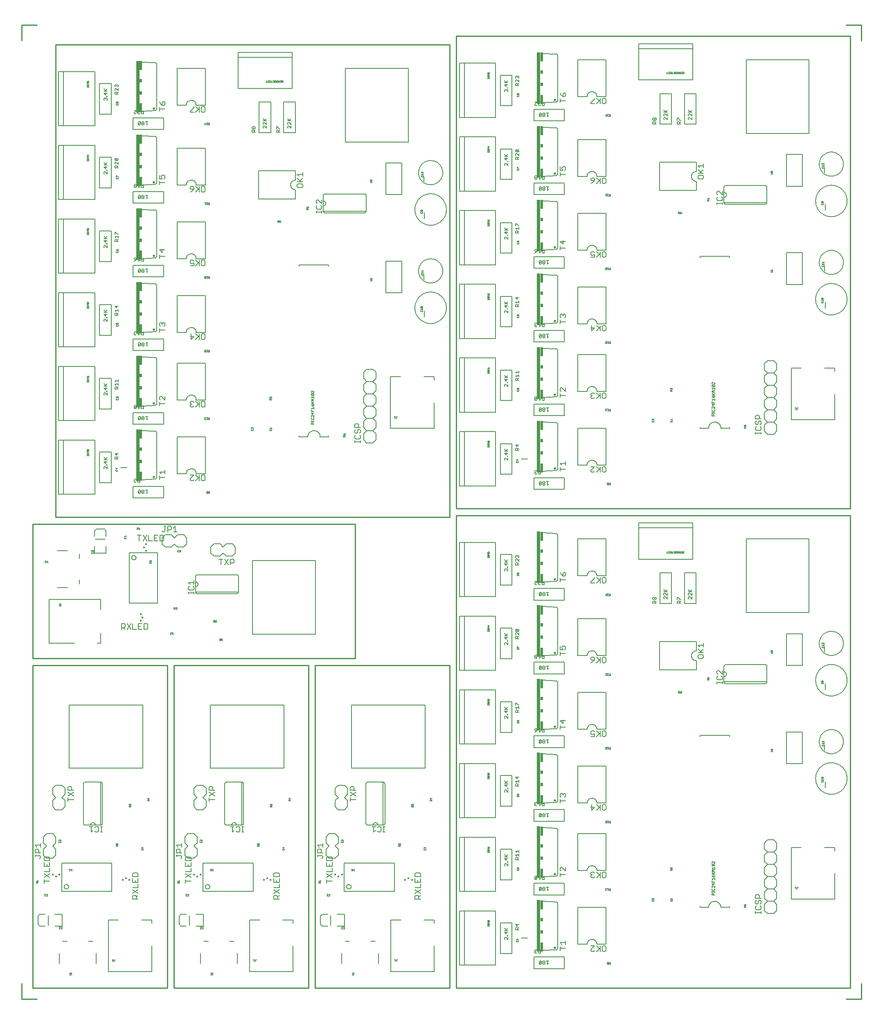
<source format=gto>
G75*
G70*
%OFA0B0*%
%FSLAX25Y25*%
%IPPOS*%
%LPD*%
%AMOC8*
5,1,8,0,0,1.08239X$1,22.5*
%
%ADD1300R,0.03000X0.42000*%
%ADD1301R,0.02000X0.07500*%
%ADD1302R,0.02000X0.03000*%
%ADD1305R,0.01280X0.01670*%
%ADD206R,0.01670X0.01280*%
%ADD47C,0.02000*%
%ADD498C,0.01000*%
%ADD598C,0.00800*%
%ADD656R,0.01380X0.01380*%
X0020000Y0020000D02*
G75*
%LPD*%
D598*
X0084030Y0098090D02*
X0043090Y0098090D01*
X0043090Y0121120D01*
X0084030Y0121120D01*
X0084030Y0098090D01*
X0074760Y0152100D02*
X0070560Y0152100D01*
X0066560Y0152100D01*
X0062360Y0152100D01*
X0062130Y0152120D01*
X0061900Y0152170D01*
X0061680Y0152260D01*
X0061480Y0152390D01*
X0061300Y0152540D01*
X0061150Y0152720D01*
X0061020Y0152920D01*
X0060930Y0153140D01*
X0060880Y0153370D01*
X0060860Y0153600D01*
X0060860Y0185600D01*
X0060880Y0185830D01*
X0060930Y0186060D01*
X0061020Y0186280D01*
X0061150Y0186480D01*
X0061300Y0186660D01*
X0061480Y0186810D01*
X0061680Y0186940D01*
X0061900Y0187030D01*
X0062130Y0187080D01*
X0062360Y0187100D01*
X0074760Y0187100D01*
X0074990Y0187080D01*
X0075220Y0187030D01*
X0075440Y0186940D01*
X0075640Y0186810D01*
X0075820Y0186660D01*
X0075970Y0186480D01*
X0076100Y0186280D01*
X0076190Y0186060D01*
X0076240Y0185830D01*
X0076260Y0185600D01*
X0076260Y0153600D01*
X0076240Y0153370D01*
X0076190Y0153140D01*
X0076100Y0152920D01*
X0075970Y0152720D01*
X0075820Y0152540D01*
X0075640Y0152390D01*
X0075440Y0152260D01*
X0075220Y0152170D01*
X0074990Y0152120D01*
X0074760Y0152100D01*
X0070560Y0152100D02*
X0070540Y0152370D01*
X0070490Y0152640D01*
X0070390Y0152900D01*
X0070270Y0153140D01*
X0070110Y0153360D01*
X0069930Y0153560D01*
X0069710Y0153730D01*
X0069480Y0153880D01*
X0069230Y0153980D01*
X0068970Y0154060D01*
X0068700Y0154100D01*
X0068420Y0154100D01*
X0068150Y0154060D01*
X0067890Y0153980D01*
X0067640Y0153880D01*
X0067410Y0153730D01*
X0067190Y0153560D01*
X0067010Y0153360D01*
X0066850Y0153140D01*
X0066730Y0152900D01*
X0066630Y0152640D01*
X0066580Y0152370D01*
X0066560Y0152100D01*
X0046930Y0100110D02*
X0046670Y0100130D01*
X0046410Y0100190D01*
X0046160Y0100280D01*
X0045930Y0100410D01*
X0045720Y0100570D01*
X0045540Y0100760D01*
X0045380Y0100980D01*
X0045260Y0101210D01*
X0045180Y0101460D01*
X0045130Y0101720D01*
X0045120Y0101990D01*
X0045150Y0102250D01*
X0045220Y0102500D01*
X0045320Y0102750D01*
X0045460Y0102970D01*
X0045630Y0103180D01*
X0045820Y0103350D01*
X0046040Y0103500D01*
X0046280Y0103610D01*
X0046540Y0103690D01*
X0046800Y0103730D01*
X0047060Y0103730D01*
X0047320Y0103690D01*
X0047580Y0103610D01*
X0047820Y0103500D01*
X0048040Y0103350D01*
X0048230Y0103180D01*
X0048400Y0102970D01*
X0048540Y0102750D01*
X0048640Y0102500D01*
X0048710Y0102250D01*
X0048740Y0101990D01*
X0048730Y0101720D01*
X0048680Y0101460D01*
X0048600Y0101210D01*
X0048480Y0100980D01*
X0048320Y0100760D01*
X0048140Y0100570D01*
X0047930Y0100410D01*
X0047700Y0100280D01*
X0047450Y0100190D01*
X0047190Y0100130D01*
X0046930Y0100110D01*
D598*
X0049480Y0114650D02*
X0049480Y0116150D01*
X0048980Y0116150D02*
X0049990Y0116150D01*
X0050460Y0115900D02*
X0050460Y0114650D01*
X0049990Y0115150D02*
X0049480Y0114650D01*
X0050460Y0115900D02*
X0050710Y0116150D01*
X0051210Y0116150D01*
X0051460Y0115900D01*
X0051460Y0114650D01*
X0042160Y0137650D02*
X0041160Y0137650D01*
X0040910Y0137900D01*
X0040910Y0138400D01*
X0041160Y0138650D01*
X0041160Y0139120D02*
X0040910Y0139370D01*
X0040910Y0139880D01*
X0041160Y0140130D01*
X0041410Y0140130D01*
X0042410Y0139120D01*
X0042410Y0140130D01*
X0042160Y0138650D02*
X0042410Y0138400D01*
X0042410Y0137900D01*
X0042160Y0137650D01*
X0024010Y0107130D02*
X0024010Y0106120D01*
X0024010Y0105650D02*
X0023510Y0105150D01*
X0023510Y0105400D02*
X0023510Y0104650D01*
X0024010Y0104650D02*
X0022510Y0104650D01*
X0022510Y0105400D01*
X0022760Y0105650D01*
X0023260Y0105650D01*
X0023510Y0105400D01*
X0023010Y0106120D02*
X0022510Y0106630D01*
X0024010Y0106630D01*
X0028980Y0095650D02*
X0029990Y0095650D01*
X0029480Y0095650D02*
X0029480Y0094150D01*
X0029990Y0094650D01*
X0030460Y0094400D02*
X0030710Y0094150D01*
X0031210Y0094150D01*
X0031460Y0094400D01*
X0031460Y0095400D01*
X0031210Y0095650D01*
X0030710Y0095650D01*
X0030460Y0095400D01*
X0041290Y0069110D02*
X0041790Y0069110D01*
X0042040Y0068860D01*
X0042510Y0068860D02*
X0042760Y0069110D01*
X0043260Y0069110D01*
X0043510Y0068860D01*
X0043510Y0067860D01*
X0043260Y0067610D01*
X0042760Y0067610D01*
X0042510Y0067860D01*
X0042040Y0067860D02*
X0041790Y0067610D01*
X0041290Y0067610D01*
X0041040Y0067860D01*
X0041040Y0068110D01*
X0041290Y0068360D01*
X0041040Y0068610D01*
X0041040Y0068860D01*
X0041290Y0069110D01*
X0041290Y0068360D02*
X0041540Y0068360D01*
X0051110Y0032130D02*
X0051110Y0031120D01*
X0051110Y0030650D02*
X0049610Y0029650D01*
X0049610Y0030650D02*
X0051110Y0029650D01*
X0050110Y0031120D02*
X0049610Y0031630D01*
X0051110Y0031630D01*
X0084180Y0042550D02*
X0085190Y0042550D01*
X0084680Y0042550D02*
X0084680Y0041050D01*
X0085190Y0041550D01*
X0085660Y0041050D02*
X0086160Y0041050D01*
X0085910Y0041050D02*
X0085910Y0042300D01*
X0086160Y0042550D01*
X0086410Y0042550D01*
X0086660Y0042300D01*
X0108360Y0131710D02*
X0109360Y0131710D01*
X0109610Y0131960D01*
X0109610Y0132460D01*
X0109360Y0132710D01*
X0108860Y0133180D02*
X0108860Y0134180D01*
X0109610Y0133930D02*
X0108110Y0133930D01*
X0108860Y0133180D01*
X0108360Y0132710D02*
X0108110Y0132460D01*
X0108110Y0131960D01*
X0108360Y0131710D01*
X0099610Y0166710D02*
X0098110Y0166710D01*
X0098110Y0167460D01*
X0098360Y0167710D01*
X0098860Y0167710D01*
X0099110Y0167460D01*
X0099110Y0166710D01*
X0099110Y0167210D02*
X0099610Y0167710D01*
X0099360Y0168180D02*
X0099610Y0168430D01*
X0099610Y0168930D01*
X0099360Y0169180D01*
X0099110Y0169180D01*
X0098860Y0168930D01*
X0098860Y0168680D01*
X0098860Y0168930D02*
X0098610Y0169180D01*
X0098360Y0169180D01*
X0098110Y0168930D01*
X0098110Y0168430D01*
X0098360Y0168180D01*
X0089010Y0137130D02*
X0089010Y0136120D01*
X0088010Y0137130D01*
X0087760Y0137130D01*
X0087510Y0136880D01*
X0087510Y0136370D01*
X0087760Y0136120D01*
X0087760Y0135650D02*
X0088260Y0135650D01*
X0088510Y0135400D01*
X0088510Y0134650D01*
X0088510Y0135150D02*
X0089010Y0135650D01*
X0089010Y0134650D02*
X0087510Y0134650D01*
X0087510Y0135400D01*
X0087760Y0135650D01*
X0113110Y0171710D02*
X0113110Y0172460D01*
X0113360Y0172710D01*
X0113860Y0172710D01*
X0114110Y0172460D01*
X0114110Y0171710D01*
X0114110Y0172210D02*
X0114610Y0172710D01*
X0113860Y0173180D02*
X0113860Y0174180D01*
X0113110Y0173930D02*
X0113860Y0173180D01*
X0114610Y0173930D02*
X0113110Y0173930D01*
X0113110Y0171710D02*
X0114610Y0171710D01*
D598*
X0116480Y0032810D02*
X0081050Y0032810D01*
X0081050Y0074940D01*
X0089310Y0074940D01*
X0071120Y0047750D02*
X0071120Y0039480D01*
X0068370Y0057590D02*
X0064820Y0057590D01*
X0047500Y0057590D02*
X0043960Y0057590D01*
X0041200Y0047750D02*
X0041200Y0039480D01*
X0043400Y0069880D02*
X0037500Y0069880D01*
X0037500Y0079330D02*
X0043400Y0079330D01*
X0043400Y0069880D01*
X0029630Y0069880D02*
X0025290Y0069880D01*
X0023720Y0071450D01*
X0023720Y0077750D01*
X0025290Y0079330D01*
X0029630Y0079330D01*
X0030860Y0125000D02*
X0035860Y0125000D01*
X0038360Y0127500D01*
X0038360Y0132500D01*
X0035860Y0135000D01*
X0038360Y0137500D01*
X0038360Y0142500D01*
X0035860Y0145000D01*
X0030860Y0145000D01*
X0028360Y0142500D01*
X0028360Y0137500D01*
X0030860Y0135000D01*
X0028360Y0132500D01*
X0028360Y0127500D01*
X0030860Y0125000D01*
X0038260Y0164600D02*
X0043260Y0164600D01*
X0045760Y0167100D01*
X0045760Y0172100D01*
X0043260Y0174600D01*
X0045760Y0177100D01*
X0045760Y0182100D01*
X0043260Y0184600D01*
X0038260Y0184600D01*
X0035760Y0182100D01*
X0035760Y0177100D01*
X0038260Y0174600D01*
X0035760Y0172100D01*
X0035760Y0167100D01*
X0038260Y0164600D01*
X0049160Y0198630D02*
X0049160Y0249810D01*
X0109160Y0249810D01*
X0109160Y0198630D01*
X0049160Y0198630D01*
X0108210Y0074940D02*
X0116480Y0074940D01*
X0116480Y0072180D01*
X0116480Y0053680D02*
X0116480Y0032810D01*
D598*
X0076310Y0146350D02*
X0074810Y0146350D01*
X0075560Y0146350D02*
X0075560Y0150850D01*
X0076310Y0150850D02*
X0074810Y0150850D01*
X0073240Y0150100D02*
X0073240Y0147100D01*
X0072490Y0146350D01*
X0070990Y0146350D01*
X0070240Y0147100D01*
X0068640Y0147850D02*
X0067140Y0146350D01*
X0067140Y0150850D01*
X0068640Y0150850D02*
X0065640Y0150850D01*
X0070240Y0150100D02*
X0070990Y0150850D01*
X0072490Y0150850D01*
X0073240Y0150100D01*
X0052710Y0172840D02*
X0048210Y0172840D01*
X0048210Y0171340D02*
X0048210Y0174340D01*
X0048210Y0175940D02*
X0052710Y0178950D01*
X0052710Y0180550D02*
X0048210Y0180550D01*
X0048210Y0182800D01*
X0048960Y0183550D01*
X0050460Y0183550D01*
X0051210Y0182800D01*
X0051210Y0180550D01*
X0048210Y0178950D02*
X0052710Y0175940D01*
X0025910Y0137160D02*
X0025910Y0134160D01*
X0025910Y0135660D02*
X0021410Y0135660D01*
X0022910Y0134160D01*
X0023660Y0132560D02*
X0024410Y0131810D01*
X0024410Y0129560D01*
X0025910Y0129560D02*
X0021410Y0129560D01*
X0021410Y0131810D01*
X0022160Y0132560D01*
X0023660Y0132560D01*
X0021410Y0127950D02*
X0021410Y0126450D01*
X0021410Y0127200D02*
X0025160Y0127200D01*
X0025910Y0126450D01*
X0025910Y0125700D01*
X0025160Y0124950D01*
X0032060Y0078600D02*
X0032060Y0070600D01*
D1305*
X0035860Y0111820D03*
X0041270Y0111820D03*
X0092860Y0107390D03*
X0098270Y0107390D03*
D656*
X0095560Y0108910D03*
X0038560Y0110290D03*
D598*
X0033360Y0109410D02*
X0028760Y0112470D01*
X0028760Y0114010D02*
X0033360Y0114010D01*
X0033360Y0117080D01*
X0033360Y0118610D02*
X0033360Y0121680D01*
X0033360Y0123220D02*
X0033360Y0125520D01*
X0032600Y0126280D01*
X0029530Y0126280D01*
X0028760Y0125520D01*
X0028760Y0123220D01*
X0033360Y0123220D01*
X0031060Y0120150D02*
X0031060Y0118610D01*
X0028760Y0118610D02*
X0033360Y0118610D01*
X0033360Y0112470D02*
X0028760Y0109410D01*
X0028760Y0107870D02*
X0028760Y0104800D01*
X0028760Y0106340D02*
X0033360Y0106340D01*
X0028760Y0118610D02*
X0028760Y0121680D01*
X0100760Y0112500D02*
X0100760Y0110200D01*
X0105360Y0110200D01*
X0105360Y0112500D01*
X0104600Y0113270D01*
X0101530Y0113270D01*
X0100760Y0112500D01*
X0100760Y0108660D02*
X0100760Y0105590D01*
X0105360Y0105590D01*
X0105360Y0108660D01*
X0105360Y0104060D02*
X0105360Y0100990D01*
X0100760Y0100990D01*
X0100760Y0099450D02*
X0105360Y0096390D01*
X0105360Y0094850D02*
X0103830Y0093320D01*
X0103830Y0094080D02*
X0103830Y0091780D01*
X0103830Y0094080D02*
X0103060Y0094850D01*
X0101530Y0094850D01*
X0100760Y0094080D01*
X0100760Y0091780D01*
X0105360Y0091780D01*
X0100760Y0096390D02*
X0105360Y0099450D01*
X0103060Y0105590D02*
X0103060Y0107130D01*
D598*
X0074860Y0152100D02*
X0074860Y0187100D01*
D498*
X0019500Y0019500D02*
X0019500Y0282200D01*
X0129060Y0282200D01*
X0129060Y0019500D01*
X0019500Y0019500D01*
X0135060Y0020000D02*
G75*
%LPD*%
D598*
X0199090Y0098090D02*
X0158150Y0098090D01*
X0158150Y0121120D01*
X0199090Y0121120D01*
X0199090Y0098090D01*
X0189820Y0152100D02*
X0185620Y0152100D01*
X0181620Y0152100D01*
X0177420Y0152100D01*
X0177190Y0152120D01*
X0176960Y0152170D01*
X0176740Y0152260D01*
X0176540Y0152390D01*
X0176360Y0152540D01*
X0176210Y0152720D01*
X0176080Y0152920D01*
X0175990Y0153140D01*
X0175940Y0153370D01*
X0175920Y0153600D01*
X0175920Y0185600D01*
X0175940Y0185830D01*
X0175990Y0186060D01*
X0176080Y0186280D01*
X0176210Y0186480D01*
X0176360Y0186660D01*
X0176540Y0186810D01*
X0176740Y0186940D01*
X0176960Y0187030D01*
X0177190Y0187080D01*
X0177420Y0187100D01*
X0189820Y0187100D01*
X0190050Y0187080D01*
X0190280Y0187030D01*
X0190500Y0186940D01*
X0190700Y0186810D01*
X0190880Y0186660D01*
X0191030Y0186480D01*
X0191160Y0186280D01*
X0191250Y0186060D01*
X0191300Y0185830D01*
X0191320Y0185600D01*
X0191320Y0153600D01*
X0191300Y0153370D01*
X0191250Y0153140D01*
X0191160Y0152920D01*
X0191030Y0152720D01*
X0190880Y0152540D01*
X0190700Y0152390D01*
X0190500Y0152260D01*
X0190280Y0152170D01*
X0190050Y0152120D01*
X0189820Y0152100D01*
X0185620Y0152100D02*
X0185600Y0152370D01*
X0185550Y0152640D01*
X0185450Y0152900D01*
X0185330Y0153140D01*
X0185170Y0153360D01*
X0184990Y0153560D01*
X0184770Y0153730D01*
X0184540Y0153880D01*
X0184290Y0153980D01*
X0184030Y0154060D01*
X0183760Y0154100D01*
X0183480Y0154100D01*
X0183210Y0154060D01*
X0182950Y0153980D01*
X0182700Y0153880D01*
X0182470Y0153730D01*
X0182250Y0153560D01*
X0182070Y0153360D01*
X0181910Y0153140D01*
X0181790Y0152900D01*
X0181690Y0152640D01*
X0181640Y0152370D01*
X0181620Y0152100D01*
X0161990Y0100110D02*
X0161730Y0100130D01*
X0161470Y0100190D01*
X0161220Y0100280D01*
X0160990Y0100410D01*
X0160780Y0100570D01*
X0160600Y0100760D01*
X0160440Y0100980D01*
X0160320Y0101210D01*
X0160240Y0101460D01*
X0160190Y0101720D01*
X0160180Y0101990D01*
X0160210Y0102250D01*
X0160280Y0102500D01*
X0160380Y0102750D01*
X0160520Y0102970D01*
X0160690Y0103180D01*
X0160880Y0103350D01*
X0161100Y0103500D01*
X0161340Y0103610D01*
X0161600Y0103690D01*
X0161860Y0103730D01*
X0162120Y0103730D01*
X0162380Y0103690D01*
X0162640Y0103610D01*
X0162880Y0103500D01*
X0163100Y0103350D01*
X0163290Y0103180D01*
X0163460Y0102970D01*
X0163600Y0102750D01*
X0163700Y0102500D01*
X0163770Y0102250D01*
X0163800Y0101990D01*
X0163790Y0101720D01*
X0163740Y0101460D01*
X0163660Y0101210D01*
X0163540Y0100980D01*
X0163380Y0100760D01*
X0163200Y0100570D01*
X0162990Y0100410D01*
X0162760Y0100280D01*
X0162510Y0100190D01*
X0162250Y0100130D01*
X0161990Y0100110D01*
D598*
X0164540Y0114650D02*
X0164540Y0116150D01*
X0164040Y0116150D02*
X0165050Y0116150D01*
X0165520Y0115900D02*
X0165520Y0114650D01*
X0165050Y0115150D02*
X0164540Y0114650D01*
X0165520Y0115900D02*
X0165770Y0116150D01*
X0166270Y0116150D01*
X0166520Y0115900D01*
X0166520Y0114650D01*
X0157220Y0137650D02*
X0156220Y0137650D01*
X0155970Y0137900D01*
X0155970Y0138400D01*
X0156220Y0138650D01*
X0156220Y0139120D02*
X0155970Y0139370D01*
X0155970Y0139880D01*
X0156220Y0140130D01*
X0156470Y0140130D01*
X0157470Y0139120D01*
X0157470Y0140130D01*
X0157220Y0138650D02*
X0157470Y0138400D01*
X0157470Y0137900D01*
X0157220Y0137650D01*
X0139070Y0107130D02*
X0139070Y0106120D01*
X0139070Y0105650D02*
X0138570Y0105150D01*
X0138570Y0105400D02*
X0138570Y0104650D01*
X0139070Y0104650D02*
X0137570Y0104650D01*
X0137570Y0105400D01*
X0137820Y0105650D01*
X0138320Y0105650D01*
X0138570Y0105400D01*
X0138070Y0106120D02*
X0137570Y0106630D01*
X0139070Y0106630D01*
X0144040Y0095650D02*
X0145050Y0095650D01*
X0144540Y0095650D02*
X0144540Y0094150D01*
X0145050Y0094650D01*
X0145520Y0094400D02*
X0145770Y0094150D01*
X0146270Y0094150D01*
X0146520Y0094400D01*
X0146520Y0095400D01*
X0146270Y0095650D01*
X0145770Y0095650D01*
X0145520Y0095400D01*
X0156350Y0069110D02*
X0156850Y0069110D01*
X0157100Y0068860D01*
X0157570Y0068860D02*
X0157820Y0069110D01*
X0158320Y0069110D01*
X0158570Y0068860D01*
X0158570Y0067860D01*
X0158320Y0067610D01*
X0157820Y0067610D01*
X0157570Y0067860D01*
X0157100Y0067860D02*
X0156850Y0067610D01*
X0156350Y0067610D01*
X0156100Y0067860D01*
X0156100Y0068110D01*
X0156350Y0068360D01*
X0156100Y0068610D01*
X0156100Y0068860D01*
X0156350Y0069110D01*
X0156350Y0068360D02*
X0156600Y0068360D01*
X0166170Y0032130D02*
X0166170Y0031120D01*
X0166170Y0030650D02*
X0164670Y0029650D01*
X0164670Y0030650D02*
X0166170Y0029650D01*
X0165170Y0031120D02*
X0164670Y0031630D01*
X0166170Y0031630D01*
X0199240Y0042550D02*
X0200250Y0042550D01*
X0199740Y0042550D02*
X0199740Y0041050D01*
X0200250Y0041550D01*
X0200720Y0041050D02*
X0201220Y0041050D01*
X0200970Y0041050D02*
X0200970Y0042300D01*
X0201220Y0042550D01*
X0201470Y0042550D01*
X0201720Y0042300D01*
X0223420Y0131710D02*
X0224420Y0131710D01*
X0224670Y0131960D01*
X0224670Y0132460D01*
X0224420Y0132710D01*
X0223920Y0133180D02*
X0223920Y0134180D01*
X0224670Y0133930D02*
X0223170Y0133930D01*
X0223920Y0133180D01*
X0223420Y0132710D02*
X0223170Y0132460D01*
X0223170Y0131960D01*
X0223420Y0131710D01*
X0214670Y0166710D02*
X0213170Y0166710D01*
X0213170Y0167460D01*
X0213420Y0167710D01*
X0213920Y0167710D01*
X0214170Y0167460D01*
X0214170Y0166710D01*
X0214170Y0167210D02*
X0214670Y0167710D01*
X0214420Y0168180D02*
X0214670Y0168430D01*
X0214670Y0168930D01*
X0214420Y0169180D01*
X0214170Y0169180D01*
X0213920Y0168930D01*
X0213920Y0168680D01*
X0213920Y0168930D02*
X0213670Y0169180D01*
X0213420Y0169180D01*
X0213170Y0168930D01*
X0213170Y0168430D01*
X0213420Y0168180D01*
X0204070Y0137130D02*
X0204070Y0136120D01*
X0203070Y0137130D01*
X0202820Y0137130D01*
X0202570Y0136880D01*
X0202570Y0136370D01*
X0202820Y0136120D01*
X0202820Y0135650D02*
X0203320Y0135650D01*
X0203570Y0135400D01*
X0203570Y0134650D01*
X0203570Y0135150D02*
X0204070Y0135650D01*
X0204070Y0134650D02*
X0202570Y0134650D01*
X0202570Y0135400D01*
X0202820Y0135650D01*
X0228170Y0171710D02*
X0228170Y0172460D01*
X0228420Y0172710D01*
X0228920Y0172710D01*
X0229170Y0172460D01*
X0229170Y0171710D01*
X0229170Y0172210D02*
X0229670Y0172710D01*
X0228920Y0173180D02*
X0228920Y0174180D01*
X0228170Y0173930D02*
X0228920Y0173180D01*
X0229670Y0173930D02*
X0228170Y0173930D01*
X0228170Y0171710D02*
X0229670Y0171710D01*
D598*
X0231540Y0032810D02*
X0196110Y0032810D01*
X0196110Y0074940D01*
X0204370Y0074940D01*
X0186180Y0047750D02*
X0186180Y0039480D01*
X0183430Y0057590D02*
X0179880Y0057590D01*
X0162560Y0057590D02*
X0159020Y0057590D01*
X0156260Y0047750D02*
X0156260Y0039480D01*
X0158460Y0069880D02*
X0152560Y0069880D01*
X0152560Y0079330D02*
X0158460Y0079330D01*
X0158460Y0069880D01*
X0144690Y0069880D02*
X0140350Y0069880D01*
X0138780Y0071450D01*
X0138780Y0077750D01*
X0140350Y0079330D01*
X0144690Y0079330D01*
X0145920Y0125000D02*
X0150920Y0125000D01*
X0153420Y0127500D01*
X0153420Y0132500D01*
X0150920Y0135000D01*
X0153420Y0137500D01*
X0153420Y0142500D01*
X0150920Y0145000D01*
X0145920Y0145000D01*
X0143420Y0142500D01*
X0143420Y0137500D01*
X0145920Y0135000D01*
X0143420Y0132500D01*
X0143420Y0127500D01*
X0145920Y0125000D01*
X0153320Y0164600D02*
X0158320Y0164600D01*
X0160820Y0167100D01*
X0160820Y0172100D01*
X0158320Y0174600D01*
X0160820Y0177100D01*
X0160820Y0182100D01*
X0158320Y0184600D01*
X0153320Y0184600D01*
X0150820Y0182100D01*
X0150820Y0177100D01*
X0153320Y0174600D01*
X0150820Y0172100D01*
X0150820Y0167100D01*
X0153320Y0164600D01*
X0164220Y0198630D02*
X0164220Y0249810D01*
X0224220Y0249810D01*
X0224220Y0198630D01*
X0164220Y0198630D01*
X0223270Y0074940D02*
X0231540Y0074940D01*
X0231540Y0072180D01*
X0231540Y0053680D02*
X0231540Y0032810D01*
D598*
X0191370Y0146350D02*
X0189870Y0146350D01*
X0190620Y0146350D02*
X0190620Y0150850D01*
X0191370Y0150850D02*
X0189870Y0150850D01*
X0188300Y0150100D02*
X0188300Y0147100D01*
X0187550Y0146350D01*
X0186050Y0146350D01*
X0185300Y0147100D01*
X0183700Y0147850D02*
X0182200Y0146350D01*
X0182200Y0150850D01*
X0183700Y0150850D02*
X0180700Y0150850D01*
X0185300Y0150100D02*
X0186050Y0150850D01*
X0187550Y0150850D01*
X0188300Y0150100D01*
X0167770Y0172840D02*
X0163270Y0172840D01*
X0163270Y0171340D02*
X0163270Y0174340D01*
X0163270Y0175940D02*
X0167770Y0178950D01*
X0167770Y0180550D02*
X0163270Y0180550D01*
X0163270Y0182800D01*
X0164020Y0183550D01*
X0165520Y0183550D01*
X0166270Y0182800D01*
X0166270Y0180550D01*
X0163270Y0178950D02*
X0167770Y0175940D01*
X0140970Y0137160D02*
X0140970Y0134160D01*
X0140970Y0135660D02*
X0136470Y0135660D01*
X0137970Y0134160D01*
X0138720Y0132560D02*
X0139470Y0131810D01*
X0139470Y0129560D01*
X0140970Y0129560D02*
X0136470Y0129560D01*
X0136470Y0131810D01*
X0137220Y0132560D01*
X0138720Y0132560D01*
X0136470Y0127950D02*
X0136470Y0126450D01*
X0136470Y0127200D02*
X0140220Y0127200D01*
X0140970Y0126450D01*
X0140970Y0125700D01*
X0140220Y0124950D01*
X0147120Y0078600D02*
X0147120Y0070600D01*
D1305*
X0150920Y0111820D03*
X0156330Y0111820D03*
X0207920Y0107390D03*
X0213330Y0107390D03*
D656*
X0210620Y0108910D03*
X0153620Y0110290D03*
D598*
X0148420Y0109410D02*
X0143820Y0112470D01*
X0143820Y0114010D02*
X0148420Y0114010D01*
X0148420Y0117080D01*
X0148420Y0118610D02*
X0148420Y0121680D01*
X0148420Y0123220D02*
X0148420Y0125520D01*
X0147660Y0126280D01*
X0144590Y0126280D01*
X0143820Y0125520D01*
X0143820Y0123220D01*
X0148420Y0123220D01*
X0146120Y0120150D02*
X0146120Y0118610D01*
X0143820Y0118610D02*
X0148420Y0118610D01*
X0148420Y0112470D02*
X0143820Y0109410D01*
X0143820Y0107870D02*
X0143820Y0104800D01*
X0143820Y0106340D02*
X0148420Y0106340D01*
X0143820Y0118610D02*
X0143820Y0121680D01*
X0215820Y0112500D02*
X0215820Y0110200D01*
X0220420Y0110200D01*
X0220420Y0112500D01*
X0219660Y0113270D01*
X0216590Y0113270D01*
X0215820Y0112500D01*
X0215820Y0108660D02*
X0215820Y0105590D01*
X0220420Y0105590D01*
X0220420Y0108660D01*
X0220420Y0104060D02*
X0220420Y0100990D01*
X0215820Y0100990D01*
X0215820Y0099450D02*
X0220420Y0096390D01*
X0220420Y0094850D02*
X0218890Y0093320D01*
X0218890Y0094080D02*
X0218890Y0091780D01*
X0218890Y0094080D02*
X0218120Y0094850D01*
X0216590Y0094850D01*
X0215820Y0094080D01*
X0215820Y0091780D01*
X0220420Y0091780D01*
X0215820Y0096390D02*
X0220420Y0099450D01*
X0218120Y0105590D02*
X0218120Y0107130D01*
D598*
X0189920Y0152100D02*
X0189920Y0187100D01*
D498*
X0134560Y0019500D02*
X0134560Y0282200D01*
X0244120Y0282200D01*
X0244120Y0019500D01*
X0134560Y0019500D01*
X0250120Y0020000D02*
G75*
%LPD*%
D598*
X0314150Y0098090D02*
X0273210Y0098090D01*
X0273210Y0121120D01*
X0314150Y0121120D01*
X0314150Y0098090D01*
X0304880Y0152100D02*
X0300680Y0152100D01*
X0296680Y0152100D01*
X0292480Y0152100D01*
X0292250Y0152120D01*
X0292020Y0152170D01*
X0291800Y0152260D01*
X0291600Y0152390D01*
X0291420Y0152540D01*
X0291270Y0152720D01*
X0291140Y0152920D01*
X0291050Y0153140D01*
X0291000Y0153370D01*
X0290980Y0153600D01*
X0290980Y0185600D01*
X0291000Y0185830D01*
X0291050Y0186060D01*
X0291140Y0186280D01*
X0291270Y0186480D01*
X0291420Y0186660D01*
X0291600Y0186810D01*
X0291800Y0186940D01*
X0292020Y0187030D01*
X0292250Y0187080D01*
X0292480Y0187100D01*
X0304880Y0187100D01*
X0305110Y0187080D01*
X0305340Y0187030D01*
X0305560Y0186940D01*
X0305760Y0186810D01*
X0305940Y0186660D01*
X0306090Y0186480D01*
X0306220Y0186280D01*
X0306310Y0186060D01*
X0306360Y0185830D01*
X0306380Y0185600D01*
X0306380Y0153600D01*
X0306360Y0153370D01*
X0306310Y0153140D01*
X0306220Y0152920D01*
X0306090Y0152720D01*
X0305940Y0152540D01*
X0305760Y0152390D01*
X0305560Y0152260D01*
X0305340Y0152170D01*
X0305110Y0152120D01*
X0304880Y0152100D01*
X0300680Y0152100D02*
X0300660Y0152370D01*
X0300610Y0152640D01*
X0300510Y0152900D01*
X0300390Y0153140D01*
X0300230Y0153360D01*
X0300050Y0153560D01*
X0299830Y0153730D01*
X0299600Y0153880D01*
X0299350Y0153980D01*
X0299090Y0154060D01*
X0298820Y0154100D01*
X0298540Y0154100D01*
X0298270Y0154060D01*
X0298010Y0153980D01*
X0297760Y0153880D01*
X0297530Y0153730D01*
X0297310Y0153560D01*
X0297130Y0153360D01*
X0296970Y0153140D01*
X0296850Y0152900D01*
X0296750Y0152640D01*
X0296700Y0152370D01*
X0296680Y0152100D01*
X0277050Y0100110D02*
X0276790Y0100130D01*
X0276530Y0100190D01*
X0276280Y0100280D01*
X0276050Y0100410D01*
X0275840Y0100570D01*
X0275660Y0100760D01*
X0275500Y0100980D01*
X0275380Y0101210D01*
X0275300Y0101460D01*
X0275250Y0101720D01*
X0275240Y0101990D01*
X0275270Y0102250D01*
X0275340Y0102500D01*
X0275440Y0102750D01*
X0275580Y0102970D01*
X0275750Y0103180D01*
X0275940Y0103350D01*
X0276160Y0103500D01*
X0276400Y0103610D01*
X0276660Y0103690D01*
X0276920Y0103730D01*
X0277180Y0103730D01*
X0277440Y0103690D01*
X0277700Y0103610D01*
X0277940Y0103500D01*
X0278160Y0103350D01*
X0278350Y0103180D01*
X0278520Y0102970D01*
X0278660Y0102750D01*
X0278760Y0102500D01*
X0278830Y0102250D01*
X0278860Y0101990D01*
X0278850Y0101720D01*
X0278800Y0101460D01*
X0278720Y0101210D01*
X0278600Y0100980D01*
X0278440Y0100760D01*
X0278260Y0100570D01*
X0278050Y0100410D01*
X0277820Y0100280D01*
X0277570Y0100190D01*
X0277310Y0100130D01*
X0277050Y0100110D01*
D598*
X0279600Y0114650D02*
X0279600Y0116150D01*
X0279100Y0116150D02*
X0280110Y0116150D01*
X0280580Y0115900D02*
X0280580Y0114650D01*
X0280110Y0115150D02*
X0279600Y0114650D01*
X0280580Y0115900D02*
X0280830Y0116150D01*
X0281330Y0116150D01*
X0281580Y0115900D01*
X0281580Y0114650D01*
X0272280Y0137650D02*
X0271280Y0137650D01*
X0271030Y0137900D01*
X0271030Y0138400D01*
X0271280Y0138650D01*
X0271280Y0139120D02*
X0271030Y0139370D01*
X0271030Y0139880D01*
X0271280Y0140130D01*
X0271530Y0140130D01*
X0272530Y0139120D01*
X0272530Y0140130D01*
X0272280Y0138650D02*
X0272530Y0138400D01*
X0272530Y0137900D01*
X0272280Y0137650D01*
X0254130Y0107130D02*
X0254130Y0106120D01*
X0254130Y0105650D02*
X0253630Y0105150D01*
X0253630Y0105400D02*
X0253630Y0104650D01*
X0254130Y0104650D02*
X0252630Y0104650D01*
X0252630Y0105400D01*
X0252880Y0105650D01*
X0253380Y0105650D01*
X0253630Y0105400D01*
X0253130Y0106120D02*
X0252630Y0106630D01*
X0254130Y0106630D01*
X0259100Y0095650D02*
X0260110Y0095650D01*
X0259600Y0095650D02*
X0259600Y0094150D01*
X0260110Y0094650D01*
X0260580Y0094400D02*
X0260830Y0094150D01*
X0261330Y0094150D01*
X0261580Y0094400D01*
X0261580Y0095400D01*
X0261330Y0095650D01*
X0260830Y0095650D01*
X0260580Y0095400D01*
X0271410Y0069110D02*
X0271910Y0069110D01*
X0272160Y0068860D01*
X0272630Y0068860D02*
X0272880Y0069110D01*
X0273380Y0069110D01*
X0273630Y0068860D01*
X0273630Y0067860D01*
X0273380Y0067610D01*
X0272880Y0067610D01*
X0272630Y0067860D01*
X0272160Y0067860D02*
X0271910Y0067610D01*
X0271410Y0067610D01*
X0271160Y0067860D01*
X0271160Y0068110D01*
X0271410Y0068360D01*
X0271160Y0068610D01*
X0271160Y0068860D01*
X0271410Y0069110D01*
X0271410Y0068360D02*
X0271660Y0068360D01*
X0281230Y0032130D02*
X0281230Y0031120D01*
X0281230Y0030650D02*
X0279730Y0029650D01*
X0279730Y0030650D02*
X0281230Y0029650D01*
X0280230Y0031120D02*
X0279730Y0031630D01*
X0281230Y0031630D01*
X0314300Y0042550D02*
X0315310Y0042550D01*
X0314800Y0042550D02*
X0314800Y0041050D01*
X0315310Y0041550D01*
X0315780Y0041050D02*
X0316280Y0041050D01*
X0316030Y0041050D02*
X0316030Y0042300D01*
X0316280Y0042550D01*
X0316530Y0042550D01*
X0316780Y0042300D01*
X0338480Y0131710D02*
X0339480Y0131710D01*
X0339730Y0131960D01*
X0339730Y0132460D01*
X0339480Y0132710D01*
X0338980Y0133180D02*
X0338980Y0134180D01*
X0339730Y0133930D02*
X0338230Y0133930D01*
X0338980Y0133180D01*
X0338480Y0132710D02*
X0338230Y0132460D01*
X0338230Y0131960D01*
X0338480Y0131710D01*
X0329730Y0166710D02*
X0328230Y0166710D01*
X0328230Y0167460D01*
X0328480Y0167710D01*
X0328980Y0167710D01*
X0329230Y0167460D01*
X0329230Y0166710D01*
X0329230Y0167210D02*
X0329730Y0167710D01*
X0329480Y0168180D02*
X0329730Y0168430D01*
X0329730Y0168930D01*
X0329480Y0169180D01*
X0329230Y0169180D01*
X0328980Y0168930D01*
X0328980Y0168680D01*
X0328980Y0168930D02*
X0328730Y0169180D01*
X0328480Y0169180D01*
X0328230Y0168930D01*
X0328230Y0168430D01*
X0328480Y0168180D01*
X0319130Y0137130D02*
X0319130Y0136120D01*
X0318130Y0137130D01*
X0317880Y0137130D01*
X0317630Y0136880D01*
X0317630Y0136370D01*
X0317880Y0136120D01*
X0317880Y0135650D02*
X0318380Y0135650D01*
X0318630Y0135400D01*
X0318630Y0134650D01*
X0318630Y0135150D02*
X0319130Y0135650D01*
X0319130Y0134650D02*
X0317630Y0134650D01*
X0317630Y0135400D01*
X0317880Y0135650D01*
X0343230Y0171710D02*
X0343230Y0172460D01*
X0343480Y0172710D01*
X0343980Y0172710D01*
X0344230Y0172460D01*
X0344230Y0171710D01*
X0344230Y0172210D02*
X0344730Y0172710D01*
X0343980Y0173180D02*
X0343980Y0174180D01*
X0343230Y0173930D02*
X0343980Y0173180D01*
X0344730Y0173930D02*
X0343230Y0173930D01*
X0343230Y0171710D02*
X0344730Y0171710D01*
D598*
X0346600Y0032810D02*
X0311170Y0032810D01*
X0311170Y0074940D01*
X0319430Y0074940D01*
X0301240Y0047750D02*
X0301240Y0039480D01*
X0298490Y0057590D02*
X0294940Y0057590D01*
X0277620Y0057590D02*
X0274080Y0057590D01*
X0271320Y0047750D02*
X0271320Y0039480D01*
X0273520Y0069880D02*
X0267620Y0069880D01*
X0267620Y0079330D02*
X0273520Y0079330D01*
X0273520Y0069880D01*
X0259750Y0069880D02*
X0255410Y0069880D01*
X0253840Y0071450D01*
X0253840Y0077750D01*
X0255410Y0079330D01*
X0259750Y0079330D01*
X0260980Y0125000D02*
X0265980Y0125000D01*
X0268480Y0127500D01*
X0268480Y0132500D01*
X0265980Y0135000D01*
X0268480Y0137500D01*
X0268480Y0142500D01*
X0265980Y0145000D01*
X0260980Y0145000D01*
X0258480Y0142500D01*
X0258480Y0137500D01*
X0260980Y0135000D01*
X0258480Y0132500D01*
X0258480Y0127500D01*
X0260980Y0125000D01*
X0268380Y0164600D02*
X0273380Y0164600D01*
X0275880Y0167100D01*
X0275880Y0172100D01*
X0273380Y0174600D01*
X0275880Y0177100D01*
X0275880Y0182100D01*
X0273380Y0184600D01*
X0268380Y0184600D01*
X0265880Y0182100D01*
X0265880Y0177100D01*
X0268380Y0174600D01*
X0265880Y0172100D01*
X0265880Y0167100D01*
X0268380Y0164600D01*
X0279280Y0198630D02*
X0279280Y0249810D01*
X0339280Y0249810D01*
X0339280Y0198630D01*
X0279280Y0198630D01*
X0338330Y0074940D02*
X0346600Y0074940D01*
X0346600Y0072180D01*
X0346600Y0053680D02*
X0346600Y0032810D01*
D598*
X0306430Y0146350D02*
X0304930Y0146350D01*
X0305680Y0146350D02*
X0305680Y0150850D01*
X0306430Y0150850D02*
X0304930Y0150850D01*
X0303360Y0150100D02*
X0303360Y0147100D01*
X0302610Y0146350D01*
X0301110Y0146350D01*
X0300360Y0147100D01*
X0298760Y0147850D02*
X0297260Y0146350D01*
X0297260Y0150850D01*
X0298760Y0150850D02*
X0295760Y0150850D01*
X0300360Y0150100D02*
X0301110Y0150850D01*
X0302610Y0150850D01*
X0303360Y0150100D01*
X0282830Y0172840D02*
X0278330Y0172840D01*
X0278330Y0171340D02*
X0278330Y0174340D01*
X0278330Y0175940D02*
X0282830Y0178950D01*
X0282830Y0180550D02*
X0278330Y0180550D01*
X0278330Y0182800D01*
X0279080Y0183550D01*
X0280580Y0183550D01*
X0281330Y0182800D01*
X0281330Y0180550D01*
X0278330Y0178950D02*
X0282830Y0175940D01*
X0256030Y0137160D02*
X0256030Y0134160D01*
X0256030Y0135660D02*
X0251530Y0135660D01*
X0253030Y0134160D01*
X0253780Y0132560D02*
X0254530Y0131810D01*
X0254530Y0129560D01*
X0256030Y0129560D02*
X0251530Y0129560D01*
X0251530Y0131810D01*
X0252280Y0132560D01*
X0253780Y0132560D01*
X0251530Y0127950D02*
X0251530Y0126450D01*
X0251530Y0127200D02*
X0255280Y0127200D01*
X0256030Y0126450D01*
X0256030Y0125700D01*
X0255280Y0124950D01*
X0262180Y0078600D02*
X0262180Y0070600D01*
D1305*
X0265980Y0111820D03*
X0271390Y0111820D03*
X0322980Y0107390D03*
X0328390Y0107390D03*
D656*
X0325680Y0108910D03*
X0268680Y0110290D03*
D598*
X0263480Y0109410D02*
X0258880Y0112470D01*
X0258880Y0114010D02*
X0263480Y0114010D01*
X0263480Y0117080D01*
X0263480Y0118610D02*
X0263480Y0121680D01*
X0263480Y0123220D02*
X0263480Y0125520D01*
X0262720Y0126280D01*
X0259650Y0126280D01*
X0258880Y0125520D01*
X0258880Y0123220D01*
X0263480Y0123220D01*
X0261180Y0120150D02*
X0261180Y0118610D01*
X0258880Y0118610D02*
X0263480Y0118610D01*
X0263480Y0112470D02*
X0258880Y0109410D01*
X0258880Y0107870D02*
X0258880Y0104800D01*
X0258880Y0106340D02*
X0263480Y0106340D01*
X0258880Y0118610D02*
X0258880Y0121680D01*
X0330880Y0112500D02*
X0330880Y0110200D01*
X0335480Y0110200D01*
X0335480Y0112500D01*
X0334720Y0113270D01*
X0331650Y0113270D01*
X0330880Y0112500D01*
X0330880Y0108660D02*
X0330880Y0105590D01*
X0335480Y0105590D01*
X0335480Y0108660D01*
X0335480Y0104060D02*
X0335480Y0100990D01*
X0330880Y0100990D01*
X0330880Y0099450D02*
X0335480Y0096390D01*
X0335480Y0094850D02*
X0333950Y0093320D01*
X0333950Y0094080D02*
X0333950Y0091780D01*
X0333950Y0094080D02*
X0333180Y0094850D01*
X0331650Y0094850D01*
X0330880Y0094080D01*
X0330880Y0091780D01*
X0335480Y0091780D01*
X0330880Y0096390D02*
X0335480Y0099450D01*
X0333180Y0105590D02*
X0333180Y0107130D01*
D598*
X0304980Y0152100D02*
X0304980Y0187100D01*
D498*
X0249620Y0019500D02*
X0249620Y0282200D01*
X0359180Y0282200D01*
X0359180Y0019500D01*
X0249620Y0019500D01*
X0365180Y0020000D02*
G75*
%LPD*%
D598*
X0486640Y0055000D02*
X0479140Y0055000D01*
X0479120Y0055390D01*
X0479060Y0055780D01*
X0478970Y0056160D01*
X0478840Y0056530D01*
X0478670Y0056890D01*
X0478470Y0057220D01*
X0478230Y0057540D01*
X0477970Y0057830D01*
X0477680Y0058090D01*
X0477360Y0058330D01*
X0477030Y0058530D01*
X0476670Y0058700D01*
X0476300Y0058830D01*
X0475920Y0058920D01*
X0475530Y0058980D01*
X0475140Y0059000D01*
X0474750Y0058980D01*
X0474360Y0058920D01*
X0473980Y0058830D01*
X0473610Y0058700D01*
X0473250Y0058530D01*
X0472920Y0058330D01*
X0472600Y0058090D01*
X0472310Y0057830D01*
X0472050Y0057540D01*
X0471810Y0057220D01*
X0471610Y0056890D01*
X0471440Y0056530D01*
X0471310Y0056160D01*
X0471220Y0055780D01*
X0471160Y0055390D01*
X0471140Y0055000D01*
X0463640Y0055000D01*
X0463640Y0085000D01*
X0486640Y0085000D01*
X0486640Y0055000D01*
X0447140Y0051500D02*
X0446140Y0050500D01*
X0434640Y0050000D01*
X0447140Y0051500D02*
X0447140Y0088500D01*
X0446140Y0089500D01*
X0434640Y0090000D01*
X0434640Y0110000D02*
X0446140Y0110500D01*
X0447140Y0111500D01*
X0447140Y0148500D01*
X0446140Y0149500D01*
X0434640Y0150000D01*
X0434640Y0170000D02*
X0446140Y0170500D01*
X0447140Y0171500D01*
X0447140Y0208500D01*
X0446140Y0209500D01*
X0434640Y0210000D01*
X0434640Y0230000D02*
X0446140Y0230500D01*
X0447140Y0231500D01*
X0447140Y0268500D01*
X0446140Y0269500D01*
X0434640Y0270000D01*
X0434640Y0290000D02*
X0446140Y0290500D01*
X0447140Y0291500D01*
X0447140Y0328500D01*
X0446140Y0329500D01*
X0434640Y0330000D01*
X0434640Y0350000D02*
X0446140Y0350500D01*
X0447140Y0351500D01*
X0447140Y0388500D01*
X0446140Y0389500D01*
X0434640Y0390000D01*
X0463640Y0385000D02*
X0463640Y0355000D01*
X0471140Y0355000D01*
X0471160Y0355390D01*
X0471220Y0355780D01*
X0471310Y0356160D01*
X0471440Y0356530D01*
X0471610Y0356890D01*
X0471810Y0357220D01*
X0472050Y0357540D01*
X0472310Y0357830D01*
X0472600Y0358090D01*
X0472920Y0358330D01*
X0473250Y0358530D01*
X0473610Y0358700D01*
X0473980Y0358830D01*
X0474360Y0358920D01*
X0474750Y0358980D01*
X0475140Y0359000D01*
X0475530Y0358980D01*
X0475920Y0358920D01*
X0476300Y0358830D01*
X0476670Y0358700D01*
X0477030Y0358530D01*
X0477360Y0358330D01*
X0477680Y0358090D01*
X0477970Y0357830D01*
X0478230Y0357540D01*
X0478470Y0357220D01*
X0478670Y0356890D01*
X0478840Y0356530D01*
X0478970Y0356160D01*
X0479060Y0355780D01*
X0479120Y0355390D01*
X0479140Y0355000D01*
X0486640Y0355000D01*
X0486640Y0385000D01*
X0463640Y0385000D01*
X0463640Y0320000D02*
X0486640Y0320000D01*
X0486640Y0290000D01*
X0479140Y0290000D01*
X0479120Y0290390D01*
X0479060Y0290780D01*
X0478970Y0291160D01*
X0478840Y0291530D01*
X0478670Y0291890D01*
X0478470Y0292220D01*
X0478230Y0292540D01*
X0477970Y0292830D01*
X0477680Y0293090D01*
X0477360Y0293330D01*
X0477030Y0293530D01*
X0476670Y0293700D01*
X0476300Y0293830D01*
X0475920Y0293920D01*
X0475530Y0293980D01*
X0475140Y0294000D01*
X0474750Y0293980D01*
X0474360Y0293920D01*
X0473980Y0293830D01*
X0473610Y0293700D01*
X0473250Y0293530D01*
X0472920Y0293330D01*
X0472600Y0293090D01*
X0472310Y0292830D01*
X0472050Y0292540D01*
X0471810Y0292220D01*
X0471610Y0291890D01*
X0471440Y0291530D01*
X0471310Y0291160D01*
X0471220Y0290780D01*
X0471160Y0290390D01*
X0471140Y0290000D01*
X0463640Y0290000D01*
X0463640Y0320000D01*
X0463640Y0260000D02*
X0486640Y0260000D01*
X0486640Y0230000D01*
X0479140Y0230000D01*
X0479120Y0230390D01*
X0479060Y0230780D01*
X0478970Y0231160D01*
X0478840Y0231530D01*
X0478670Y0231890D01*
X0478470Y0232220D01*
X0478230Y0232540D01*
X0477970Y0232830D01*
X0477680Y0233090D01*
X0477360Y0233330D01*
X0477030Y0233530D01*
X0476670Y0233700D01*
X0476300Y0233830D01*
X0475920Y0233920D01*
X0475530Y0233980D01*
X0475140Y0234000D01*
X0474750Y0233980D01*
X0474360Y0233920D01*
X0473980Y0233830D01*
X0473610Y0233700D01*
X0473250Y0233530D01*
X0472920Y0233330D01*
X0472600Y0233090D01*
X0472310Y0232830D01*
X0472050Y0232540D01*
X0471810Y0232220D01*
X0471610Y0231890D01*
X0471440Y0231530D01*
X0471310Y0231160D01*
X0471220Y0230780D01*
X0471160Y0230390D01*
X0471140Y0230000D01*
X0463640Y0230000D01*
X0463640Y0260000D01*
X0463640Y0200000D02*
X0486640Y0200000D01*
X0486640Y0170000D01*
X0479140Y0170000D01*
X0479120Y0170390D01*
X0479060Y0170780D01*
X0478970Y0171160D01*
X0478840Y0171530D01*
X0478670Y0171890D01*
X0478470Y0172220D01*
X0478230Y0172540D01*
X0477970Y0172830D01*
X0477680Y0173090D01*
X0477360Y0173330D01*
X0477030Y0173530D01*
X0476670Y0173700D01*
X0476300Y0173830D01*
X0475920Y0173920D01*
X0475530Y0173980D01*
X0475140Y0174000D01*
X0474750Y0173980D01*
X0474360Y0173920D01*
X0473980Y0173830D01*
X0473610Y0173700D01*
X0473250Y0173530D01*
X0472920Y0173330D01*
X0472600Y0173090D01*
X0472310Y0172830D01*
X0472050Y0172540D01*
X0471810Y0172220D01*
X0471610Y0171890D01*
X0471440Y0171530D01*
X0471310Y0171160D01*
X0471220Y0170780D01*
X0471160Y0170390D01*
X0471140Y0170000D01*
X0463640Y0170000D01*
X0463640Y0200000D01*
X0463640Y0145000D02*
X0486640Y0145000D01*
X0486640Y0115000D01*
X0479140Y0115000D01*
X0479120Y0115390D01*
X0479060Y0115780D01*
X0478970Y0116160D01*
X0478840Y0116530D01*
X0478670Y0116890D01*
X0478470Y0117220D01*
X0478230Y0117540D01*
X0477970Y0117830D01*
X0477680Y0118090D01*
X0477360Y0118330D01*
X0477030Y0118530D01*
X0476670Y0118700D01*
X0476300Y0118830D01*
X0475920Y0118920D01*
X0475530Y0118980D01*
X0475140Y0119000D01*
X0474750Y0118980D01*
X0474360Y0118920D01*
X0473980Y0118830D01*
X0473610Y0118700D01*
X0473250Y0118530D01*
X0472920Y0118330D01*
X0472600Y0118090D01*
X0472310Y0117830D01*
X0472050Y0117540D01*
X0471810Y0117220D01*
X0471610Y0116890D01*
X0471440Y0116530D01*
X0471310Y0116160D01*
X0471220Y0115780D01*
X0471160Y0115390D01*
X0471140Y0115000D01*
X0463640Y0115000D01*
X0463640Y0145000D01*
X0530140Y0278500D02*
X0560140Y0278500D01*
X0560140Y0286000D01*
X0559750Y0286020D01*
X0559360Y0286080D01*
X0558980Y0286170D01*
X0558610Y0286300D01*
X0558250Y0286470D01*
X0557920Y0286670D01*
X0557600Y0286910D01*
X0557310Y0287170D01*
X0557050Y0287460D01*
X0556810Y0287780D01*
X0556610Y0288110D01*
X0556440Y0288470D01*
X0556310Y0288840D01*
X0556220Y0289220D01*
X0556160Y0289610D01*
X0556140Y0290000D01*
X0556160Y0290390D01*
X0556220Y0290780D01*
X0556310Y0291160D01*
X0556440Y0291530D01*
X0556610Y0291890D01*
X0556810Y0292220D01*
X0557050Y0292540D01*
X0557310Y0292830D01*
X0557600Y0293090D01*
X0557920Y0293330D01*
X0558250Y0293530D01*
X0558610Y0293700D01*
X0558980Y0293830D01*
X0559360Y0293920D01*
X0559750Y0293980D01*
X0560140Y0294000D01*
X0560140Y0301500D01*
X0530140Y0301500D01*
X0530140Y0278500D01*
X0582640Y0277000D02*
X0582640Y0273000D01*
X0582640Y0268800D01*
X0582660Y0268570D01*
X0582710Y0268340D01*
X0582800Y0268120D01*
X0582930Y0267920D01*
X0583080Y0267740D01*
X0583260Y0267590D01*
X0583460Y0267460D01*
X0583680Y0267370D01*
X0583910Y0267320D01*
X0584140Y0267300D01*
X0616140Y0267300D01*
X0616370Y0267320D01*
X0616600Y0267370D01*
X0616820Y0267460D01*
X0617020Y0267590D01*
X0617200Y0267740D01*
X0617350Y0267920D01*
X0617480Y0268120D01*
X0617570Y0268340D01*
X0617620Y0268570D01*
X0617640Y0268800D01*
X0617640Y0281200D01*
X0617620Y0281430D01*
X0617570Y0281660D01*
X0617480Y0281880D01*
X0617350Y0282080D01*
X0617200Y0282260D01*
X0617020Y0282410D01*
X0616820Y0282540D01*
X0616600Y0282630D01*
X0616370Y0282680D01*
X0616140Y0282700D01*
X0584140Y0282700D01*
X0583910Y0282680D01*
X0583680Y0282630D01*
X0583460Y0282540D01*
X0583260Y0282410D01*
X0583080Y0282260D01*
X0582930Y0282080D01*
X0582800Y0281880D01*
X0582710Y0281660D01*
X0582660Y0281430D01*
X0582640Y0281200D01*
X0582640Y0277000D01*
X0582910Y0276980D01*
X0583180Y0276930D01*
X0583440Y0276830D01*
X0583680Y0276710D01*
X0583900Y0276550D01*
X0584100Y0276370D01*
X0584270Y0276150D01*
X0584420Y0275920D01*
X0584520Y0275670D01*
X0584600Y0275410D01*
X0584640Y0275140D01*
X0584640Y0274860D01*
X0584600Y0274590D01*
X0584520Y0274330D01*
X0584420Y0274080D01*
X0584270Y0273850D01*
X0584100Y0273630D01*
X0583900Y0273450D01*
X0583680Y0273290D01*
X0583440Y0273170D01*
X0583180Y0273070D01*
X0582910Y0273020D01*
X0582640Y0273000D01*
D598*
X0581390Y0272570D02*
X0580640Y0273320D01*
X0581390Y0272570D02*
X0581390Y0271070D01*
X0580640Y0270320D01*
X0577640Y0270320D01*
X0576890Y0271070D01*
X0576890Y0272570D01*
X0577640Y0273320D01*
X0577640Y0274920D02*
X0576890Y0275670D01*
X0576890Y0277170D01*
X0577640Y0277920D01*
X0578390Y0277920D01*
X0581390Y0274920D01*
X0581390Y0277920D01*
X0581390Y0268750D02*
X0581390Y0267250D01*
X0581390Y0268000D02*
X0576890Y0268000D01*
X0576890Y0267250D02*
X0576890Y0268750D01*
X0565140Y0287940D02*
X0562140Y0287940D01*
X0561390Y0288690D01*
X0561390Y0290190D01*
X0562140Y0290940D01*
X0565140Y0290940D01*
X0565890Y0290190D01*
X0565890Y0288690D01*
X0565140Y0287940D01*
X0565890Y0292540D02*
X0561390Y0292540D01*
X0563640Y0293290D02*
X0565890Y0295540D01*
X0565890Y0297140D02*
X0565890Y0300140D01*
X0565890Y0298640D02*
X0561390Y0298640D01*
X0562890Y0297140D01*
X0561390Y0295540D02*
X0564390Y0292540D01*
X0547390Y0332750D02*
X0544690Y0332750D01*
X0544690Y0334100D01*
X0545140Y0334550D01*
X0546040Y0334550D01*
X0546490Y0334100D01*
X0546490Y0332750D01*
X0546490Y0333650D02*
X0547390Y0334550D01*
X0547390Y0335690D02*
X0546940Y0335690D01*
X0545140Y0337490D01*
X0544690Y0337490D01*
X0544690Y0335690D01*
X0536390Y0336250D02*
X0534590Y0338050D01*
X0534140Y0338050D01*
X0533690Y0337600D01*
X0533690Y0336700D01*
X0534140Y0336250D01*
X0536390Y0336250D02*
X0536390Y0338050D01*
X0536390Y0339190D02*
X0534590Y0340990D01*
X0534140Y0340990D01*
X0533690Y0340540D01*
X0533690Y0339640D01*
X0534140Y0339190D01*
X0536390Y0339190D02*
X0536390Y0340990D01*
X0536390Y0342140D02*
X0533690Y0342140D01*
X0535040Y0342590D02*
X0536390Y0343940D01*
X0535490Y0342140D02*
X0533690Y0343940D01*
X0526940Y0337490D02*
X0527390Y0337040D01*
X0527390Y0336140D01*
X0526940Y0335690D01*
X0526490Y0335690D01*
X0526040Y0336140D01*
X0526040Y0337040D01*
X0526490Y0337490D01*
X0526940Y0337490D01*
X0526040Y0337040D02*
X0525590Y0337490D01*
X0525140Y0337490D01*
X0524690Y0337040D01*
X0524690Y0336140D01*
X0525140Y0335690D01*
X0525590Y0335690D01*
X0526040Y0336140D01*
X0526040Y0334550D02*
X0526490Y0334100D01*
X0526490Y0332750D01*
X0526490Y0333650D02*
X0527390Y0334550D01*
X0526040Y0334550D02*
X0525140Y0334550D01*
X0524690Y0334100D01*
X0524690Y0332750D01*
X0527390Y0332750D01*
X0553690Y0336700D02*
X0554140Y0336250D01*
X0553690Y0336700D02*
X0553690Y0337600D01*
X0554140Y0338050D01*
X0554590Y0338050D01*
X0556390Y0336250D01*
X0556390Y0338050D01*
X0556390Y0339190D02*
X0554590Y0340990D01*
X0554140Y0340990D01*
X0553690Y0340540D01*
X0553690Y0339640D01*
X0554140Y0339190D01*
X0556390Y0339190D02*
X0556390Y0340990D01*
X0556390Y0342140D02*
X0553690Y0342140D01*
X0555040Y0342590D02*
X0556390Y0343940D01*
X0555490Y0342140D02*
X0553690Y0343940D01*
X0486390Y0349990D02*
X0486390Y0353000D01*
X0485640Y0353750D01*
X0484140Y0353750D01*
X0483390Y0353000D01*
X0483390Y0349990D01*
X0484140Y0349240D01*
X0485640Y0349240D01*
X0486390Y0349990D01*
X0481790Y0349240D02*
X0481790Y0353750D01*
X0481790Y0352250D02*
X0478780Y0349240D01*
X0477180Y0349240D02*
X0474180Y0349240D01*
X0474180Y0349990D01*
X0477180Y0353000D01*
X0477180Y0353750D01*
X0478780Y0353750D02*
X0481040Y0351500D01*
X0453690Y0351750D02*
X0449190Y0351750D01*
X0449190Y0350250D02*
X0449190Y0353250D01*
X0451440Y0354850D02*
X0452940Y0354850D01*
X0453690Y0355600D01*
X0453690Y0357100D01*
X0452940Y0357850D01*
X0452190Y0357850D01*
X0451440Y0357100D01*
X0451440Y0354850D01*
X0449940Y0356350D01*
X0449190Y0357850D01*
X0436230Y0350450D02*
X0436230Y0347740D01*
X0434880Y0347740D01*
X0434430Y0348200D01*
X0434430Y0349100D01*
X0434880Y0349550D01*
X0436230Y0349550D01*
X0435330Y0349550D02*
X0434430Y0350450D01*
X0433280Y0350450D02*
X0431480Y0348650D01*
X0431480Y0348200D01*
X0431930Y0347740D01*
X0432830Y0347740D01*
X0433280Y0348200D01*
X0433280Y0350450D02*
X0431480Y0350450D01*
X0430340Y0350450D02*
X0428540Y0348650D01*
X0428540Y0348200D01*
X0428990Y0347740D01*
X0429890Y0347740D01*
X0430340Y0348200D01*
X0430340Y0350450D02*
X0428540Y0350450D01*
X0432490Y0341450D02*
X0433390Y0341450D01*
X0433840Y0341000D01*
X0432040Y0339200D01*
X0432040Y0341000D01*
X0432490Y0341450D01*
X0433840Y0341000D02*
X0433840Y0339200D01*
X0433390Y0338740D01*
X0432490Y0338740D01*
X0432040Y0339200D01*
X0434980Y0339200D02*
X0435430Y0338740D01*
X0436330Y0338740D01*
X0436780Y0339200D01*
X0436780Y0339650D01*
X0436330Y0340100D01*
X0435430Y0340100D01*
X0434980Y0340550D01*
X0434980Y0341000D01*
X0435430Y0341450D01*
X0436330Y0341450D01*
X0436780Y0341000D01*
X0436780Y0340550D01*
X0436330Y0340100D01*
X0435430Y0340100D02*
X0434980Y0339650D01*
X0434980Y0339200D01*
X0437930Y0341450D02*
X0439730Y0341450D01*
X0438830Y0341450D02*
X0438830Y0338740D01*
X0439730Y0339650D01*
X0415590Y0363910D02*
X0412890Y0363910D01*
X0412890Y0365260D01*
X0413340Y0365710D01*
X0414240Y0365710D01*
X0414690Y0365260D01*
X0414690Y0363910D01*
X0414690Y0364810D02*
X0415590Y0365710D01*
X0415590Y0366850D02*
X0413790Y0368650D01*
X0413340Y0368650D01*
X0412890Y0368200D01*
X0412890Y0367300D01*
X0413340Y0366850D01*
X0415590Y0366850D02*
X0415590Y0368650D01*
X0415140Y0369800D02*
X0415590Y0370250D01*
X0415590Y0371150D01*
X0415140Y0371600D01*
X0414690Y0371600D01*
X0414240Y0371150D01*
X0414240Y0370700D01*
X0414240Y0371150D02*
X0413790Y0371600D01*
X0413340Y0371600D01*
X0412890Y0371150D01*
X0412890Y0370250D01*
X0413340Y0369800D01*
X0406590Y0368100D02*
X0405240Y0366750D01*
X0405690Y0366300D02*
X0403890Y0368100D01*
X0403890Y0366300D02*
X0406590Y0366300D01*
X0406590Y0364700D02*
X0403890Y0364700D01*
X0405240Y0363350D01*
X0405240Y0365150D01*
X0406140Y0362330D02*
X0406590Y0362330D01*
X0406590Y0361880D01*
X0406140Y0361880D01*
X0406140Y0362330D01*
X0406140Y0360740D02*
X0406590Y0360280D01*
X0406590Y0359380D01*
X0406140Y0358930D01*
X0405240Y0359830D02*
X0405240Y0360280D01*
X0405690Y0360740D01*
X0406140Y0360740D01*
X0405240Y0360280D02*
X0404790Y0360740D01*
X0404340Y0360740D01*
X0403890Y0360280D01*
X0403890Y0359380D01*
X0404340Y0358930D01*
X0413340Y0311600D02*
X0415140Y0309800D01*
X0415590Y0310250D01*
X0415590Y0311150D01*
X0415140Y0311600D01*
X0413340Y0311600D01*
X0412890Y0311150D01*
X0412890Y0310250D01*
X0413340Y0309800D01*
X0415140Y0309800D01*
X0415590Y0308650D02*
X0415590Y0306850D01*
X0413790Y0308650D01*
X0413340Y0308650D01*
X0412890Y0308200D01*
X0412890Y0307300D01*
X0413340Y0306850D01*
X0413340Y0305710D02*
X0414240Y0305710D01*
X0414690Y0305260D01*
X0414690Y0303910D01*
X0414690Y0304810D02*
X0415590Y0305710D01*
X0415590Y0303910D02*
X0412890Y0303910D01*
X0412890Y0305260D01*
X0413340Y0305710D01*
X0406590Y0306300D02*
X0403890Y0306300D01*
X0405240Y0306750D02*
X0406590Y0308100D01*
X0405690Y0306300D02*
X0403890Y0308100D01*
X0405240Y0305150D02*
X0405240Y0303350D01*
X0403890Y0304700D01*
X0406590Y0304700D01*
X0406590Y0302330D02*
X0406140Y0302330D01*
X0406140Y0301880D01*
X0406590Y0301880D01*
X0406590Y0302330D01*
X0406590Y0300740D02*
X0406590Y0298930D01*
X0404790Y0300740D01*
X0404340Y0300740D01*
X0403890Y0300280D01*
X0403890Y0299380D01*
X0404340Y0298930D01*
X0428540Y0290000D02*
X0428540Y0288200D01*
X0428990Y0287740D01*
X0429890Y0287740D01*
X0430340Y0288200D01*
X0430340Y0288650D01*
X0429890Y0289100D01*
X0428540Y0289100D01*
X0428540Y0290000D02*
X0428990Y0290450D01*
X0429890Y0290450D01*
X0430340Y0290000D01*
X0431480Y0290450D02*
X0433280Y0290450D01*
X0432380Y0290450D02*
X0432380Y0287740D01*
X0433280Y0288650D01*
X0434430Y0288200D02*
X0434430Y0289100D01*
X0434880Y0289550D01*
X0436230Y0289550D01*
X0436230Y0290450D02*
X0436230Y0287740D01*
X0434880Y0287740D01*
X0434430Y0288200D01*
X0435330Y0289550D02*
X0434430Y0290450D01*
X0435430Y0281450D02*
X0436330Y0281450D01*
X0436780Y0281000D01*
X0436780Y0280550D01*
X0436330Y0280100D01*
X0435430Y0280100D01*
X0434980Y0280550D01*
X0434980Y0281000D01*
X0435430Y0281450D01*
X0435430Y0280100D02*
X0434980Y0279650D01*
X0434980Y0279200D01*
X0435430Y0278740D01*
X0436330Y0278740D01*
X0436780Y0279200D01*
X0436780Y0279650D01*
X0436330Y0280100D01*
X0437930Y0281450D02*
X0439730Y0281450D01*
X0438830Y0281450D02*
X0438830Y0278740D01*
X0439730Y0279650D01*
X0433840Y0279200D02*
X0433390Y0278740D01*
X0432490Y0278740D01*
X0432040Y0279200D01*
X0433840Y0281000D01*
X0433390Y0281450D01*
X0432490Y0281450D01*
X0432040Y0281000D01*
X0432040Y0279200D01*
X0433840Y0279200D02*
X0433840Y0281000D01*
X0449190Y0290250D02*
X0449190Y0293250D01*
X0449190Y0291750D02*
X0453690Y0291750D01*
X0452940Y0294850D02*
X0453690Y0295600D01*
X0453690Y0297100D01*
X0452940Y0297850D01*
X0451440Y0297850D01*
X0450690Y0297100D01*
X0450690Y0296350D01*
X0451440Y0294850D01*
X0449190Y0294850D01*
X0449190Y0297850D01*
X0474180Y0288000D02*
X0474180Y0287250D01*
X0474930Y0286500D01*
X0477180Y0286500D01*
X0477180Y0288000D01*
X0476430Y0288750D01*
X0474930Y0288750D01*
X0474180Y0288000D01*
X0477180Y0286500D02*
X0475680Y0284990D01*
X0474180Y0284240D01*
X0478780Y0284240D02*
X0481790Y0287250D01*
X0481040Y0286500D02*
X0478780Y0288750D01*
X0481790Y0288750D02*
X0481790Y0284240D01*
X0483390Y0284990D02*
X0484140Y0284240D01*
X0485640Y0284240D01*
X0486390Y0284990D01*
X0486390Y0288000D01*
X0485640Y0288750D01*
X0484140Y0288750D01*
X0483390Y0288000D01*
X0483390Y0284990D01*
X0453690Y0237100D02*
X0449190Y0237100D01*
X0451440Y0234850D01*
X0451440Y0237850D01*
X0449190Y0233250D02*
X0449190Y0230250D01*
X0449190Y0231750D02*
X0453690Y0231750D01*
X0439730Y0221450D02*
X0437930Y0221450D01*
X0438830Y0221450D02*
X0438830Y0218740D01*
X0439730Y0219650D01*
X0436780Y0219650D02*
X0436780Y0219200D01*
X0436330Y0218740D01*
X0435430Y0218740D01*
X0434980Y0219200D01*
X0434980Y0219650D01*
X0435430Y0220100D01*
X0436330Y0220100D01*
X0436780Y0219650D01*
X0436330Y0220100D02*
X0436780Y0220550D01*
X0436780Y0221000D01*
X0436330Y0221450D01*
X0435430Y0221450D01*
X0434980Y0221000D01*
X0434980Y0220550D01*
X0435430Y0220100D01*
X0433840Y0221000D02*
X0432040Y0219200D01*
X0432040Y0221000D01*
X0432490Y0221450D01*
X0433390Y0221450D01*
X0433840Y0221000D01*
X0433840Y0219200D01*
X0433390Y0218740D01*
X0432490Y0218740D01*
X0432040Y0219200D01*
X0432380Y0227740D02*
X0433280Y0228650D01*
X0434430Y0229100D02*
X0434880Y0229550D01*
X0436230Y0229550D01*
X0436230Y0230450D02*
X0436230Y0227740D01*
X0434880Y0227740D01*
X0434430Y0228200D01*
X0434430Y0229100D01*
X0435330Y0229550D02*
X0434430Y0230450D01*
X0433280Y0230450D02*
X0431480Y0230450D01*
X0432380Y0230450D02*
X0432380Y0227740D01*
X0430340Y0229100D02*
X0428990Y0229100D01*
X0428540Y0229550D01*
X0428540Y0230000D01*
X0428990Y0230450D01*
X0429890Y0230450D01*
X0430340Y0230000D01*
X0430340Y0229100D01*
X0429440Y0228200D01*
X0428540Y0227740D01*
X0415590Y0243910D02*
X0412890Y0243910D01*
X0412890Y0245260D01*
X0413340Y0245710D01*
X0414240Y0245710D01*
X0414690Y0245260D01*
X0414690Y0243910D01*
X0414690Y0244810D02*
X0415590Y0245710D01*
X0415590Y0246850D02*
X0415590Y0248650D01*
X0415590Y0247750D02*
X0412890Y0247750D01*
X0413790Y0246850D01*
X0412890Y0249800D02*
X0412890Y0251600D01*
X0413340Y0251600D01*
X0415140Y0249800D01*
X0415590Y0249800D01*
X0406590Y0248100D02*
X0405240Y0246750D01*
X0405690Y0246300D02*
X0403890Y0248100D01*
X0403890Y0246300D02*
X0406590Y0246300D01*
X0406590Y0244700D02*
X0403890Y0244700D01*
X0405240Y0243350D01*
X0405240Y0245150D01*
X0406140Y0242330D02*
X0406590Y0242330D01*
X0406590Y0241880D01*
X0406140Y0241880D01*
X0406140Y0242330D01*
X0406590Y0240740D02*
X0406590Y0238930D01*
X0404790Y0240740D01*
X0404340Y0240740D01*
X0403890Y0240280D01*
X0403890Y0239380D01*
X0404340Y0238930D01*
X0414240Y0191600D02*
X0414240Y0189800D01*
X0412890Y0191150D01*
X0415590Y0191150D01*
X0415590Y0188650D02*
X0415590Y0186850D01*
X0415590Y0187750D02*
X0412890Y0187750D01*
X0413790Y0186850D01*
X0414240Y0185710D02*
X0414690Y0185260D01*
X0414690Y0183910D01*
X0414690Y0184810D02*
X0415590Y0185710D01*
X0414240Y0185710D02*
X0413340Y0185710D01*
X0412890Y0185260D01*
X0412890Y0183910D01*
X0415590Y0183910D01*
X0406590Y0184700D02*
X0403890Y0184700D01*
X0405240Y0183350D01*
X0405240Y0185150D01*
X0405690Y0186300D02*
X0403890Y0188100D01*
X0403890Y0186300D02*
X0406590Y0186300D01*
X0405240Y0186750D02*
X0406590Y0188100D01*
X0406590Y0182330D02*
X0406140Y0182330D01*
X0406140Y0181880D01*
X0406590Y0181880D01*
X0406590Y0182330D01*
X0406590Y0180740D02*
X0406590Y0178930D01*
X0404790Y0180740D01*
X0404340Y0180740D01*
X0403890Y0180280D01*
X0403890Y0179380D01*
X0404340Y0178930D01*
X0428540Y0170000D02*
X0428990Y0170450D01*
X0429890Y0170450D01*
X0430340Y0170000D01*
X0431480Y0170450D02*
X0433280Y0170450D01*
X0432380Y0170450D02*
X0432380Y0167740D01*
X0433280Y0168650D01*
X0434430Y0169100D02*
X0434880Y0169550D01*
X0436230Y0169550D01*
X0436230Y0170450D02*
X0436230Y0167740D01*
X0434880Y0167740D01*
X0434430Y0168200D01*
X0434430Y0169100D01*
X0435330Y0169550D02*
X0434430Y0170450D01*
X0430340Y0168200D02*
X0429890Y0167740D01*
X0428990Y0167740D01*
X0428540Y0168200D01*
X0428540Y0168650D01*
X0428990Y0169100D01*
X0428540Y0169550D01*
X0428540Y0170000D01*
X0428990Y0169100D02*
X0429440Y0169100D01*
X0432490Y0161450D02*
X0433390Y0161450D01*
X0433840Y0161000D01*
X0432040Y0159200D01*
X0432040Y0161000D01*
X0432490Y0161450D01*
X0433840Y0161000D02*
X0433840Y0159200D01*
X0433390Y0158740D01*
X0432490Y0158740D01*
X0432040Y0159200D01*
X0434980Y0159200D02*
X0434980Y0159650D01*
X0435430Y0160100D01*
X0436330Y0160100D01*
X0436780Y0159650D01*
X0436780Y0159200D01*
X0436330Y0158740D01*
X0435430Y0158740D01*
X0434980Y0159200D01*
X0435430Y0160100D02*
X0434980Y0160550D01*
X0434980Y0161000D01*
X0435430Y0161450D01*
X0436330Y0161450D01*
X0436780Y0161000D01*
X0436780Y0160550D01*
X0436330Y0160100D01*
X0437930Y0161450D02*
X0439730Y0161450D01*
X0438830Y0161450D02*
X0438830Y0158740D01*
X0439730Y0159650D01*
X0449190Y0170250D02*
X0449190Y0173250D01*
X0449190Y0171750D02*
X0453690Y0171750D01*
X0452940Y0174850D02*
X0453690Y0175600D01*
X0453690Y0177100D01*
X0452940Y0177850D01*
X0452190Y0177850D01*
X0451440Y0177100D01*
X0451440Y0176350D01*
X0451440Y0177100D02*
X0450690Y0177850D01*
X0449940Y0177850D01*
X0449190Y0177100D01*
X0449190Y0175600D01*
X0449940Y0174850D01*
X0474180Y0166500D02*
X0477180Y0166500D01*
X0474930Y0164240D01*
X0474930Y0168750D01*
X0478780Y0168750D02*
X0481040Y0166500D01*
X0481790Y0167250D02*
X0478780Y0164240D01*
X0481790Y0164240D02*
X0481790Y0168750D01*
X0483390Y0168000D02*
X0483390Y0164990D01*
X0484140Y0164240D01*
X0485640Y0164240D01*
X0486390Y0164990D01*
X0486390Y0168000D01*
X0485640Y0168750D01*
X0484140Y0168750D01*
X0483390Y0168000D01*
X0453690Y0117850D02*
X0453690Y0114850D01*
X0450690Y0117850D01*
X0449940Y0117850D01*
X0449190Y0117100D01*
X0449190Y0115600D01*
X0449940Y0114850D01*
X0449190Y0113250D02*
X0449190Y0110250D01*
X0449190Y0111750D02*
X0453690Y0111750D01*
X0439730Y0101450D02*
X0437930Y0101450D01*
X0438830Y0101450D02*
X0438830Y0098740D01*
X0439730Y0099650D01*
X0436780Y0099650D02*
X0436780Y0099200D01*
X0436330Y0098740D01*
X0435430Y0098740D01*
X0434980Y0099200D01*
X0434980Y0099650D01*
X0435430Y0100100D01*
X0436330Y0100100D01*
X0436780Y0099650D01*
X0436330Y0100100D02*
X0436780Y0100550D01*
X0436780Y0101000D01*
X0436330Y0101450D01*
X0435430Y0101450D01*
X0434980Y0101000D01*
X0434980Y0100550D01*
X0435430Y0100100D01*
X0433840Y0101000D02*
X0432040Y0099200D01*
X0432040Y0101000D01*
X0432490Y0101450D01*
X0433390Y0101450D01*
X0433840Y0101000D01*
X0433840Y0099200D01*
X0433390Y0098740D01*
X0432490Y0098740D01*
X0432040Y0099200D01*
X0432380Y0107740D02*
X0433280Y0108650D01*
X0434430Y0109100D02*
X0434880Y0109550D01*
X0436230Y0109550D01*
X0436230Y0110450D02*
X0436230Y0107740D01*
X0434880Y0107740D01*
X0434430Y0108200D01*
X0434430Y0109100D01*
X0435330Y0109550D02*
X0434430Y0110450D01*
X0433280Y0110450D02*
X0431480Y0110450D01*
X0432380Y0110450D02*
X0432380Y0107740D01*
X0430340Y0108200D02*
X0429890Y0107740D01*
X0428990Y0107740D01*
X0428540Y0108200D01*
X0430340Y0110000D01*
X0429890Y0110450D01*
X0428990Y0110450D01*
X0428540Y0110000D01*
X0428540Y0108200D01*
X0430340Y0108200D02*
X0430340Y0110000D01*
X0415590Y0123910D02*
X0412890Y0123910D01*
X0412890Y0125260D01*
X0413340Y0125710D01*
X0414240Y0125710D01*
X0414690Y0125260D01*
X0414690Y0123910D01*
X0414690Y0124810D02*
X0415590Y0125710D01*
X0415590Y0126850D02*
X0415590Y0128650D01*
X0415590Y0127750D02*
X0412890Y0127750D01*
X0413790Y0126850D01*
X0413790Y0129800D02*
X0412890Y0130700D01*
X0415590Y0130700D01*
X0415590Y0129800D02*
X0415590Y0131600D01*
X0406590Y0128100D02*
X0405240Y0126750D01*
X0405690Y0126300D02*
X0403890Y0128100D01*
X0403890Y0126300D02*
X0406590Y0126300D01*
X0406590Y0124700D02*
X0403890Y0124700D01*
X0405240Y0123350D01*
X0405240Y0125150D01*
X0406140Y0122330D02*
X0406590Y0122330D01*
X0406590Y0121880D01*
X0406140Y0121880D01*
X0406140Y0122330D01*
X0406590Y0120740D02*
X0406590Y0118930D01*
X0404790Y0120740D01*
X0404340Y0120740D01*
X0403890Y0120280D01*
X0403890Y0119380D01*
X0404340Y0118930D01*
X0414240Y0071600D02*
X0414240Y0069800D01*
X0412890Y0071150D01*
X0415590Y0071150D01*
X0415590Y0068650D02*
X0414690Y0067750D01*
X0414690Y0068200D02*
X0414690Y0066850D01*
X0415590Y0066850D02*
X0412890Y0066850D01*
X0412890Y0068200D01*
X0413340Y0068650D01*
X0414240Y0068650D01*
X0414690Y0068200D01*
X0406590Y0068100D02*
X0405240Y0066750D01*
X0405690Y0066300D02*
X0403890Y0068100D01*
X0403890Y0066300D02*
X0406590Y0066300D01*
X0406590Y0064700D02*
X0403890Y0064700D01*
X0405240Y0063350D01*
X0405240Y0065150D01*
X0406140Y0062330D02*
X0406590Y0062330D01*
X0406590Y0061880D01*
X0406140Y0061880D01*
X0406140Y0062330D01*
X0406590Y0060740D02*
X0406590Y0058930D01*
X0404790Y0060740D01*
X0404340Y0060740D01*
X0403890Y0060280D01*
X0403890Y0059380D01*
X0404340Y0058930D01*
X0428540Y0050000D02*
X0428540Y0049550D01*
X0428990Y0049100D01*
X0429440Y0049100D01*
X0428990Y0049100D02*
X0428540Y0048650D01*
X0428540Y0048200D01*
X0428990Y0047740D01*
X0429890Y0047740D01*
X0430340Y0048200D01*
X0431480Y0048200D02*
X0431480Y0049100D01*
X0431930Y0049550D01*
X0433280Y0049550D01*
X0433280Y0050450D02*
X0433280Y0047740D01*
X0431930Y0047740D01*
X0431480Y0048200D01*
X0432380Y0049550D02*
X0431480Y0050450D01*
X0430340Y0050000D02*
X0429890Y0050450D01*
X0428990Y0050450D01*
X0428540Y0050000D01*
X0432490Y0041450D02*
X0433390Y0041450D01*
X0433840Y0041000D01*
X0432040Y0039200D01*
X0432040Y0041000D01*
X0432490Y0041450D01*
X0433840Y0041000D02*
X0433840Y0039200D01*
X0433390Y0038740D01*
X0432490Y0038740D01*
X0432040Y0039200D01*
X0434980Y0039200D02*
X0434980Y0039650D01*
X0435430Y0040100D01*
X0436330Y0040100D01*
X0436780Y0039650D01*
X0436780Y0039200D01*
X0436330Y0038740D01*
X0435430Y0038740D01*
X0434980Y0039200D01*
X0435430Y0040100D02*
X0434980Y0040550D01*
X0434980Y0041000D01*
X0435430Y0041450D01*
X0436330Y0041450D01*
X0436780Y0041000D01*
X0436780Y0040550D01*
X0436330Y0040100D01*
X0437930Y0041450D02*
X0439730Y0041450D01*
X0438830Y0041450D02*
X0438830Y0038740D01*
X0439730Y0039650D01*
X0449190Y0050250D02*
X0449190Y0053250D01*
X0449190Y0051750D02*
X0453690Y0051750D01*
X0453690Y0054850D02*
X0453690Y0057850D01*
X0453690Y0056350D02*
X0449190Y0056350D01*
X0450690Y0054850D01*
X0474180Y0053750D02*
X0477180Y0053750D01*
X0474180Y0050740D01*
X0474180Y0049990D01*
X0474930Y0049240D01*
X0476430Y0049240D01*
X0477180Y0049990D01*
X0478780Y0049240D02*
X0481790Y0052250D01*
X0481040Y0051500D02*
X0478780Y0053750D01*
X0481790Y0053750D02*
X0481790Y0049240D01*
X0483390Y0049990D02*
X0484140Y0049240D01*
X0485640Y0049240D01*
X0486390Y0049990D01*
X0486390Y0053000D01*
X0485640Y0053750D01*
X0484140Y0053750D01*
X0483390Y0053000D01*
X0483390Y0049990D01*
X0484140Y0109240D02*
X0485640Y0109240D01*
X0486390Y0109990D01*
X0486390Y0113000D01*
X0485640Y0113750D01*
X0484140Y0113750D01*
X0483390Y0113000D01*
X0483390Y0109990D01*
X0484140Y0109240D01*
X0481790Y0109240D02*
X0481790Y0113750D01*
X0481790Y0112250D02*
X0478780Y0109240D01*
X0477180Y0109990D02*
X0476430Y0109240D01*
X0474930Y0109240D01*
X0474180Y0109990D01*
X0474180Y0110740D01*
X0474930Y0111500D01*
X0474180Y0112250D01*
X0474180Y0113000D01*
X0474930Y0113750D01*
X0476430Y0113750D01*
X0477180Y0113000D01*
X0478780Y0113750D02*
X0481040Y0111500D01*
X0475680Y0111500D02*
X0474930Y0111500D01*
X0474180Y0224240D02*
X0477180Y0224240D01*
X0477180Y0226500D01*
X0475680Y0225740D01*
X0474930Y0225740D01*
X0474180Y0226500D01*
X0474180Y0228000D01*
X0474930Y0228750D01*
X0476430Y0228750D01*
X0477180Y0228000D01*
X0478780Y0228750D02*
X0481040Y0226500D01*
X0481790Y0227250D02*
X0478780Y0224240D01*
X0481790Y0224240D02*
X0481790Y0228750D01*
X0483390Y0228000D02*
X0483390Y0224990D01*
X0484140Y0224240D01*
X0485640Y0224240D01*
X0486390Y0224990D01*
X0486390Y0228000D01*
X0485640Y0228750D01*
X0484140Y0228750D01*
X0483390Y0228000D01*
D598*
X0573210Y0122350D02*
X0572840Y0121980D01*
X0572840Y0121250D01*
X0573210Y0120880D01*
X0573210Y0120140D02*
X0574670Y0118670D01*
X0575040Y0119040D01*
X0575040Y0119770D01*
X0574670Y0120140D01*
X0573210Y0120140D01*
X0572840Y0119770D01*
X0572840Y0119040D01*
X0573210Y0118670D01*
X0574670Y0118670D01*
X0575040Y0117930D02*
X0575040Y0116460D01*
X0575040Y0117190D02*
X0572840Y0117190D01*
X0573570Y0116460D01*
X0573570Y0115720D02*
X0575040Y0115720D01*
X0573940Y0115720D02*
X0573940Y0114250D01*
X0573570Y0114250D02*
X0572840Y0114980D01*
X0573570Y0115720D01*
X0573570Y0114250D02*
X0575040Y0114250D01*
X0575040Y0113510D02*
X0573940Y0112410D01*
X0574310Y0112040D02*
X0572840Y0113510D01*
X0572840Y0112040D02*
X0575040Y0112040D01*
X0574670Y0111300D02*
X0574310Y0111300D01*
X0573940Y0110930D01*
X0573940Y0109830D01*
X0574670Y0109830D01*
X0575040Y0110200D01*
X0575040Y0110930D01*
X0574670Y0111300D01*
X0573210Y0110560D02*
X0573940Y0109830D01*
X0573210Y0110560D02*
X0572840Y0111300D01*
X0572840Y0108350D02*
X0575040Y0108350D01*
X0575040Y0107620D02*
X0575040Y0109090D01*
X0573570Y0107620D02*
X0572840Y0108350D01*
X0572840Y0106880D02*
X0572840Y0105410D01*
X0575040Y0105410D01*
X0573940Y0105410D02*
X0573940Y0106140D01*
X0573940Y0104670D02*
X0573940Y0103200D01*
X0572840Y0104300D01*
X0575040Y0104300D01*
X0575040Y0102460D02*
X0575040Y0100990D01*
X0573570Y0102460D01*
X0573210Y0102460D01*
X0572840Y0102090D01*
X0572840Y0101360D01*
X0573210Y0100990D01*
X0573210Y0100250D02*
X0572840Y0099880D01*
X0572840Y0099150D01*
X0573210Y0098780D01*
X0574670Y0098780D01*
X0575040Y0099150D01*
X0575040Y0099880D01*
X0574670Y0100250D01*
X0575040Y0098040D02*
X0575040Y0097310D01*
X0575040Y0097670D02*
X0572840Y0097670D01*
X0572840Y0097310D02*
X0572840Y0098040D01*
X0573210Y0096560D02*
X0572840Y0096200D01*
X0572840Y0095100D01*
X0575040Y0095100D01*
X0574310Y0095100D02*
X0574310Y0096200D01*
X0573940Y0096560D01*
X0573210Y0096560D01*
X0575040Y0120880D02*
X0573570Y0122350D01*
X0573210Y0122350D01*
X0575040Y0122350D02*
X0575040Y0120880D01*
X0582640Y0268700D02*
X0617640Y0268700D01*
D598*
X0637420Y0091810D02*
X0672860Y0091810D01*
X0672860Y0112670D01*
X0672860Y0131180D02*
X0672860Y0133930D01*
X0664590Y0133930D01*
X0645690Y0133930D02*
X0637420Y0133930D01*
X0637420Y0091810D01*
X0625640Y0092500D02*
X0623140Y0090000D01*
X0618140Y0090000D01*
X0615640Y0092500D01*
X0615640Y0097500D01*
X0618140Y0100000D01*
X0623140Y0100000D01*
X0625640Y0097500D01*
X0625640Y0092500D01*
X0623140Y0090000D02*
X0625640Y0087500D01*
X0625640Y0082500D01*
X0623140Y0080000D01*
X0618140Y0080000D01*
X0615640Y0082500D01*
X0615640Y0087500D01*
X0618140Y0090000D01*
X0618140Y0100000D02*
X0615640Y0102500D01*
X0615640Y0107500D01*
X0618140Y0110000D01*
X0623140Y0110000D01*
X0625640Y0107500D01*
X0625640Y0102500D01*
X0623140Y0100000D01*
X0623140Y0110000D02*
X0625640Y0112500D01*
X0625640Y0117500D01*
X0623140Y0120000D01*
X0618140Y0120000D01*
X0615640Y0122500D01*
X0615640Y0127500D01*
X0618140Y0130000D01*
X0623140Y0130000D01*
X0625640Y0127500D01*
X0625640Y0122500D01*
X0623140Y0120000D01*
X0618140Y0120000D02*
X0615640Y0117500D01*
X0615640Y0112500D01*
X0618140Y0110000D01*
X0618140Y0130000D02*
X0615640Y0132500D01*
X0615640Y0137500D01*
X0618140Y0140000D01*
X0623140Y0140000D01*
X0625640Y0137500D01*
X0625640Y0132500D01*
X0623140Y0130000D01*
X0587140Y0086000D02*
X0587140Y0085000D01*
X0580140Y0085000D01*
X0580120Y0085440D01*
X0580060Y0085870D01*
X0579970Y0086290D01*
X0579840Y0086710D01*
X0579670Y0087110D01*
X0579470Y0087500D01*
X0579240Y0087870D01*
X0578970Y0088210D01*
X0578680Y0088540D01*
X0578350Y0088830D01*
X0578010Y0089100D01*
X0577640Y0089330D01*
X0577250Y0089530D01*
X0576850Y0089700D01*
X0576430Y0089830D01*
X0576010Y0089920D01*
X0575580Y0089980D01*
X0575140Y0090000D01*
X0574700Y0089980D01*
X0574270Y0089920D01*
X0573850Y0089830D01*
X0573430Y0089700D01*
X0573030Y0089530D01*
X0572640Y0089330D01*
X0572270Y0089100D01*
X0571930Y0088830D01*
X0571600Y0088540D01*
X0571310Y0088210D01*
X0571040Y0087870D01*
X0570810Y0087500D01*
X0570610Y0087110D01*
X0570440Y0086710D01*
X0570310Y0086290D01*
X0570220Y0085870D01*
X0570160Y0085440D01*
X0570140Y0085000D01*
X0563140Y0085000D01*
X0563140Y0086000D01*
X0633640Y0202100D02*
X0646640Y0202100D01*
X0646640Y0227900D01*
X0633640Y0227900D01*
X0633640Y0202100D01*
X0664640Y0213000D02*
X0664640Y0217000D01*
X0670140Y0210160D02*
X0669520Y0210180D01*
X0668890Y0210240D01*
X0668280Y0210340D01*
X0667670Y0210480D01*
X0667070Y0210650D01*
X0666480Y0210860D01*
X0665910Y0211120D01*
X0665360Y0211400D01*
X0664820Y0211720D01*
X0664310Y0212080D01*
X0663810Y0212460D01*
X0663350Y0212880D01*
X0662910Y0213320D01*
X0662500Y0213800D01*
X0662120Y0214290D01*
X0661780Y0214810D01*
X0661470Y0215350D01*
X0661190Y0215910D01*
X0660950Y0216490D01*
X0660740Y0217080D01*
X0660580Y0217680D01*
X0660450Y0218290D01*
X0660360Y0218910D01*
X0660310Y0219530D01*
X0660300Y0220160D01*
X0660330Y0220780D01*
X0660400Y0221400D01*
X0660510Y0222020D01*
X0660660Y0222620D01*
X0660840Y0223220D01*
X0661060Y0223800D01*
X0661320Y0224370D01*
X0661620Y0224920D01*
X0661950Y0225450D01*
X0662310Y0225960D01*
X0662700Y0226440D01*
X0663130Y0226900D01*
X0663580Y0227330D01*
X0664060Y0227730D01*
X0664560Y0228100D01*
X0665090Y0228440D01*
X0665630Y0228750D01*
X0666190Y0229010D01*
X0666770Y0229250D01*
X0667370Y0229440D01*
X0667970Y0229600D01*
X0668590Y0229720D01*
X0669200Y0229800D01*
X0669830Y0229840D01*
X0670450Y0229840D01*
X0671080Y0229800D01*
X0671690Y0229720D01*
X0672310Y0229600D01*
X0672910Y0229440D01*
X0673510Y0229250D01*
X0674090Y0229010D01*
X0674650Y0228750D01*
X0675190Y0228440D01*
X0675720Y0228100D01*
X0676220Y0227730D01*
X0676700Y0227330D01*
X0677150Y0226900D01*
X0677580Y0226440D01*
X0677970Y0225960D01*
X0678330Y0225450D01*
X0678660Y0224920D01*
X0678960Y0224370D01*
X0679220Y0223800D01*
X0679440Y0223220D01*
X0679620Y0222620D01*
X0679770Y0222020D01*
X0679880Y0221400D01*
X0679950Y0220780D01*
X0679980Y0220160D01*
X0679970Y0219530D01*
X0679920Y0218910D01*
X0679830Y0218290D01*
X0679700Y0217680D01*
X0679540Y0217080D01*
X0679330Y0216490D01*
X0679090Y0215910D01*
X0678810Y0215350D01*
X0678500Y0214810D01*
X0678160Y0214290D01*
X0677780Y0213800D01*
X0677370Y0213320D01*
X0676930Y0212880D01*
X0676470Y0212460D01*
X0675970Y0212080D01*
X0675460Y0211720D01*
X0674920Y0211400D01*
X0674370Y0211120D01*
X0673800Y0210860D01*
X0673210Y0210650D01*
X0672610Y0210480D01*
X0672000Y0210340D01*
X0671390Y0210240D01*
X0670760Y0210180D01*
X0670140Y0210160D01*
X0670140Y0177200D02*
X0669430Y0177220D01*
X0668720Y0177280D01*
X0668010Y0177380D01*
X0667320Y0177520D01*
X0666630Y0177690D01*
X0665950Y0177910D01*
X0665280Y0178160D01*
X0664630Y0178450D01*
X0664000Y0178770D01*
X0663380Y0179130D01*
X0662790Y0179520D01*
X0662220Y0179950D01*
X0661670Y0180400D01*
X0661150Y0180890D01*
X0660660Y0181400D01*
X0660200Y0181940D01*
X0659760Y0182510D01*
X0659360Y0183090D01*
X0659000Y0183700D01*
X0658660Y0184330D01*
X0658370Y0184980D01*
X0658110Y0185640D01*
X0657880Y0186320D01*
X0657700Y0187000D01*
X0657550Y0187700D01*
X0657440Y0188400D01*
X0657370Y0189110D01*
X0657340Y0189820D01*
X0657350Y0190530D01*
X0657400Y0191240D01*
X0657490Y0191950D01*
X0657620Y0192650D01*
X0657780Y0193340D01*
X0657990Y0194020D01*
X0658230Y0194690D01*
X0658510Y0195350D01*
X0658830Y0195980D01*
X0659180Y0196600D01*
X0659560Y0197200D01*
X0659980Y0197780D01*
X0660420Y0198330D01*
X0660900Y0198860D01*
X0661410Y0199360D01*
X0661940Y0199830D01*
X0662500Y0200270D01*
X0663080Y0200680D01*
X0663690Y0201060D01*
X0664310Y0201400D01*
X0664960Y0201700D01*
X0665610Y0201970D01*
X0666290Y0202210D01*
X0666970Y0202400D01*
X0667660Y0202560D01*
X0668370Y0202680D01*
X0669070Y0202760D01*
X0669780Y0202800D01*
X0670500Y0202800D01*
X0671210Y0202760D01*
X0671910Y0202680D01*
X0672620Y0202560D01*
X0673310Y0202400D01*
X0673990Y0202210D01*
X0674670Y0201970D01*
X0675320Y0201700D01*
X0675970Y0201400D01*
X0676590Y0201060D01*
X0677200Y0200680D01*
X0677780Y0200270D01*
X0678340Y0199830D01*
X0678870Y0199360D01*
X0679380Y0198860D01*
X0679860Y0198330D01*
X0680300Y0197780D01*
X0680720Y0197200D01*
X0681100Y0196600D01*
X0681450Y0195980D01*
X0681770Y0195350D01*
X0682050Y0194690D01*
X0682290Y0194020D01*
X0682500Y0193340D01*
X0682660Y0192650D01*
X0682790Y0191950D01*
X0682880Y0191240D01*
X0682930Y0190530D01*
X0682940Y0189820D01*
X0682910Y0189110D01*
X0682840Y0188400D01*
X0682730Y0187700D01*
X0682580Y0187000D01*
X0682400Y0186320D01*
X0682170Y0185640D01*
X0681910Y0184980D01*
X0681620Y0184330D01*
X0681280Y0183700D01*
X0680920Y0183090D01*
X0680520Y0182510D01*
X0680080Y0181940D01*
X0679620Y0181400D01*
X0679130Y0180890D01*
X0678610Y0180400D01*
X0678060Y0179950D01*
X0677490Y0179520D01*
X0676900Y0179130D01*
X0676280Y0178770D01*
X0675650Y0178450D01*
X0675000Y0178160D01*
X0674330Y0177910D01*
X0673650Y0177690D01*
X0672960Y0177520D01*
X0672270Y0177380D01*
X0671560Y0177280D01*
X0670850Y0177220D01*
X0670140Y0177200D01*
X0665140Y0182500D02*
X0665140Y0187500D01*
X0665140Y0262500D02*
X0665140Y0267500D01*
X0670140Y0257200D02*
X0669430Y0257220D01*
X0668720Y0257280D01*
X0668010Y0257380D01*
X0667320Y0257520D01*
X0666630Y0257690D01*
X0665950Y0257910D01*
X0665280Y0258160D01*
X0664630Y0258450D01*
X0664000Y0258770D01*
X0663380Y0259130D01*
X0662790Y0259520D01*
X0662220Y0259950D01*
X0661670Y0260400D01*
X0661150Y0260890D01*
X0660660Y0261400D01*
X0660200Y0261940D01*
X0659760Y0262510D01*
X0659360Y0263090D01*
X0659000Y0263700D01*
X0658660Y0264330D01*
X0658370Y0264980D01*
X0658110Y0265640D01*
X0657880Y0266320D01*
X0657700Y0267000D01*
X0657550Y0267700D01*
X0657440Y0268400D01*
X0657370Y0269110D01*
X0657340Y0269820D01*
X0657350Y0270530D01*
X0657400Y0271240D01*
X0657490Y0271950D01*
X0657620Y0272650D01*
X0657780Y0273340D01*
X0657990Y0274020D01*
X0658230Y0274690D01*
X0658510Y0275350D01*
X0658830Y0275980D01*
X0659180Y0276600D01*
X0659560Y0277200D01*
X0659980Y0277780D01*
X0660420Y0278330D01*
X0660900Y0278860D01*
X0661410Y0279360D01*
X0661940Y0279830D01*
X0662500Y0280270D01*
X0663080Y0280680D01*
X0663690Y0281060D01*
X0664310Y0281400D01*
X0664960Y0281700D01*
X0665610Y0281970D01*
X0666290Y0282210D01*
X0666970Y0282400D01*
X0667660Y0282560D01*
X0668370Y0282680D01*
X0669070Y0282760D01*
X0669780Y0282800D01*
X0670500Y0282800D01*
X0671210Y0282760D01*
X0671910Y0282680D01*
X0672620Y0282560D01*
X0673310Y0282400D01*
X0673990Y0282210D01*
X0674670Y0281970D01*
X0675320Y0281700D01*
X0675970Y0281400D01*
X0676590Y0281060D01*
X0677200Y0280680D01*
X0677780Y0280270D01*
X0678340Y0279830D01*
X0678870Y0279360D01*
X0679380Y0278860D01*
X0679860Y0278330D01*
X0680300Y0277780D01*
X0680720Y0277200D01*
X0681100Y0276600D01*
X0681450Y0275980D01*
X0681770Y0275350D01*
X0682050Y0274690D01*
X0682290Y0274020D01*
X0682500Y0273340D01*
X0682660Y0272650D01*
X0682790Y0271950D01*
X0682880Y0271240D01*
X0682930Y0270530D01*
X0682940Y0269820D01*
X0682910Y0269110D01*
X0682840Y0268400D01*
X0682730Y0267700D01*
X0682580Y0267000D01*
X0682400Y0266320D01*
X0682170Y0265640D01*
X0681910Y0264980D01*
X0681620Y0264330D01*
X0681280Y0263700D01*
X0680920Y0263090D01*
X0680520Y0262510D01*
X0680080Y0261940D01*
X0679620Y0261400D01*
X0679130Y0260890D01*
X0678610Y0260400D01*
X0678060Y0259950D01*
X0677490Y0259520D01*
X0676900Y0259130D01*
X0676280Y0258770D01*
X0675650Y0258450D01*
X0675000Y0258160D01*
X0674330Y0257910D01*
X0673650Y0257690D01*
X0672960Y0257520D01*
X0672270Y0257380D01*
X0671560Y0257280D01*
X0670850Y0257220D01*
X0670140Y0257200D01*
X0646640Y0282100D02*
X0633640Y0282100D01*
X0633640Y0307900D01*
X0646640Y0307900D01*
X0646640Y0282100D01*
X0664640Y0293000D02*
X0664640Y0297000D01*
X0670140Y0290160D02*
X0669520Y0290180D01*
X0668890Y0290240D01*
X0668280Y0290340D01*
X0667670Y0290480D01*
X0667070Y0290650D01*
X0666480Y0290860D01*
X0665910Y0291120D01*
X0665360Y0291400D01*
X0664820Y0291720D01*
X0664310Y0292080D01*
X0663810Y0292460D01*
X0663350Y0292880D01*
X0662910Y0293320D01*
X0662500Y0293800D01*
X0662120Y0294290D01*
X0661780Y0294810D01*
X0661470Y0295350D01*
X0661190Y0295910D01*
X0660950Y0296490D01*
X0660740Y0297080D01*
X0660580Y0297680D01*
X0660450Y0298290D01*
X0660360Y0298910D01*
X0660310Y0299530D01*
X0660300Y0300160D01*
X0660330Y0300780D01*
X0660400Y0301400D01*
X0660510Y0302020D01*
X0660660Y0302620D01*
X0660840Y0303220D01*
X0661060Y0303800D01*
X0661320Y0304370D01*
X0661620Y0304920D01*
X0661950Y0305450D01*
X0662310Y0305960D01*
X0662700Y0306440D01*
X0663130Y0306900D01*
X0663580Y0307330D01*
X0664060Y0307730D01*
X0664560Y0308100D01*
X0665090Y0308440D01*
X0665630Y0308750D01*
X0666190Y0309010D01*
X0666770Y0309250D01*
X0667370Y0309440D01*
X0667970Y0309600D01*
X0668590Y0309720D01*
X0669200Y0309800D01*
X0669830Y0309840D01*
X0670450Y0309840D01*
X0671080Y0309800D01*
X0671690Y0309720D01*
X0672310Y0309600D01*
X0672910Y0309440D01*
X0673510Y0309250D01*
X0674090Y0309010D01*
X0674650Y0308750D01*
X0675190Y0308440D01*
X0675720Y0308100D01*
X0676220Y0307730D01*
X0676700Y0307330D01*
X0677150Y0306900D01*
X0677580Y0306440D01*
X0677970Y0305960D01*
X0678330Y0305450D01*
X0678660Y0304920D01*
X0678960Y0304370D01*
X0679220Y0303800D01*
X0679440Y0303220D01*
X0679620Y0302620D01*
X0679770Y0302020D01*
X0679880Y0301400D01*
X0679950Y0300780D01*
X0679980Y0300160D01*
X0679970Y0299530D01*
X0679920Y0298910D01*
X0679830Y0298290D01*
X0679700Y0297680D01*
X0679540Y0297080D01*
X0679330Y0296490D01*
X0679090Y0295910D01*
X0678810Y0295350D01*
X0678500Y0294810D01*
X0678160Y0294290D01*
X0677780Y0293800D01*
X0677370Y0293320D01*
X0676930Y0292880D01*
X0676470Y0292460D01*
X0675970Y0292080D01*
X0675460Y0291720D01*
X0674920Y0291400D01*
X0674370Y0291120D01*
X0673800Y0290860D01*
X0673210Y0290650D01*
X0672610Y0290480D01*
X0672000Y0290340D01*
X0671390Y0290240D01*
X0670760Y0290180D01*
X0670140Y0290160D01*
X0651950Y0325000D02*
X0651950Y0385000D01*
X0600770Y0385000D01*
X0600770Y0325000D01*
X0651950Y0325000D01*
X0587140Y0225000D02*
X0587140Y0224000D01*
X0587140Y0225000D02*
X0563140Y0225000D01*
X0563140Y0224000D01*
X0559860Y0332600D02*
X0559860Y0357400D01*
X0550420Y0357400D01*
X0550420Y0332600D01*
X0559860Y0332600D01*
X0539860Y0332600D02*
X0539860Y0357400D01*
X0530420Y0357400D01*
X0530420Y0332600D01*
X0539860Y0332600D01*
X0557340Y0368460D02*
X0557340Y0394050D01*
X0513250Y0394050D01*
X0513250Y0397990D01*
X0557340Y0397990D01*
X0557340Y0394050D01*
X0557340Y0368460D02*
X0513250Y0368460D01*
X0513250Y0394050D01*
X0452540Y0344720D02*
X0452540Y0335270D01*
X0427740Y0335270D01*
X0427740Y0344720D01*
X0452540Y0344720D01*
X0409860Y0347600D02*
X0400420Y0347600D01*
X0400420Y0372400D01*
X0409860Y0372400D01*
X0409860Y0347600D01*
X0396680Y0338110D02*
X0371080Y0338110D01*
X0371080Y0382200D01*
X0396680Y0382200D01*
X0396680Y0338110D01*
X0396680Y0322200D02*
X0371080Y0322200D01*
X0371080Y0278110D01*
X0367150Y0278110D01*
X0367150Y0322200D01*
X0371080Y0322200D01*
X0371080Y0338110D02*
X0367150Y0338110D01*
X0367150Y0382200D01*
X0371080Y0382200D01*
X0396680Y0322200D02*
X0396680Y0278110D01*
X0371080Y0278110D01*
X0371080Y0262200D02*
X0367150Y0262200D01*
X0367150Y0218110D01*
X0371080Y0218110D01*
X0371080Y0262200D01*
X0396680Y0262200D01*
X0396680Y0218110D01*
X0371080Y0218110D01*
X0371080Y0202200D02*
X0367150Y0202200D01*
X0367150Y0158110D01*
X0371080Y0158110D01*
X0371080Y0202200D01*
X0396680Y0202200D01*
X0396680Y0158110D01*
X0371080Y0158110D01*
X0371080Y0142200D02*
X0367150Y0142200D01*
X0367150Y0098110D01*
X0371080Y0098110D01*
X0371080Y0142200D01*
X0396680Y0142200D01*
X0396680Y0098110D01*
X0371080Y0098110D01*
X0371080Y0082200D02*
X0367150Y0082200D01*
X0367150Y0038110D01*
X0371080Y0038110D01*
X0371080Y0082200D01*
X0396680Y0082200D01*
X0396680Y0038110D01*
X0371080Y0038110D01*
X0400420Y0047600D02*
X0400420Y0072400D01*
X0409860Y0072400D01*
X0409860Y0047600D01*
X0400420Y0047600D01*
X0417640Y0060000D02*
X0422640Y0060000D01*
X0427740Y0044720D02*
X0452540Y0044720D01*
X0452540Y0035270D01*
X0427740Y0035270D01*
X0427740Y0044720D01*
X0427740Y0095270D02*
X0452540Y0095270D01*
X0452540Y0104720D01*
X0427740Y0104720D01*
X0427740Y0095270D01*
X0409860Y0107600D02*
X0400420Y0107600D01*
X0400420Y0132400D01*
X0409860Y0132400D01*
X0409860Y0107600D01*
X0427740Y0155270D02*
X0452540Y0155270D01*
X0452540Y0164720D01*
X0427740Y0164720D01*
X0427740Y0155270D01*
X0409860Y0167600D02*
X0400420Y0167600D01*
X0400420Y0192400D01*
X0409860Y0192400D01*
X0409860Y0167600D01*
X0427740Y0215270D02*
X0452540Y0215270D01*
X0452540Y0224720D01*
X0427740Y0224720D01*
X0427740Y0215270D01*
X0409860Y0227600D02*
X0400420Y0227600D01*
X0400420Y0252400D01*
X0409860Y0252400D01*
X0409860Y0227600D01*
X0427740Y0275270D02*
X0452540Y0275270D01*
X0452540Y0284720D01*
X0427740Y0284720D01*
X0427740Y0275270D01*
X0409860Y0287600D02*
X0400420Y0287600D01*
X0400420Y0312400D01*
X0409860Y0312400D01*
X0409860Y0287600D01*
D598*
X0608340Y0094770D02*
X0609100Y0095540D01*
X0610640Y0095540D01*
X0611410Y0094770D01*
X0611410Y0092470D01*
X0612940Y0092470D02*
X0608340Y0092470D01*
X0608340Y0094770D01*
X0609100Y0090940D02*
X0608340Y0090170D01*
X0608340Y0088640D01*
X0609100Y0087870D01*
X0609870Y0087870D01*
X0610640Y0088640D01*
X0610640Y0090170D01*
X0611410Y0090940D01*
X0612170Y0090940D01*
X0612940Y0090170D01*
X0612940Y0088640D01*
X0612170Y0087870D01*
X0612170Y0086330D02*
X0612940Y0085570D01*
X0612940Y0084030D01*
X0612170Y0083270D01*
X0609100Y0083270D01*
X0608340Y0084030D01*
X0608340Y0085570D01*
X0609100Y0086330D01*
X0608340Y0081730D02*
X0608340Y0080200D01*
X0608340Y0080960D02*
X0612940Y0080960D01*
X0612940Y0080200D02*
X0612940Y0081730D01*
D598*
X0600590Y0085050D02*
X0599090Y0085050D01*
X0599090Y0085800D01*
X0599340Y0086050D01*
X0599840Y0086050D01*
X0600090Y0085800D01*
X0600090Y0085050D01*
X0600090Y0085550D02*
X0600590Y0086050D01*
X0600340Y0086520D02*
X0600590Y0086770D01*
X0600590Y0087270D01*
X0600340Y0087520D01*
X0600090Y0087520D01*
X0599840Y0087270D01*
X0599840Y0086520D01*
X0600340Y0086520D01*
X0599840Y0086520D02*
X0599340Y0087020D01*
X0599090Y0087520D01*
X0640560Y0101550D02*
X0641560Y0101550D01*
X0641060Y0101550D02*
X0641060Y0100050D01*
X0641560Y0100550D01*
X0642040Y0100050D02*
X0642540Y0100050D01*
X0642290Y0100050D02*
X0642290Y0101300D01*
X0642540Y0101550D01*
X0642790Y0101550D01*
X0643040Y0101300D01*
X0662340Y0187050D02*
X0663340Y0187050D01*
X0663590Y0187300D01*
X0663590Y0187800D01*
X0663340Y0188050D01*
X0663590Y0188520D02*
X0663590Y0189520D01*
X0663590Y0189020D02*
X0662090Y0189020D01*
X0662590Y0188520D01*
X0662340Y0188050D02*
X0662090Y0187800D01*
X0662090Y0187300D01*
X0662340Y0187050D01*
X0662340Y0189990D02*
X0662090Y0190240D01*
X0662090Y0190740D01*
X0662340Y0190990D01*
X0663340Y0189990D01*
X0663590Y0190240D01*
X0663590Y0190740D01*
X0663340Y0190990D01*
X0662340Y0190990D01*
X0662340Y0189990D02*
X0663340Y0189990D01*
X0663840Y0216550D02*
X0664090Y0216800D01*
X0664090Y0217300D01*
X0663840Y0217550D01*
X0664090Y0218020D02*
X0664090Y0219020D01*
X0664090Y0219490D02*
X0664090Y0220490D01*
X0664090Y0219990D02*
X0662590Y0219990D01*
X0663090Y0219490D01*
X0662590Y0218520D02*
X0664090Y0218520D01*
X0663090Y0218020D02*
X0662590Y0218520D01*
X0662840Y0217550D02*
X0662590Y0217300D01*
X0662590Y0216800D01*
X0662840Y0216550D01*
X0663840Y0216550D01*
X0622340Y0214270D02*
X0622340Y0213270D01*
X0622340Y0213770D02*
X0620840Y0213770D01*
X0621340Y0213270D01*
X0620840Y0212800D02*
X0622090Y0212800D01*
X0622340Y0212550D01*
X0622340Y0212050D01*
X0622090Y0211800D01*
X0620840Y0211800D01*
X0662340Y0267050D02*
X0663340Y0267050D01*
X0663590Y0267300D01*
X0663590Y0267800D01*
X0663340Y0268050D01*
X0663340Y0268520D02*
X0663590Y0268770D01*
X0663590Y0269270D01*
X0663340Y0269520D01*
X0662340Y0269520D01*
X0662090Y0269270D01*
X0662090Y0268770D01*
X0662340Y0268520D01*
X0662590Y0268520D01*
X0662840Y0268770D01*
X0662840Y0269520D01*
X0662340Y0268050D02*
X0662090Y0267800D01*
X0662090Y0267300D01*
X0662340Y0267050D01*
X0662840Y0296550D02*
X0663840Y0296550D01*
X0664090Y0296800D01*
X0664090Y0297300D01*
X0663840Y0297550D01*
X0664090Y0298020D02*
X0664090Y0299020D01*
X0664090Y0299490D02*
X0663090Y0300490D01*
X0662840Y0300490D01*
X0662590Y0300240D01*
X0662590Y0299740D01*
X0662840Y0299490D01*
X0662590Y0298520D02*
X0664090Y0298520D01*
X0664090Y0299490D02*
X0664090Y0300490D01*
X0662590Y0298520D02*
X0663090Y0298020D01*
X0662840Y0297550D02*
X0662590Y0297300D01*
X0662590Y0296800D01*
X0662840Y0296550D01*
X0622340Y0294020D02*
X0622340Y0293520D01*
X0622090Y0293270D01*
X0622090Y0292800D02*
X0620840Y0292800D01*
X0621090Y0293270D02*
X0620840Y0293520D01*
X0620840Y0294020D01*
X0621090Y0294270D01*
X0621340Y0294270D01*
X0621590Y0294020D01*
X0621840Y0294270D01*
X0622090Y0294270D01*
X0622340Y0294020D01*
X0621590Y0294020D02*
X0621590Y0293770D01*
X0622090Y0292800D02*
X0622340Y0292550D01*
X0622340Y0292050D01*
X0622090Y0291800D01*
X0620840Y0291800D01*
X0570590Y0272520D02*
X0570590Y0271520D01*
X0570590Y0271050D02*
X0570090Y0270550D01*
X0570090Y0270800D02*
X0570090Y0270050D01*
X0570590Y0270050D02*
X0569090Y0270050D01*
X0569090Y0270800D01*
X0569340Y0271050D01*
X0569840Y0271050D01*
X0570090Y0270800D01*
X0569590Y0271520D02*
X0569090Y0272020D01*
X0570590Y0272020D01*
X0548040Y0261050D02*
X0548040Y0259550D01*
X0547290Y0259550D01*
X0547040Y0259800D01*
X0547040Y0260300D01*
X0547290Y0260550D01*
X0548040Y0260550D01*
X0547540Y0260550D02*
X0547040Y0261050D01*
X0546560Y0260800D02*
X0546310Y0261050D01*
X0545810Y0261050D01*
X0545560Y0260800D01*
X0545560Y0259800D01*
X0545810Y0259550D01*
X0546310Y0259550D01*
X0546560Y0259800D01*
X0546560Y0260050D01*
X0546310Y0260300D01*
X0545560Y0260300D01*
X0490090Y0273950D02*
X0489340Y0273950D01*
X0489090Y0274200D01*
X0489090Y0274700D01*
X0489340Y0274950D01*
X0490090Y0274950D01*
X0490090Y0275450D02*
X0490090Y0273950D01*
X0489590Y0274950D02*
X0489090Y0275450D01*
X0488620Y0275450D02*
X0487620Y0274450D01*
X0487620Y0274200D01*
X0487870Y0273950D01*
X0488370Y0273950D01*
X0488620Y0274200D01*
X0488620Y0275450D02*
X0487620Y0275450D01*
X0487140Y0275450D02*
X0486140Y0275450D01*
X0486640Y0275450D02*
X0486640Y0273950D01*
X0487140Y0274450D01*
X0486890Y0215450D02*
X0487140Y0215200D01*
X0487140Y0214950D01*
X0486890Y0214700D01*
X0486390Y0214700D01*
X0486140Y0214950D01*
X0486140Y0215200D01*
X0486390Y0215450D01*
X0486890Y0215450D01*
X0487620Y0215450D02*
X0488620Y0215450D01*
X0489090Y0215450D02*
X0489590Y0214950D01*
X0489340Y0214950D02*
X0490090Y0214950D01*
X0490090Y0215450D02*
X0490090Y0213950D01*
X0489340Y0213950D01*
X0489090Y0214200D01*
X0489090Y0214700D01*
X0489340Y0214950D01*
X0488620Y0214450D02*
X0488120Y0213950D01*
X0488120Y0215450D01*
X0487140Y0214450D02*
X0487140Y0214200D01*
X0486890Y0213950D01*
X0486390Y0213950D01*
X0486140Y0214200D01*
X0486140Y0214450D01*
X0486390Y0214700D01*
X0486890Y0214700D02*
X0487140Y0214450D01*
X0486890Y0155450D02*
X0487140Y0155200D01*
X0486890Y0155450D02*
X0486390Y0155450D01*
X0486140Y0155200D01*
X0486140Y0154700D01*
X0486390Y0154450D01*
X0486640Y0154450D01*
X0487140Y0154700D01*
X0487140Y0153950D01*
X0486140Y0153950D01*
X0488120Y0153950D02*
X0488120Y0155450D01*
X0488620Y0155450D02*
X0487620Y0155450D01*
X0488620Y0154450D02*
X0488120Y0153950D01*
X0489090Y0154200D02*
X0489090Y0154700D01*
X0489340Y0154950D01*
X0490090Y0154950D01*
X0490090Y0155450D02*
X0490090Y0153950D01*
X0489340Y0153950D01*
X0489090Y0154200D01*
X0489590Y0154950D02*
X0489090Y0155450D01*
X0489090Y0100450D02*
X0489590Y0099950D01*
X0489340Y0099950D02*
X0490090Y0099950D01*
X0490090Y0100450D02*
X0490090Y0098950D01*
X0489340Y0098950D01*
X0489090Y0099200D01*
X0489090Y0099700D01*
X0489340Y0099950D01*
X0488620Y0100450D02*
X0487620Y0100450D01*
X0487140Y0100450D02*
X0486140Y0099450D01*
X0486140Y0099200D01*
X0486390Y0098950D01*
X0486890Y0098950D01*
X0487140Y0099200D01*
X0488120Y0098950D02*
X0488120Y0100450D01*
X0487140Y0100450D02*
X0486140Y0100450D01*
X0488120Y0098950D02*
X0488620Y0099450D01*
X0524090Y0092270D02*
X0524090Y0091770D01*
X0524340Y0091520D01*
X0524340Y0091050D02*
X0524090Y0090800D01*
X0524090Y0090300D01*
X0524340Y0090050D01*
X0525340Y0090050D01*
X0525590Y0090300D01*
X0525590Y0090800D01*
X0525340Y0091050D01*
X0525590Y0091520D02*
X0524590Y0092520D01*
X0524340Y0092520D01*
X0524090Y0092270D01*
X0525590Y0092520D02*
X0525590Y0091520D01*
X0539090Y0092020D02*
X0540590Y0092020D01*
X0540590Y0091520D02*
X0540590Y0092520D01*
X0539590Y0091520D02*
X0539090Y0092020D01*
X0539340Y0091050D02*
X0539090Y0090800D01*
X0539090Y0090300D01*
X0539340Y0090050D01*
X0540340Y0090050D01*
X0540590Y0090300D01*
X0540590Y0090800D01*
X0540340Y0091050D01*
X0540590Y0115050D02*
X0539090Y0115050D01*
X0539090Y0115800D01*
X0539340Y0116050D01*
X0539840Y0116050D01*
X0540090Y0115800D01*
X0540090Y0115050D01*
X0540090Y0115550D02*
X0540590Y0116050D01*
X0540590Y0116520D02*
X0539590Y0117520D01*
X0539340Y0117520D01*
X0539090Y0117270D01*
X0539090Y0116770D01*
X0539340Y0116520D01*
X0540590Y0116520D02*
X0540590Y0117520D01*
X0490090Y0040450D02*
X0490090Y0038950D01*
X0489340Y0038950D01*
X0489090Y0039200D01*
X0489090Y0039700D01*
X0489340Y0039950D01*
X0490090Y0039950D01*
X0489590Y0039950D02*
X0489090Y0040450D01*
X0488620Y0040200D02*
X0488370Y0040450D01*
X0487870Y0040450D01*
X0487620Y0040200D01*
X0487620Y0039700D01*
X0487870Y0039450D01*
X0488120Y0039450D01*
X0488620Y0039700D01*
X0488620Y0038950D01*
X0487620Y0038950D01*
X0415090Y0057300D02*
X0415090Y0057800D01*
X0414840Y0058050D01*
X0414340Y0058520D02*
X0414340Y0059520D01*
X0415090Y0059270D02*
X0413590Y0059270D01*
X0414340Y0058520D01*
X0413840Y0058050D02*
X0413590Y0057800D01*
X0413590Y0057300D01*
X0413840Y0057050D01*
X0414840Y0057050D01*
X0415090Y0057300D01*
X0391690Y0069650D02*
X0391690Y0070400D01*
X0391440Y0070650D01*
X0390440Y0070650D01*
X0390190Y0070400D01*
X0390190Y0069650D01*
X0391690Y0069650D01*
X0391690Y0071120D02*
X0391690Y0071620D01*
X0391690Y0071370D02*
X0390190Y0071370D01*
X0390190Y0071120D02*
X0390190Y0071620D01*
X0390190Y0072100D02*
X0390690Y0072600D01*
X0390190Y0073100D01*
X0391690Y0073100D01*
X0391440Y0073570D02*
X0390440Y0074570D01*
X0391440Y0074570D01*
X0391690Y0074320D01*
X0391690Y0073820D01*
X0391440Y0073570D01*
X0390440Y0073570D01*
X0390190Y0073820D01*
X0390190Y0074320D01*
X0390440Y0074570D01*
X0390190Y0072100D02*
X0391690Y0072100D01*
X0414340Y0115050D02*
X0415340Y0115050D01*
X0415590Y0115300D01*
X0415590Y0115800D01*
X0415340Y0116050D01*
X0415340Y0116520D02*
X0415590Y0116770D01*
X0415590Y0117270D01*
X0415340Y0117520D01*
X0415090Y0117520D01*
X0414840Y0117270D01*
X0414840Y0117020D01*
X0414840Y0117270D02*
X0414590Y0117520D01*
X0414340Y0117520D01*
X0414090Y0117270D01*
X0414090Y0116770D01*
X0414340Y0116520D01*
X0414340Y0116050D02*
X0414090Y0115800D01*
X0414090Y0115300D01*
X0414340Y0115050D01*
X0391690Y0129650D02*
X0391690Y0130400D01*
X0391440Y0130650D01*
X0390440Y0130650D01*
X0390190Y0130400D01*
X0390190Y0129650D01*
X0391690Y0129650D01*
X0391690Y0131120D02*
X0391690Y0131620D01*
X0391690Y0131370D02*
X0390190Y0131370D01*
X0390190Y0131120D02*
X0390190Y0131620D01*
X0390190Y0132100D02*
X0390690Y0132600D01*
X0390190Y0133100D01*
X0391690Y0133100D01*
X0391690Y0133570D02*
X0391690Y0134570D01*
X0391690Y0134070D02*
X0390190Y0134070D01*
X0390690Y0133570D01*
X0390190Y0132100D02*
X0391690Y0132100D01*
X0414340Y0175050D02*
X0415340Y0175050D01*
X0415590Y0175300D01*
X0415590Y0175800D01*
X0415340Y0176050D01*
X0415340Y0176520D02*
X0415590Y0176770D01*
X0415590Y0177270D01*
X0415340Y0177520D01*
X0414840Y0177520D01*
X0414590Y0177270D01*
X0414590Y0177020D01*
X0414840Y0176520D01*
X0414090Y0176520D01*
X0414090Y0177520D01*
X0414340Y0176050D02*
X0414090Y0175800D01*
X0414090Y0175300D01*
X0414340Y0175050D01*
X0391690Y0189650D02*
X0391690Y0190400D01*
X0391440Y0190650D01*
X0390440Y0190650D01*
X0390190Y0190400D01*
X0390190Y0189650D01*
X0391690Y0189650D01*
X0391690Y0191120D02*
X0391690Y0191620D01*
X0391690Y0191370D02*
X0390190Y0191370D01*
X0390190Y0191120D02*
X0390190Y0191620D01*
X0390190Y0192100D02*
X0390690Y0192600D01*
X0390190Y0193100D01*
X0391690Y0193100D01*
X0391690Y0193570D02*
X0390690Y0194570D01*
X0390440Y0194570D01*
X0390190Y0194320D01*
X0390190Y0193820D01*
X0390440Y0193570D01*
X0391690Y0193570D02*
X0391690Y0194570D01*
X0391690Y0192100D02*
X0390190Y0192100D01*
X0414340Y0235050D02*
X0415340Y0235050D01*
X0415590Y0235300D01*
X0415590Y0235800D01*
X0415340Y0236050D01*
X0415340Y0236520D02*
X0415590Y0236770D01*
X0415590Y0237270D01*
X0415340Y0237520D01*
X0415090Y0237520D01*
X0414840Y0237270D01*
X0414840Y0236520D01*
X0415340Y0236520D01*
X0414840Y0236520D02*
X0414340Y0237020D01*
X0414090Y0237520D01*
X0414340Y0236050D02*
X0414090Y0235800D01*
X0414090Y0235300D01*
X0414340Y0235050D01*
X0391690Y0249650D02*
X0391690Y0250400D01*
X0391440Y0250650D01*
X0390440Y0250650D01*
X0390190Y0250400D01*
X0390190Y0249650D01*
X0391690Y0249650D01*
X0391690Y0251120D02*
X0391690Y0251620D01*
X0391690Y0251370D02*
X0390190Y0251370D01*
X0390190Y0251120D02*
X0390190Y0251620D01*
X0390190Y0252100D02*
X0390690Y0252600D01*
X0390190Y0253100D01*
X0391690Y0253100D01*
X0391440Y0253570D02*
X0391690Y0253820D01*
X0391690Y0254320D01*
X0391440Y0254570D01*
X0391190Y0254570D01*
X0390940Y0254320D01*
X0390940Y0254070D01*
X0390940Y0254320D02*
X0390690Y0254570D01*
X0390440Y0254570D01*
X0390190Y0254320D01*
X0390190Y0253820D01*
X0390440Y0253570D01*
X0390190Y0252100D02*
X0391690Y0252100D01*
X0414340Y0295050D02*
X0415340Y0295050D01*
X0415590Y0295300D01*
X0415590Y0295800D01*
X0415340Y0296050D01*
X0415340Y0296520D02*
X0415590Y0296520D01*
X0415340Y0296520D02*
X0414340Y0297520D01*
X0414090Y0297520D01*
X0414090Y0296520D01*
X0414340Y0296050D02*
X0414090Y0295800D01*
X0414090Y0295300D01*
X0414340Y0295050D01*
X0391690Y0309650D02*
X0391690Y0310400D01*
X0391440Y0310650D01*
X0390440Y0310650D01*
X0390190Y0310400D01*
X0390190Y0309650D01*
X0391690Y0309650D01*
X0391690Y0311120D02*
X0391690Y0311620D01*
X0391690Y0311370D02*
X0390190Y0311370D01*
X0390190Y0311120D02*
X0390190Y0311620D01*
X0390190Y0312100D02*
X0390690Y0312600D01*
X0390190Y0313100D01*
X0391690Y0313100D01*
X0390940Y0313570D02*
X0390940Y0314570D01*
X0391690Y0314320D02*
X0390190Y0314320D01*
X0390940Y0313570D01*
X0391690Y0312100D02*
X0390190Y0312100D01*
X0414340Y0355050D02*
X0415340Y0355050D01*
X0415590Y0355300D01*
X0415590Y0355800D01*
X0415340Y0356050D01*
X0415340Y0356520D02*
X0415090Y0356520D01*
X0414840Y0356770D01*
X0414840Y0357270D01*
X0415090Y0357520D01*
X0415340Y0357520D01*
X0415590Y0357270D01*
X0415590Y0356770D01*
X0415340Y0356520D01*
X0414840Y0356770D02*
X0414590Y0356520D01*
X0414340Y0356520D01*
X0414090Y0356770D01*
X0414090Y0357270D01*
X0414340Y0357520D01*
X0414590Y0357520D01*
X0414840Y0357270D01*
X0414340Y0356050D02*
X0414090Y0355800D01*
X0414090Y0355300D01*
X0414340Y0355050D01*
X0391690Y0369650D02*
X0391690Y0370400D01*
X0391440Y0370650D01*
X0390440Y0370650D01*
X0390190Y0370400D01*
X0390190Y0369650D01*
X0391690Y0369650D01*
X0391690Y0371120D02*
X0391690Y0371620D01*
X0391690Y0371370D02*
X0390190Y0371370D01*
X0390190Y0371120D02*
X0390190Y0371620D01*
X0390190Y0372100D02*
X0390690Y0372600D01*
X0390190Y0373100D01*
X0391690Y0373100D01*
X0391440Y0373570D02*
X0391690Y0373820D01*
X0391690Y0374320D01*
X0391440Y0374570D01*
X0390940Y0374570D01*
X0390690Y0374320D01*
X0390690Y0374070D01*
X0390940Y0373570D01*
X0390190Y0373570D01*
X0390190Y0374570D01*
X0390190Y0372100D02*
X0391690Y0372100D01*
X0486390Y0340450D02*
X0486390Y0338950D01*
X0487140Y0339700D01*
X0486140Y0339700D01*
X0487620Y0339450D02*
X0487620Y0339200D01*
X0487870Y0338950D01*
X0488370Y0338950D01*
X0488620Y0339200D01*
X0489090Y0339200D02*
X0489090Y0339700D01*
X0489340Y0339950D01*
X0490090Y0339950D01*
X0490090Y0340450D02*
X0490090Y0338950D01*
X0489340Y0338950D01*
X0489090Y0339200D01*
X0489590Y0339950D02*
X0489090Y0340450D01*
X0488620Y0340450D02*
X0487620Y0339450D01*
X0487620Y0340450D02*
X0488620Y0340450D01*
X0535830Y0373450D02*
X0536830Y0373450D01*
X0536330Y0373450D02*
X0536330Y0374950D01*
X0537300Y0374700D02*
X0537550Y0374950D01*
X0538050Y0374950D01*
X0538300Y0374700D01*
X0538300Y0373700D01*
X0538050Y0373450D01*
X0537550Y0373450D01*
X0537300Y0373700D01*
X0538780Y0373450D02*
X0539780Y0373450D01*
X0539780Y0374950D01*
X0538780Y0374950D01*
X0539280Y0374200D02*
X0539780Y0374200D01*
X0540250Y0373450D02*
X0541250Y0373450D01*
X0541720Y0373450D02*
X0542720Y0373450D01*
X0542720Y0374950D01*
X0541720Y0374950D01*
X0542220Y0374200D02*
X0542720Y0374200D01*
X0543200Y0374700D02*
X0543200Y0373700D01*
X0543450Y0373450D01*
X0544200Y0373450D01*
X0544200Y0374950D01*
X0543450Y0374950D01*
X0543200Y0374700D01*
X0544670Y0374700D02*
X0544670Y0373700D01*
X0544920Y0373450D01*
X0545420Y0373450D01*
X0545670Y0373700D01*
X0545670Y0374700D01*
X0545420Y0374950D01*
X0544920Y0374950D01*
X0544670Y0374700D01*
X0546140Y0374950D02*
X0546640Y0374450D01*
X0546390Y0374450D02*
X0547140Y0374450D01*
X0547140Y0374950D02*
X0547140Y0373450D01*
X0546390Y0373450D01*
X0546140Y0373700D01*
X0546140Y0374200D01*
X0546390Y0374450D01*
X0547620Y0374950D02*
X0548620Y0374950D01*
X0548620Y0373450D01*
X0547620Y0373450D01*
X0548120Y0374200D02*
X0548620Y0374200D01*
X0549090Y0373700D02*
X0550090Y0374700D01*
X0550090Y0374950D01*
X0549090Y0374950D01*
X0549090Y0373700D02*
X0549090Y0373450D01*
X0550090Y0373450D01*
X0540750Y0373450D02*
X0540750Y0374950D01*
D47*
X0444740Y0352300D03*
X0444740Y0292300D03*
X0444740Y0232300D03*
X0444740Y0172300D03*
X0444740Y0112300D03*
X0444740Y0052300D03*
D1300*
X0431640Y0070000D03*
X0431640Y0130000D03*
X0431640Y0190000D03*
X0431640Y0250000D03*
X0431640Y0310000D03*
X0431640Y0370000D03*
D1301*
X0434140Y0387250D03*
X0434140Y0352750D03*
X0434140Y0327250D03*
X0434140Y0292750D03*
X0434140Y0267250D03*
X0434140Y0232750D03*
X0434140Y0207250D03*
X0434140Y0172750D03*
X0434140Y0147250D03*
X0434140Y0112750D03*
X0434140Y0087250D03*
X0434140Y0052750D03*
D1302*
X0434140Y0065000D03*
X0434140Y0075000D03*
X0434140Y0125000D03*
X0434140Y0135000D03*
X0434140Y0185000D03*
X0434140Y0195000D03*
X0434140Y0245000D03*
X0434140Y0255000D03*
X0434140Y0305000D03*
X0434140Y0315000D03*
X0434140Y0365000D03*
X0434140Y0375000D03*
D498*
X0364680Y0019500D02*
X0364680Y0404200D01*
X0685640Y0404200D01*
X0685640Y0019500D01*
X0364680Y0019500D01*
X0020000Y0288200D02*
G75*
%LPD*%
D598*
X0098090Y0332730D02*
X0098090Y0373670D01*
X0121120Y0373670D01*
X0121120Y0332730D01*
X0098090Y0332730D01*
X0152100Y0342000D02*
X0152100Y0346200D01*
X0152100Y0350200D01*
X0152100Y0354400D01*
X0152120Y0354630D01*
X0152170Y0354860D01*
X0152260Y0355080D01*
X0152390Y0355280D01*
X0152540Y0355460D01*
X0152720Y0355610D01*
X0152920Y0355740D01*
X0153140Y0355830D01*
X0153370Y0355880D01*
X0153600Y0355900D01*
X0185600Y0355900D01*
X0185830Y0355880D01*
X0186060Y0355830D01*
X0186280Y0355740D01*
X0186480Y0355610D01*
X0186660Y0355460D01*
X0186810Y0355280D01*
X0186940Y0355080D01*
X0187030Y0354860D01*
X0187080Y0354630D01*
X0187100Y0354400D01*
X0187100Y0342000D01*
X0187080Y0341770D01*
X0187030Y0341540D01*
X0186940Y0341320D01*
X0186810Y0341120D01*
X0186660Y0340940D01*
X0186480Y0340790D01*
X0186280Y0340660D01*
X0186060Y0340570D01*
X0185830Y0340520D01*
X0185600Y0340500D01*
X0153600Y0340500D01*
X0153370Y0340520D01*
X0153140Y0340570D01*
X0152920Y0340660D01*
X0152720Y0340790D01*
X0152540Y0340940D01*
X0152390Y0341120D01*
X0152260Y0341320D01*
X0152170Y0341540D01*
X0152120Y0341770D01*
X0152100Y0342000D01*
X0152100Y0346200D02*
X0152370Y0346220D01*
X0152640Y0346270D01*
X0152900Y0346370D01*
X0153140Y0346490D01*
X0153360Y0346650D01*
X0153560Y0346830D01*
X0153730Y0347050D01*
X0153880Y0347280D01*
X0153980Y0347530D01*
X0154060Y0347790D01*
X0154100Y0348060D01*
X0154100Y0348340D01*
X0154060Y0348610D01*
X0153980Y0348870D01*
X0153880Y0349120D01*
X0153730Y0349350D01*
X0153560Y0349570D01*
X0153360Y0349750D01*
X0153140Y0349910D01*
X0152900Y0350030D01*
X0152640Y0350130D01*
X0152370Y0350180D01*
X0152100Y0350200D01*
X0100110Y0369830D02*
X0100130Y0370090D01*
X0100190Y0370350D01*
X0100280Y0370600D01*
X0100410Y0370830D01*
X0100570Y0371040D01*
X0100760Y0371220D01*
X0100980Y0371380D01*
X0101210Y0371500D01*
X0101460Y0371580D01*
X0101720Y0371630D01*
X0101990Y0371640D01*
X0102250Y0371610D01*
X0102500Y0371540D01*
X0102750Y0371440D01*
X0102970Y0371300D01*
X0103180Y0371130D01*
X0103350Y0370940D01*
X0103500Y0370720D01*
X0103610Y0370480D01*
X0103690Y0370220D01*
X0103730Y0369960D01*
X0103730Y0369700D01*
X0103690Y0369440D01*
X0103610Y0369180D01*
X0103500Y0368940D01*
X0103350Y0368720D01*
X0103180Y0368530D01*
X0102970Y0368360D01*
X0102750Y0368220D01*
X0102500Y0368120D01*
X0102250Y0368050D01*
X0101990Y0368020D01*
X0101720Y0368030D01*
X0101460Y0368080D01*
X0101210Y0368160D01*
X0100980Y0368280D01*
X0100760Y0368440D01*
X0100570Y0368620D01*
X0100410Y0368830D01*
X0100280Y0369060D01*
X0100190Y0369310D01*
X0100130Y0369570D01*
X0100110Y0369830D01*
D598*
X0114650Y0367280D02*
X0116150Y0367280D01*
X0116150Y0367780D02*
X0116150Y0366770D01*
X0115900Y0366300D02*
X0114650Y0366300D01*
X0115150Y0366770D02*
X0114650Y0367280D01*
X0115900Y0366300D02*
X0116150Y0366050D01*
X0116150Y0365550D01*
X0115900Y0365300D01*
X0114650Y0365300D01*
X0137650Y0374600D02*
X0137650Y0375600D01*
X0137900Y0375850D01*
X0138400Y0375850D01*
X0138650Y0375600D01*
X0139120Y0375600D02*
X0139370Y0375850D01*
X0139880Y0375850D01*
X0140130Y0375600D01*
X0140130Y0375350D01*
X0139120Y0374350D01*
X0140130Y0374350D01*
X0138650Y0374600D02*
X0138400Y0374350D01*
X0137900Y0374350D01*
X0137650Y0374600D01*
X0107130Y0392750D02*
X0106120Y0392750D01*
X0105650Y0392750D02*
X0105150Y0393250D01*
X0105400Y0393250D02*
X0104650Y0393250D01*
X0104650Y0392750D02*
X0104650Y0394250D01*
X0105400Y0394250D01*
X0105650Y0394000D01*
X0105650Y0393500D01*
X0105400Y0393250D01*
X0106120Y0393750D02*
X0106630Y0394250D01*
X0106630Y0392750D01*
X0095650Y0387780D02*
X0095650Y0386770D01*
X0095650Y0387280D02*
X0094150Y0387280D01*
X0094650Y0386770D01*
X0094400Y0386300D02*
X0094150Y0386050D01*
X0094150Y0385550D01*
X0094400Y0385300D01*
X0095400Y0385300D01*
X0095650Y0385550D01*
X0095650Y0386050D01*
X0095400Y0386300D01*
X0069110Y0375470D02*
X0069110Y0374970D01*
X0068860Y0374720D01*
X0068860Y0374250D02*
X0069110Y0374000D01*
X0069110Y0373500D01*
X0068860Y0373250D01*
X0067860Y0373250D01*
X0067610Y0373500D01*
X0067610Y0374000D01*
X0067860Y0374250D01*
X0067860Y0374720D02*
X0067610Y0374970D01*
X0067610Y0375470D01*
X0067860Y0375720D01*
X0068110Y0375720D01*
X0068360Y0375470D01*
X0068610Y0375720D01*
X0068860Y0375720D01*
X0069110Y0375470D01*
X0068360Y0375470D02*
X0068360Y0375220D01*
X0032130Y0365650D02*
X0031120Y0365650D01*
X0030650Y0365650D02*
X0029650Y0367150D01*
X0030650Y0367150D02*
X0029650Y0365650D01*
X0031120Y0366650D02*
X0031630Y0367150D01*
X0031630Y0365650D01*
X0042550Y0332580D02*
X0042550Y0331570D01*
X0042550Y0332080D02*
X0041050Y0332080D01*
X0041550Y0331570D01*
X0041050Y0331100D02*
X0041050Y0330600D01*
X0041050Y0330850D02*
X0042300Y0330850D01*
X0042550Y0330600D01*
X0042550Y0330350D01*
X0042300Y0330100D01*
X0131710Y0308400D02*
X0131710Y0307400D01*
X0131960Y0307150D01*
X0132460Y0307150D01*
X0132710Y0307400D01*
X0133180Y0307900D02*
X0134180Y0307900D01*
X0133930Y0307150D02*
X0133930Y0308650D01*
X0133180Y0307900D01*
X0132710Y0308400D02*
X0132460Y0308650D01*
X0131960Y0308650D01*
X0131710Y0308400D01*
X0166710Y0317150D02*
X0166710Y0318650D01*
X0167460Y0318650D01*
X0167710Y0318400D01*
X0167710Y0317900D01*
X0167460Y0317650D01*
X0166710Y0317650D01*
X0167210Y0317650D02*
X0167710Y0317150D01*
X0168180Y0317400D02*
X0168430Y0317150D01*
X0168930Y0317150D01*
X0169180Y0317400D01*
X0169180Y0317650D01*
X0168930Y0317900D01*
X0168680Y0317900D01*
X0168930Y0317900D02*
X0169180Y0318150D01*
X0169180Y0318400D01*
X0168930Y0318650D01*
X0168430Y0318650D01*
X0168180Y0318400D01*
X0137130Y0327750D02*
X0136120Y0327750D01*
X0137130Y0328750D01*
X0137130Y0329000D01*
X0136880Y0329250D01*
X0136370Y0329250D01*
X0136120Y0329000D01*
X0135650Y0329000D02*
X0135650Y0328500D01*
X0135400Y0328250D01*
X0134650Y0328250D01*
X0135150Y0328250D02*
X0135650Y0327750D01*
X0134650Y0327750D02*
X0134650Y0329250D01*
X0135400Y0329250D01*
X0135650Y0329000D01*
X0171710Y0303650D02*
X0172460Y0303650D01*
X0172710Y0303400D01*
X0172710Y0302900D01*
X0172460Y0302650D01*
X0171710Y0302650D01*
X0172210Y0302650D02*
X0172710Y0302150D01*
X0173180Y0302900D02*
X0174180Y0302900D01*
X0173930Y0303650D02*
X0173180Y0302900D01*
X0173930Y0302150D02*
X0173930Y0303650D01*
X0171710Y0303650D02*
X0171710Y0302150D01*
D598*
X0032810Y0300280D02*
X0032810Y0335710D01*
X0074940Y0335710D01*
X0074940Y0327450D01*
X0047750Y0345640D02*
X0039480Y0345640D01*
X0057590Y0348390D02*
X0057590Y0351940D01*
X0057590Y0369260D02*
X0057590Y0372800D01*
X0047750Y0375560D02*
X0039480Y0375560D01*
X0069880Y0373360D02*
X0069880Y0379260D01*
X0079330Y0379260D02*
X0079330Y0373360D01*
X0069880Y0373360D01*
X0069880Y0387130D02*
X0069880Y0391470D01*
X0071450Y0393040D01*
X0077750Y0393040D01*
X0079330Y0391470D01*
X0079330Y0387130D01*
X0125000Y0385900D02*
X0125000Y0380900D01*
X0127500Y0378400D01*
X0132500Y0378400D01*
X0135000Y0380900D01*
X0137500Y0378400D01*
X0142500Y0378400D01*
X0145000Y0380900D01*
X0145000Y0385900D01*
X0142500Y0388400D01*
X0137500Y0388400D01*
X0135000Y0385900D01*
X0132500Y0388400D01*
X0127500Y0388400D01*
X0125000Y0385900D01*
X0164600Y0378500D02*
X0164600Y0373500D01*
X0167100Y0371000D01*
X0172100Y0371000D01*
X0174600Y0373500D01*
X0177100Y0371000D01*
X0182100Y0371000D01*
X0184600Y0373500D01*
X0184600Y0378500D01*
X0182100Y0381000D01*
X0177100Y0381000D01*
X0174600Y0378500D01*
X0172100Y0381000D01*
X0167100Y0381000D01*
X0164600Y0378500D01*
X0198630Y0367600D02*
X0249810Y0367600D01*
X0249810Y0307600D01*
X0198630Y0307600D01*
X0198630Y0367600D01*
X0074940Y0308550D02*
X0074940Y0300280D01*
X0072180Y0300280D01*
X0053680Y0300280D02*
X0032810Y0300280D01*
D598*
X0146350Y0340450D02*
X0146350Y0341950D01*
X0146350Y0341200D02*
X0150850Y0341200D01*
X0150850Y0340450D02*
X0150850Y0341950D01*
X0150100Y0343520D02*
X0147100Y0343520D01*
X0146350Y0344270D01*
X0146350Y0345770D01*
X0147100Y0346520D01*
X0147850Y0348120D02*
X0146350Y0349620D01*
X0150850Y0349620D01*
X0150850Y0348120D02*
X0150850Y0351120D01*
X0150100Y0346520D02*
X0150850Y0345770D01*
X0150850Y0344270D01*
X0150100Y0343520D01*
X0172840Y0364050D02*
X0172840Y0368550D01*
X0171340Y0368550D02*
X0174340Y0368550D01*
X0175940Y0368550D02*
X0178950Y0364050D01*
X0180550Y0364050D02*
X0180550Y0368550D01*
X0182800Y0368550D01*
X0183550Y0367800D01*
X0183550Y0366300D01*
X0182800Y0365550D01*
X0180550Y0365550D01*
X0178950Y0368550D02*
X0175940Y0364050D01*
X0137160Y0390850D02*
X0134160Y0390850D01*
X0135660Y0390850D02*
X0135660Y0395350D01*
X0134160Y0393850D01*
X0132560Y0393100D02*
X0131810Y0392350D01*
X0129560Y0392350D01*
X0129560Y0390850D02*
X0129560Y0395350D01*
X0131810Y0395350D01*
X0132560Y0394600D01*
X0132560Y0393100D01*
X0127950Y0395350D02*
X0126450Y0395350D01*
X0127200Y0395350D02*
X0127200Y0391600D01*
X0126450Y0390850D01*
X0125700Y0390850D01*
X0124950Y0391600D01*
X0078600Y0384700D02*
X0070600Y0384700D01*
D206*
X0111820Y0380900D03*
X0111820Y0375490D03*
X0107390Y0323900D03*
X0107390Y0318490D03*
D656*
X0108910Y0321200D03*
X0110290Y0378200D03*
D598*
X0109410Y0383400D02*
X0112470Y0388000D01*
X0114010Y0388000D02*
X0114010Y0383400D01*
X0117080Y0383400D01*
X0118610Y0383400D02*
X0121680Y0383400D01*
X0123220Y0383400D02*
X0125520Y0383400D01*
X0126280Y0384160D01*
X0126280Y0387230D01*
X0125520Y0388000D01*
X0123220Y0388000D01*
X0123220Y0383400D01*
X0120150Y0385700D02*
X0118610Y0385700D01*
X0118610Y0388000D02*
X0118610Y0383400D01*
X0112470Y0383400D02*
X0109410Y0388000D01*
X0107870Y0388000D02*
X0104800Y0388000D01*
X0106340Y0388000D02*
X0106340Y0383400D01*
X0118610Y0388000D02*
X0121680Y0388000D01*
X0112500Y0316000D02*
X0110200Y0316000D01*
X0110200Y0311400D01*
X0112500Y0311400D01*
X0113270Y0312160D01*
X0113270Y0315230D01*
X0112500Y0316000D01*
X0108660Y0316000D02*
X0105590Y0316000D01*
X0105590Y0311400D01*
X0108660Y0311400D01*
X0104060Y0311400D02*
X0100990Y0311400D01*
X0100990Y0316000D01*
X0099450Y0316000D02*
X0096390Y0311400D01*
X0094850Y0311400D02*
X0093320Y0312930D01*
X0094080Y0312930D02*
X0091780Y0312930D01*
X0094080Y0312930D02*
X0094850Y0313700D01*
X0094850Y0315230D01*
X0094080Y0316000D01*
X0091780Y0316000D01*
X0091780Y0311400D01*
X0096390Y0316000D02*
X0099450Y0311400D01*
X0105590Y0313700D02*
X0107130Y0313700D01*
D598*
X0152100Y0341900D02*
X0187100Y0341900D01*
D498*
X0019500Y0287700D02*
X0019500Y0397260D01*
X0282200Y0397260D01*
X0282200Y0287700D01*
X0019500Y0287700D01*
X0038720Y0403260D02*
G75*
%LPD*%
D598*
X0160180Y0438260D02*
X0152680Y0438260D01*
X0152660Y0438650D01*
X0152600Y0439040D01*
X0152510Y0439420D01*
X0152380Y0439790D01*
X0152210Y0440150D01*
X0152010Y0440480D01*
X0151770Y0440800D01*
X0151510Y0441090D01*
X0151220Y0441350D01*
X0150900Y0441590D01*
X0150570Y0441790D01*
X0150210Y0441960D01*
X0149840Y0442090D01*
X0149460Y0442180D01*
X0149070Y0442240D01*
X0148680Y0442260D01*
X0148290Y0442240D01*
X0147900Y0442180D01*
X0147520Y0442090D01*
X0147150Y0441960D01*
X0146790Y0441790D01*
X0146460Y0441590D01*
X0146140Y0441350D01*
X0145850Y0441090D01*
X0145590Y0440800D01*
X0145350Y0440480D01*
X0145150Y0440150D01*
X0144980Y0439790D01*
X0144850Y0439420D01*
X0144760Y0439040D01*
X0144700Y0438650D01*
X0144680Y0438260D01*
X0137180Y0438260D01*
X0137180Y0468260D01*
X0160180Y0468260D01*
X0160180Y0438260D01*
X0120680Y0434760D02*
X0119680Y0433760D01*
X0108180Y0433260D01*
X0120680Y0434760D02*
X0120680Y0471760D01*
X0119680Y0472760D01*
X0108180Y0473260D01*
X0108180Y0493260D02*
X0119680Y0493760D01*
X0120680Y0494760D01*
X0120680Y0531760D01*
X0119680Y0532760D01*
X0108180Y0533260D01*
X0108180Y0553260D02*
X0119680Y0553760D01*
X0120680Y0554760D01*
X0120680Y0591760D01*
X0119680Y0592760D01*
X0108180Y0593260D01*
X0108180Y0613260D02*
X0119680Y0613760D01*
X0120680Y0614760D01*
X0120680Y0651760D01*
X0119680Y0652760D01*
X0108180Y0653260D01*
X0108180Y0673260D02*
X0119680Y0673760D01*
X0120680Y0674760D01*
X0120680Y0711760D01*
X0119680Y0712760D01*
X0108180Y0713260D01*
X0108180Y0733260D02*
X0119680Y0733760D01*
X0120680Y0734760D01*
X0120680Y0771760D01*
X0119680Y0772760D01*
X0108180Y0773260D01*
X0137180Y0768260D02*
X0137180Y0738260D01*
X0144680Y0738260D01*
X0144700Y0738650D01*
X0144760Y0739040D01*
X0144850Y0739420D01*
X0144980Y0739790D01*
X0145150Y0740150D01*
X0145350Y0740480D01*
X0145590Y0740800D01*
X0145850Y0741090D01*
X0146140Y0741350D01*
X0146460Y0741590D01*
X0146790Y0741790D01*
X0147150Y0741960D01*
X0147520Y0742090D01*
X0147900Y0742180D01*
X0148290Y0742240D01*
X0148680Y0742260D01*
X0149070Y0742240D01*
X0149460Y0742180D01*
X0149840Y0742090D01*
X0150210Y0741960D01*
X0150570Y0741790D01*
X0150900Y0741590D01*
X0151220Y0741350D01*
X0151510Y0741090D01*
X0151770Y0740800D01*
X0152010Y0740480D01*
X0152210Y0740150D01*
X0152380Y0739790D01*
X0152510Y0739420D01*
X0152600Y0739040D01*
X0152660Y0738650D01*
X0152680Y0738260D01*
X0160180Y0738260D01*
X0160180Y0768260D01*
X0137180Y0768260D01*
X0137180Y0703260D02*
X0160180Y0703260D01*
X0160180Y0673260D01*
X0152680Y0673260D01*
X0152660Y0673650D01*
X0152600Y0674040D01*
X0152510Y0674420D01*
X0152380Y0674790D01*
X0152210Y0675150D01*
X0152010Y0675480D01*
X0151770Y0675800D01*
X0151510Y0676090D01*
X0151220Y0676350D01*
X0150900Y0676590D01*
X0150570Y0676790D01*
X0150210Y0676960D01*
X0149840Y0677090D01*
X0149460Y0677180D01*
X0149070Y0677240D01*
X0148680Y0677260D01*
X0148290Y0677240D01*
X0147900Y0677180D01*
X0147520Y0677090D01*
X0147150Y0676960D01*
X0146790Y0676790D01*
X0146460Y0676590D01*
X0146140Y0676350D01*
X0145850Y0676090D01*
X0145590Y0675800D01*
X0145350Y0675480D01*
X0145150Y0675150D01*
X0144980Y0674790D01*
X0144850Y0674420D01*
X0144760Y0674040D01*
X0144700Y0673650D01*
X0144680Y0673260D01*
X0137180Y0673260D01*
X0137180Y0703260D01*
X0137180Y0643260D02*
X0160180Y0643260D01*
X0160180Y0613260D01*
X0152680Y0613260D01*
X0152660Y0613650D01*
X0152600Y0614040D01*
X0152510Y0614420D01*
X0152380Y0614790D01*
X0152210Y0615150D01*
X0152010Y0615480D01*
X0151770Y0615800D01*
X0151510Y0616090D01*
X0151220Y0616350D01*
X0150900Y0616590D01*
X0150570Y0616790D01*
X0150210Y0616960D01*
X0149840Y0617090D01*
X0149460Y0617180D01*
X0149070Y0617240D01*
X0148680Y0617260D01*
X0148290Y0617240D01*
X0147900Y0617180D01*
X0147520Y0617090D01*
X0147150Y0616960D01*
X0146790Y0616790D01*
X0146460Y0616590D01*
X0146140Y0616350D01*
X0145850Y0616090D01*
X0145590Y0615800D01*
X0145350Y0615480D01*
X0145150Y0615150D01*
X0144980Y0614790D01*
X0144850Y0614420D01*
X0144760Y0614040D01*
X0144700Y0613650D01*
X0144680Y0613260D01*
X0137180Y0613260D01*
X0137180Y0643260D01*
X0137180Y0583260D02*
X0160180Y0583260D01*
X0160180Y0553260D01*
X0152680Y0553260D01*
X0152660Y0553650D01*
X0152600Y0554040D01*
X0152510Y0554420D01*
X0152380Y0554790D01*
X0152210Y0555150D01*
X0152010Y0555480D01*
X0151770Y0555800D01*
X0151510Y0556090D01*
X0151220Y0556350D01*
X0150900Y0556590D01*
X0150570Y0556790D01*
X0150210Y0556960D01*
X0149840Y0557090D01*
X0149460Y0557180D01*
X0149070Y0557240D01*
X0148680Y0557260D01*
X0148290Y0557240D01*
X0147900Y0557180D01*
X0147520Y0557090D01*
X0147150Y0556960D01*
X0146790Y0556790D01*
X0146460Y0556590D01*
X0146140Y0556350D01*
X0145850Y0556090D01*
X0145590Y0555800D01*
X0145350Y0555480D01*
X0145150Y0555150D01*
X0144980Y0554790D01*
X0144850Y0554420D01*
X0144760Y0554040D01*
X0144700Y0553650D01*
X0144680Y0553260D01*
X0137180Y0553260D01*
X0137180Y0583260D01*
X0137180Y0528260D02*
X0160180Y0528260D01*
X0160180Y0498260D01*
X0152680Y0498260D01*
X0152660Y0498650D01*
X0152600Y0499040D01*
X0152510Y0499420D01*
X0152380Y0499790D01*
X0152210Y0500150D01*
X0152010Y0500480D01*
X0151770Y0500800D01*
X0151510Y0501090D01*
X0151220Y0501350D01*
X0150900Y0501590D01*
X0150570Y0501790D01*
X0150210Y0501960D01*
X0149840Y0502090D01*
X0149460Y0502180D01*
X0149070Y0502240D01*
X0148680Y0502260D01*
X0148290Y0502240D01*
X0147900Y0502180D01*
X0147520Y0502090D01*
X0147150Y0501960D01*
X0146790Y0501790D01*
X0146460Y0501590D01*
X0146140Y0501350D01*
X0145850Y0501090D01*
X0145590Y0500800D01*
X0145350Y0500480D01*
X0145150Y0500150D01*
X0144980Y0499790D01*
X0144850Y0499420D01*
X0144760Y0499040D01*
X0144700Y0498650D01*
X0144680Y0498260D01*
X0137180Y0498260D01*
X0137180Y0528260D01*
X0203680Y0661760D02*
X0233680Y0661760D01*
X0233680Y0669260D01*
X0233290Y0669280D01*
X0232900Y0669340D01*
X0232520Y0669430D01*
X0232150Y0669560D01*
X0231790Y0669730D01*
X0231460Y0669930D01*
X0231140Y0670170D01*
X0230850Y0670430D01*
X0230590Y0670720D01*
X0230350Y0671040D01*
X0230150Y0671370D01*
X0229980Y0671730D01*
X0229850Y0672100D01*
X0229760Y0672480D01*
X0229700Y0672870D01*
X0229680Y0673260D01*
X0229700Y0673650D01*
X0229760Y0674040D01*
X0229850Y0674420D01*
X0229980Y0674790D01*
X0230150Y0675150D01*
X0230350Y0675480D01*
X0230590Y0675800D01*
X0230850Y0676090D01*
X0231140Y0676350D01*
X0231460Y0676590D01*
X0231790Y0676790D01*
X0232150Y0676960D01*
X0232520Y0677090D01*
X0232900Y0677180D01*
X0233290Y0677240D01*
X0233680Y0677260D01*
X0233680Y0684760D01*
X0203680Y0684760D01*
X0203680Y0661760D01*
X0256180Y0660260D02*
X0256180Y0656260D01*
X0256180Y0652060D01*
X0256200Y0651830D01*
X0256250Y0651600D01*
X0256340Y0651380D01*
X0256470Y0651180D01*
X0256620Y0651000D01*
X0256800Y0650850D01*
X0257000Y0650720D01*
X0257220Y0650630D01*
X0257450Y0650580D01*
X0257680Y0650560D01*
X0289680Y0650560D01*
X0289910Y0650580D01*
X0290140Y0650630D01*
X0290360Y0650720D01*
X0290560Y0650850D01*
X0290740Y0651000D01*
X0290890Y0651180D01*
X0291020Y0651380D01*
X0291110Y0651600D01*
X0291160Y0651830D01*
X0291180Y0652060D01*
X0291180Y0664460D01*
X0291160Y0664690D01*
X0291110Y0664920D01*
X0291020Y0665140D01*
X0290890Y0665340D01*
X0290740Y0665520D01*
X0290560Y0665670D01*
X0290360Y0665800D01*
X0290140Y0665890D01*
X0289910Y0665940D01*
X0289680Y0665960D01*
X0257680Y0665960D01*
X0257450Y0665940D01*
X0257220Y0665890D01*
X0257000Y0665800D01*
X0256800Y0665670D01*
X0256620Y0665520D01*
X0256470Y0665340D01*
X0256340Y0665140D01*
X0256250Y0664920D01*
X0256200Y0664690D01*
X0256180Y0664460D01*
X0256180Y0660260D01*
X0256450Y0660240D01*
X0256720Y0660190D01*
X0256980Y0660090D01*
X0257220Y0659970D01*
X0257440Y0659810D01*
X0257640Y0659630D01*
X0257810Y0659410D01*
X0257960Y0659180D01*
X0258060Y0658930D01*
X0258140Y0658670D01*
X0258180Y0658400D01*
X0258180Y0658120D01*
X0258140Y0657850D01*
X0258060Y0657590D01*
X0257960Y0657340D01*
X0257810Y0657110D01*
X0257640Y0656890D01*
X0257440Y0656710D01*
X0257220Y0656550D01*
X0256980Y0656430D01*
X0256720Y0656330D01*
X0256450Y0656280D01*
X0256180Y0656260D01*
D598*
X0254930Y0655830D02*
X0254180Y0656580D01*
X0254930Y0655830D02*
X0254930Y0654330D01*
X0254180Y0653580D01*
X0251180Y0653580D01*
X0250430Y0654330D01*
X0250430Y0655830D01*
X0251180Y0656580D01*
X0251180Y0658180D02*
X0250430Y0658930D01*
X0250430Y0660430D01*
X0251180Y0661180D01*
X0251930Y0661180D01*
X0254930Y0658180D01*
X0254930Y0661180D01*
X0254930Y0652010D02*
X0254930Y0650510D01*
X0254930Y0651260D02*
X0250430Y0651260D01*
X0250430Y0650510D02*
X0250430Y0652010D01*
X0238680Y0671200D02*
X0235680Y0671200D01*
X0234930Y0671950D01*
X0234930Y0673450D01*
X0235680Y0674200D01*
X0238680Y0674200D01*
X0239430Y0673450D01*
X0239430Y0671950D01*
X0238680Y0671200D01*
X0239430Y0675800D02*
X0234930Y0675800D01*
X0237180Y0676550D02*
X0239430Y0678800D01*
X0239430Y0680400D02*
X0239430Y0683400D01*
X0239430Y0681900D02*
X0234930Y0681900D01*
X0236430Y0680400D01*
X0234930Y0678800D02*
X0237930Y0675800D01*
X0220930Y0716010D02*
X0218230Y0716010D01*
X0218230Y0717360D01*
X0218680Y0717810D01*
X0219580Y0717810D01*
X0220030Y0717360D01*
X0220030Y0716010D01*
X0220030Y0716910D02*
X0220930Y0717810D01*
X0220930Y0718950D02*
X0220480Y0718950D01*
X0218680Y0720750D01*
X0218230Y0720750D01*
X0218230Y0718950D01*
X0209930Y0719510D02*
X0208130Y0721310D01*
X0207680Y0721310D01*
X0207230Y0720860D01*
X0207230Y0719960D01*
X0207680Y0719510D01*
X0209930Y0719510D02*
X0209930Y0721310D01*
X0209930Y0722450D02*
X0208130Y0724250D01*
X0207680Y0724250D01*
X0207230Y0723800D01*
X0207230Y0722900D01*
X0207680Y0722450D01*
X0209930Y0722450D02*
X0209930Y0724250D01*
X0209930Y0725400D02*
X0207230Y0725400D01*
X0208580Y0725850D02*
X0209930Y0727200D01*
X0209030Y0725400D02*
X0207230Y0727200D01*
X0200480Y0720750D02*
X0200930Y0720300D01*
X0200930Y0719400D01*
X0200480Y0718950D01*
X0200030Y0718950D01*
X0199580Y0719400D01*
X0199580Y0720300D01*
X0200030Y0720750D01*
X0200480Y0720750D01*
X0199580Y0720300D02*
X0199130Y0720750D01*
X0198680Y0720750D01*
X0198230Y0720300D01*
X0198230Y0719400D01*
X0198680Y0718950D01*
X0199130Y0718950D01*
X0199580Y0719400D01*
X0199580Y0717810D02*
X0200030Y0717360D01*
X0200030Y0716010D01*
X0200030Y0716910D02*
X0200930Y0717810D01*
X0199580Y0717810D02*
X0198680Y0717810D01*
X0198230Y0717360D01*
X0198230Y0716010D01*
X0200930Y0716010D01*
X0227230Y0719960D02*
X0227680Y0719510D01*
X0227230Y0719960D02*
X0227230Y0720860D01*
X0227680Y0721310D01*
X0228130Y0721310D01*
X0229930Y0719510D01*
X0229930Y0721310D01*
X0229930Y0722450D02*
X0228130Y0724250D01*
X0227680Y0724250D01*
X0227230Y0723800D01*
X0227230Y0722900D01*
X0227680Y0722450D01*
X0229930Y0722450D02*
X0229930Y0724250D01*
X0229930Y0725400D02*
X0227230Y0725400D01*
X0228580Y0725850D02*
X0229930Y0727200D01*
X0229030Y0725400D02*
X0227230Y0727200D01*
X0159930Y0733250D02*
X0159930Y0736260D01*
X0159180Y0737010D01*
X0157680Y0737010D01*
X0156930Y0736260D01*
X0156930Y0733250D01*
X0157680Y0732500D01*
X0159180Y0732500D01*
X0159930Y0733250D01*
X0155330Y0732500D02*
X0155330Y0737010D01*
X0155330Y0735510D02*
X0152320Y0732500D01*
X0150720Y0732500D02*
X0147720Y0732500D01*
X0147720Y0733250D01*
X0150720Y0736260D01*
X0150720Y0737010D01*
X0152320Y0737010D02*
X0154580Y0734760D01*
X0127230Y0735010D02*
X0122730Y0735010D01*
X0122730Y0733510D02*
X0122730Y0736510D01*
X0124980Y0738110D02*
X0126480Y0738110D01*
X0127230Y0738860D01*
X0127230Y0740360D01*
X0126480Y0741110D01*
X0125730Y0741110D01*
X0124980Y0740360D01*
X0124980Y0738110D01*
X0123480Y0739610D01*
X0122730Y0741110D01*
X0109770Y0733710D02*
X0109770Y0731000D01*
X0108420Y0731000D01*
X0107970Y0731460D01*
X0107970Y0732360D01*
X0108420Y0732810D01*
X0109770Y0732810D01*
X0108870Y0732810D02*
X0107970Y0733710D01*
X0106820Y0733710D02*
X0105020Y0731910D01*
X0105020Y0731460D01*
X0105470Y0731000D01*
X0106370Y0731000D01*
X0106820Y0731460D01*
X0106820Y0733710D02*
X0105020Y0733710D01*
X0103880Y0733710D02*
X0102080Y0731910D01*
X0102080Y0731460D01*
X0102530Y0731000D01*
X0103430Y0731000D01*
X0103880Y0731460D01*
X0103880Y0733710D02*
X0102080Y0733710D01*
X0106030Y0724710D02*
X0106930Y0724710D01*
X0107380Y0724260D01*
X0105580Y0722460D01*
X0105580Y0724260D01*
X0106030Y0724710D01*
X0107380Y0724260D02*
X0107380Y0722460D01*
X0106930Y0722000D01*
X0106030Y0722000D01*
X0105580Y0722460D01*
X0108520Y0722460D02*
X0108970Y0722000D01*
X0109870Y0722000D01*
X0110320Y0722460D01*
X0110320Y0722910D01*
X0109870Y0723360D01*
X0108970Y0723360D01*
X0108520Y0723810D01*
X0108520Y0724260D01*
X0108970Y0724710D01*
X0109870Y0724710D01*
X0110320Y0724260D01*
X0110320Y0723810D01*
X0109870Y0723360D01*
X0108970Y0723360D02*
X0108520Y0722910D01*
X0108520Y0722460D01*
X0111470Y0724710D02*
X0113270Y0724710D01*
X0112370Y0724710D02*
X0112370Y0722000D01*
X0113270Y0722910D01*
X0089130Y0747170D02*
X0086430Y0747170D01*
X0086430Y0748520D01*
X0086880Y0748970D01*
X0087780Y0748970D01*
X0088230Y0748520D01*
X0088230Y0747170D01*
X0088230Y0748070D02*
X0089130Y0748970D01*
X0089130Y0750110D02*
X0087330Y0751910D01*
X0086880Y0751910D01*
X0086430Y0751460D01*
X0086430Y0750560D01*
X0086880Y0750110D01*
X0089130Y0750110D02*
X0089130Y0751910D01*
X0088680Y0753060D02*
X0089130Y0753510D01*
X0089130Y0754410D01*
X0088680Y0754860D01*
X0088230Y0754860D01*
X0087780Y0754410D01*
X0087780Y0753960D01*
X0087780Y0754410D02*
X0087330Y0754860D01*
X0086880Y0754860D01*
X0086430Y0754410D01*
X0086430Y0753510D01*
X0086880Y0753060D01*
X0080130Y0751360D02*
X0078780Y0750010D01*
X0079230Y0749560D02*
X0077430Y0751360D01*
X0077430Y0749560D02*
X0080130Y0749560D01*
X0080130Y0747960D02*
X0077430Y0747960D01*
X0078780Y0746610D01*
X0078780Y0748410D01*
X0079680Y0745590D02*
X0080130Y0745590D01*
X0080130Y0745140D01*
X0079680Y0745140D01*
X0079680Y0745590D01*
X0079680Y0744000D02*
X0080130Y0743540D01*
X0080130Y0742640D01*
X0079680Y0742190D01*
X0078780Y0743090D02*
X0078780Y0743540D01*
X0079230Y0744000D01*
X0079680Y0744000D01*
X0078780Y0743540D02*
X0078330Y0744000D01*
X0077880Y0744000D01*
X0077430Y0743540D01*
X0077430Y0742640D01*
X0077880Y0742190D01*
X0086880Y0694860D02*
X0088680Y0693060D01*
X0089130Y0693510D01*
X0089130Y0694410D01*
X0088680Y0694860D01*
X0086880Y0694860D01*
X0086430Y0694410D01*
X0086430Y0693510D01*
X0086880Y0693060D01*
X0088680Y0693060D01*
X0089130Y0691910D02*
X0089130Y0690110D01*
X0087330Y0691910D01*
X0086880Y0691910D01*
X0086430Y0691460D01*
X0086430Y0690560D01*
X0086880Y0690110D01*
X0086880Y0688970D02*
X0087780Y0688970D01*
X0088230Y0688520D01*
X0088230Y0687170D01*
X0088230Y0688070D02*
X0089130Y0688970D01*
X0089130Y0687170D02*
X0086430Y0687170D01*
X0086430Y0688520D01*
X0086880Y0688970D01*
X0080130Y0689560D02*
X0077430Y0689560D01*
X0078780Y0690010D02*
X0080130Y0691360D01*
X0079230Y0689560D02*
X0077430Y0691360D01*
X0078780Y0688410D02*
X0078780Y0686610D01*
X0077430Y0687960D01*
X0080130Y0687960D01*
X0080130Y0685590D02*
X0079680Y0685590D01*
X0079680Y0685140D01*
X0080130Y0685140D01*
X0080130Y0685590D01*
X0080130Y0684000D02*
X0080130Y0682190D01*
X0078330Y0684000D01*
X0077880Y0684000D01*
X0077430Y0683540D01*
X0077430Y0682640D01*
X0077880Y0682190D01*
X0102080Y0673260D02*
X0102080Y0671460D01*
X0102530Y0671000D01*
X0103430Y0671000D01*
X0103880Y0671460D01*
X0103880Y0671910D01*
X0103430Y0672360D01*
X0102080Y0672360D01*
X0102080Y0673260D02*
X0102530Y0673710D01*
X0103430Y0673710D01*
X0103880Y0673260D01*
X0105020Y0673710D02*
X0106820Y0673710D01*
X0105920Y0673710D02*
X0105920Y0671000D01*
X0106820Y0671910D01*
X0107970Y0671460D02*
X0107970Y0672360D01*
X0108420Y0672810D01*
X0109770Y0672810D01*
X0109770Y0673710D02*
X0109770Y0671000D01*
X0108420Y0671000D01*
X0107970Y0671460D01*
X0108870Y0672810D02*
X0107970Y0673710D01*
X0108970Y0664710D02*
X0109870Y0664710D01*
X0110320Y0664260D01*
X0110320Y0663810D01*
X0109870Y0663360D01*
X0108970Y0663360D01*
X0108520Y0663810D01*
X0108520Y0664260D01*
X0108970Y0664710D01*
X0108970Y0663360D02*
X0108520Y0662910D01*
X0108520Y0662460D01*
X0108970Y0662000D01*
X0109870Y0662000D01*
X0110320Y0662460D01*
X0110320Y0662910D01*
X0109870Y0663360D01*
X0111470Y0664710D02*
X0113270Y0664710D01*
X0112370Y0664710D02*
X0112370Y0662000D01*
X0113270Y0662910D01*
X0107380Y0662460D02*
X0106930Y0662000D01*
X0106030Y0662000D01*
X0105580Y0662460D01*
X0107380Y0664260D01*
X0106930Y0664710D01*
X0106030Y0664710D01*
X0105580Y0664260D01*
X0105580Y0662460D01*
X0107380Y0662460D02*
X0107380Y0664260D01*
X0122730Y0673510D02*
X0122730Y0676510D01*
X0122730Y0675010D02*
X0127230Y0675010D01*
X0126480Y0678110D02*
X0127230Y0678860D01*
X0127230Y0680360D01*
X0126480Y0681110D01*
X0124980Y0681110D01*
X0124230Y0680360D01*
X0124230Y0679610D01*
X0124980Y0678110D01*
X0122730Y0678110D01*
X0122730Y0681110D01*
X0147720Y0671260D02*
X0147720Y0670510D01*
X0148470Y0669760D01*
X0150720Y0669760D01*
X0150720Y0671260D01*
X0149970Y0672010D01*
X0148470Y0672010D01*
X0147720Y0671260D01*
X0150720Y0669760D02*
X0149220Y0668250D01*
X0147720Y0667500D01*
X0152320Y0667500D02*
X0155330Y0670510D01*
X0154580Y0669760D02*
X0152320Y0672010D01*
X0155330Y0672010D02*
X0155330Y0667500D01*
X0156930Y0668250D02*
X0157680Y0667500D01*
X0159180Y0667500D01*
X0159930Y0668250D01*
X0159930Y0671260D01*
X0159180Y0672010D01*
X0157680Y0672010D01*
X0156930Y0671260D01*
X0156930Y0668250D01*
X0127230Y0620360D02*
X0122730Y0620360D01*
X0124980Y0618110D01*
X0124980Y0621110D01*
X0122730Y0616510D02*
X0122730Y0613510D01*
X0122730Y0615010D02*
X0127230Y0615010D01*
X0113270Y0604710D02*
X0111470Y0604710D01*
X0112370Y0604710D02*
X0112370Y0602000D01*
X0113270Y0602910D01*
X0110320Y0602910D02*
X0110320Y0602460D01*
X0109870Y0602000D01*
X0108970Y0602000D01*
X0108520Y0602460D01*
X0108520Y0602910D01*
X0108970Y0603360D01*
X0109870Y0603360D01*
X0110320Y0602910D01*
X0109870Y0603360D02*
X0110320Y0603810D01*
X0110320Y0604260D01*
X0109870Y0604710D01*
X0108970Y0604710D01*
X0108520Y0604260D01*
X0108520Y0603810D01*
X0108970Y0603360D01*
X0107380Y0604260D02*
X0105580Y0602460D01*
X0105580Y0604260D01*
X0106030Y0604710D01*
X0106930Y0604710D01*
X0107380Y0604260D01*
X0107380Y0602460D01*
X0106930Y0602000D01*
X0106030Y0602000D01*
X0105580Y0602460D01*
X0105920Y0611000D02*
X0106820Y0611910D01*
X0107970Y0612360D02*
X0108420Y0612810D01*
X0109770Y0612810D01*
X0109770Y0613710D02*
X0109770Y0611000D01*
X0108420Y0611000D01*
X0107970Y0611460D01*
X0107970Y0612360D01*
X0108870Y0612810D02*
X0107970Y0613710D01*
X0106820Y0613710D02*
X0105020Y0613710D01*
X0105920Y0613710D02*
X0105920Y0611000D01*
X0103880Y0612360D02*
X0102530Y0612360D01*
X0102080Y0612810D01*
X0102080Y0613260D01*
X0102530Y0613710D01*
X0103430Y0613710D01*
X0103880Y0613260D01*
X0103880Y0612360D01*
X0102980Y0611460D01*
X0102080Y0611000D01*
X0089130Y0627170D02*
X0086430Y0627170D01*
X0086430Y0628520D01*
X0086880Y0628970D01*
X0087780Y0628970D01*
X0088230Y0628520D01*
X0088230Y0627170D01*
X0088230Y0628070D02*
X0089130Y0628970D01*
X0089130Y0630110D02*
X0089130Y0631910D01*
X0089130Y0631010D02*
X0086430Y0631010D01*
X0087330Y0630110D01*
X0086430Y0633060D02*
X0086430Y0634860D01*
X0086880Y0634860D01*
X0088680Y0633060D01*
X0089130Y0633060D01*
X0080130Y0631360D02*
X0078780Y0630010D01*
X0079230Y0629560D02*
X0077430Y0631360D01*
X0077430Y0629560D02*
X0080130Y0629560D01*
X0080130Y0627960D02*
X0077430Y0627960D01*
X0078780Y0626610D01*
X0078780Y0628410D01*
X0079680Y0625590D02*
X0080130Y0625590D01*
X0080130Y0625140D01*
X0079680Y0625140D01*
X0079680Y0625590D01*
X0080130Y0624000D02*
X0080130Y0622190D01*
X0078330Y0624000D01*
X0077880Y0624000D01*
X0077430Y0623540D01*
X0077430Y0622640D01*
X0077880Y0622190D01*
X0087780Y0574860D02*
X0087780Y0573060D01*
X0086430Y0574410D01*
X0089130Y0574410D01*
X0089130Y0571910D02*
X0089130Y0570110D01*
X0089130Y0571010D02*
X0086430Y0571010D01*
X0087330Y0570110D01*
X0087780Y0568970D02*
X0088230Y0568520D01*
X0088230Y0567170D01*
X0088230Y0568070D02*
X0089130Y0568970D01*
X0087780Y0568970D02*
X0086880Y0568970D01*
X0086430Y0568520D01*
X0086430Y0567170D01*
X0089130Y0567170D01*
X0080130Y0567960D02*
X0077430Y0567960D01*
X0078780Y0566610D01*
X0078780Y0568410D01*
X0079230Y0569560D02*
X0077430Y0571360D01*
X0077430Y0569560D02*
X0080130Y0569560D01*
X0078780Y0570010D02*
X0080130Y0571360D01*
X0080130Y0565590D02*
X0079680Y0565590D01*
X0079680Y0565140D01*
X0080130Y0565140D01*
X0080130Y0565590D01*
X0080130Y0564000D02*
X0080130Y0562190D01*
X0078330Y0564000D01*
X0077880Y0564000D01*
X0077430Y0563540D01*
X0077430Y0562640D01*
X0077880Y0562190D01*
X0102080Y0553260D02*
X0102530Y0553710D01*
X0103430Y0553710D01*
X0103880Y0553260D01*
X0105020Y0553710D02*
X0106820Y0553710D01*
X0105920Y0553710D02*
X0105920Y0551000D01*
X0106820Y0551910D01*
X0107970Y0552360D02*
X0108420Y0552810D01*
X0109770Y0552810D01*
X0109770Y0553710D02*
X0109770Y0551000D01*
X0108420Y0551000D01*
X0107970Y0551460D01*
X0107970Y0552360D01*
X0108870Y0552810D02*
X0107970Y0553710D01*
X0103880Y0551460D02*
X0103430Y0551000D01*
X0102530Y0551000D01*
X0102080Y0551460D01*
X0102080Y0551910D01*
X0102530Y0552360D01*
X0102080Y0552810D01*
X0102080Y0553260D01*
X0102530Y0552360D02*
X0102980Y0552360D01*
X0106030Y0544710D02*
X0106930Y0544710D01*
X0107380Y0544260D01*
X0105580Y0542460D01*
X0105580Y0544260D01*
X0106030Y0544710D01*
X0107380Y0544260D02*
X0107380Y0542460D01*
X0106930Y0542000D01*
X0106030Y0542000D01*
X0105580Y0542460D01*
X0108520Y0542460D02*
X0108520Y0542910D01*
X0108970Y0543360D01*
X0109870Y0543360D01*
X0110320Y0542910D01*
X0110320Y0542460D01*
X0109870Y0542000D01*
X0108970Y0542000D01*
X0108520Y0542460D01*
X0108970Y0543360D02*
X0108520Y0543810D01*
X0108520Y0544260D01*
X0108970Y0544710D01*
X0109870Y0544710D01*
X0110320Y0544260D01*
X0110320Y0543810D01*
X0109870Y0543360D01*
X0111470Y0544710D02*
X0113270Y0544710D01*
X0112370Y0544710D02*
X0112370Y0542000D01*
X0113270Y0542910D01*
X0122730Y0553510D02*
X0122730Y0556510D01*
X0122730Y0555010D02*
X0127230Y0555010D01*
X0126480Y0558110D02*
X0127230Y0558860D01*
X0127230Y0560360D01*
X0126480Y0561110D01*
X0125730Y0561110D01*
X0124980Y0560360D01*
X0124980Y0559610D01*
X0124980Y0560360D02*
X0124230Y0561110D01*
X0123480Y0561110D01*
X0122730Y0560360D01*
X0122730Y0558860D01*
X0123480Y0558110D01*
X0147720Y0549760D02*
X0150720Y0549760D01*
X0148470Y0547500D01*
X0148470Y0552010D01*
X0152320Y0552010D02*
X0154580Y0549760D01*
X0155330Y0550510D02*
X0152320Y0547500D01*
X0155330Y0547500D02*
X0155330Y0552010D01*
X0156930Y0551260D02*
X0156930Y0548250D01*
X0157680Y0547500D01*
X0159180Y0547500D01*
X0159930Y0548250D01*
X0159930Y0551260D01*
X0159180Y0552010D01*
X0157680Y0552010D01*
X0156930Y0551260D01*
X0127230Y0501110D02*
X0127230Y0498110D01*
X0124230Y0501110D01*
X0123480Y0501110D01*
X0122730Y0500360D01*
X0122730Y0498860D01*
X0123480Y0498110D01*
X0122730Y0496510D02*
X0122730Y0493510D01*
X0122730Y0495010D02*
X0127230Y0495010D01*
X0113270Y0484710D02*
X0111470Y0484710D01*
X0112370Y0484710D02*
X0112370Y0482000D01*
X0113270Y0482910D01*
X0110320Y0482910D02*
X0110320Y0482460D01*
X0109870Y0482000D01*
X0108970Y0482000D01*
X0108520Y0482460D01*
X0108520Y0482910D01*
X0108970Y0483360D01*
X0109870Y0483360D01*
X0110320Y0482910D01*
X0109870Y0483360D02*
X0110320Y0483810D01*
X0110320Y0484260D01*
X0109870Y0484710D01*
X0108970Y0484710D01*
X0108520Y0484260D01*
X0108520Y0483810D01*
X0108970Y0483360D01*
X0107380Y0484260D02*
X0105580Y0482460D01*
X0105580Y0484260D01*
X0106030Y0484710D01*
X0106930Y0484710D01*
X0107380Y0484260D01*
X0107380Y0482460D01*
X0106930Y0482000D01*
X0106030Y0482000D01*
X0105580Y0482460D01*
X0105920Y0491000D02*
X0106820Y0491910D01*
X0107970Y0492360D02*
X0108420Y0492810D01*
X0109770Y0492810D01*
X0109770Y0493710D02*
X0109770Y0491000D01*
X0108420Y0491000D01*
X0107970Y0491460D01*
X0107970Y0492360D01*
X0108870Y0492810D02*
X0107970Y0493710D01*
X0106820Y0493710D02*
X0105020Y0493710D01*
X0105920Y0493710D02*
X0105920Y0491000D01*
X0103880Y0491460D02*
X0103430Y0491000D01*
X0102530Y0491000D01*
X0102080Y0491460D01*
X0103880Y0493260D01*
X0103430Y0493710D01*
X0102530Y0493710D01*
X0102080Y0493260D01*
X0102080Y0491460D01*
X0103880Y0491460D02*
X0103880Y0493260D01*
X0089130Y0507170D02*
X0086430Y0507170D01*
X0086430Y0508520D01*
X0086880Y0508970D01*
X0087780Y0508970D01*
X0088230Y0508520D01*
X0088230Y0507170D01*
X0088230Y0508070D02*
X0089130Y0508970D01*
X0089130Y0510110D02*
X0089130Y0511910D01*
X0089130Y0511010D02*
X0086430Y0511010D01*
X0087330Y0510110D01*
X0087330Y0513060D02*
X0086430Y0513960D01*
X0089130Y0513960D01*
X0089130Y0513060D02*
X0089130Y0514860D01*
X0080130Y0511360D02*
X0078780Y0510010D01*
X0079230Y0509560D02*
X0077430Y0511360D01*
X0077430Y0509560D02*
X0080130Y0509560D01*
X0080130Y0507960D02*
X0077430Y0507960D01*
X0078780Y0506610D01*
X0078780Y0508410D01*
X0079680Y0505590D02*
X0080130Y0505590D01*
X0080130Y0505140D01*
X0079680Y0505140D01*
X0079680Y0505590D01*
X0080130Y0504000D02*
X0080130Y0502190D01*
X0078330Y0504000D01*
X0077880Y0504000D01*
X0077430Y0503540D01*
X0077430Y0502640D01*
X0077880Y0502190D01*
X0087780Y0454860D02*
X0087780Y0453060D01*
X0086430Y0454410D01*
X0089130Y0454410D01*
X0089130Y0451910D02*
X0088230Y0451010D01*
X0088230Y0451460D02*
X0088230Y0450110D01*
X0089130Y0450110D02*
X0086430Y0450110D01*
X0086430Y0451460D01*
X0086880Y0451910D01*
X0087780Y0451910D01*
X0088230Y0451460D01*
X0080130Y0451360D02*
X0078780Y0450010D01*
X0079230Y0449560D02*
X0077430Y0451360D01*
X0077430Y0449560D02*
X0080130Y0449560D01*
X0080130Y0447960D02*
X0077430Y0447960D01*
X0078780Y0446610D01*
X0078780Y0448410D01*
X0079680Y0445590D02*
X0080130Y0445590D01*
X0080130Y0445140D01*
X0079680Y0445140D01*
X0079680Y0445590D01*
X0080130Y0444000D02*
X0080130Y0442190D01*
X0078330Y0444000D01*
X0077880Y0444000D01*
X0077430Y0443540D01*
X0077430Y0442640D01*
X0077880Y0442190D01*
X0102080Y0433260D02*
X0102080Y0432810D01*
X0102530Y0432360D01*
X0102980Y0432360D01*
X0102530Y0432360D02*
X0102080Y0431910D01*
X0102080Y0431460D01*
X0102530Y0431000D01*
X0103430Y0431000D01*
X0103880Y0431460D01*
X0105020Y0431460D02*
X0105020Y0432360D01*
X0105470Y0432810D01*
X0106820Y0432810D01*
X0106820Y0433710D02*
X0106820Y0431000D01*
X0105470Y0431000D01*
X0105020Y0431460D01*
X0105920Y0432810D02*
X0105020Y0433710D01*
X0103880Y0433260D02*
X0103430Y0433710D01*
X0102530Y0433710D01*
X0102080Y0433260D01*
X0106030Y0424710D02*
X0106930Y0424710D01*
X0107380Y0424260D01*
X0105580Y0422460D01*
X0105580Y0424260D01*
X0106030Y0424710D01*
X0107380Y0424260D02*
X0107380Y0422460D01*
X0106930Y0422000D01*
X0106030Y0422000D01*
X0105580Y0422460D01*
X0108520Y0422460D02*
X0108520Y0422910D01*
X0108970Y0423360D01*
X0109870Y0423360D01*
X0110320Y0422910D01*
X0110320Y0422460D01*
X0109870Y0422000D01*
X0108970Y0422000D01*
X0108520Y0422460D01*
X0108970Y0423360D02*
X0108520Y0423810D01*
X0108520Y0424260D01*
X0108970Y0424710D01*
X0109870Y0424710D01*
X0110320Y0424260D01*
X0110320Y0423810D01*
X0109870Y0423360D01*
X0111470Y0424710D02*
X0113270Y0424710D01*
X0112370Y0424710D02*
X0112370Y0422000D01*
X0113270Y0422910D01*
X0122730Y0433510D02*
X0122730Y0436510D01*
X0122730Y0435010D02*
X0127230Y0435010D01*
X0127230Y0438110D02*
X0127230Y0441110D01*
X0127230Y0439610D02*
X0122730Y0439610D01*
X0124230Y0438110D01*
X0147720Y0437010D02*
X0150720Y0437010D01*
X0147720Y0434000D01*
X0147720Y0433250D01*
X0148470Y0432500D01*
X0149970Y0432500D01*
X0150720Y0433250D01*
X0152320Y0432500D02*
X0155330Y0435510D01*
X0154580Y0434760D02*
X0152320Y0437010D01*
X0155330Y0437010D02*
X0155330Y0432500D01*
X0156930Y0433250D02*
X0157680Y0432500D01*
X0159180Y0432500D01*
X0159930Y0433250D01*
X0159930Y0436260D01*
X0159180Y0437010D01*
X0157680Y0437010D01*
X0156930Y0436260D01*
X0156930Y0433250D01*
X0157680Y0492500D02*
X0159180Y0492500D01*
X0159930Y0493250D01*
X0159930Y0496260D01*
X0159180Y0497010D01*
X0157680Y0497010D01*
X0156930Y0496260D01*
X0156930Y0493250D01*
X0157680Y0492500D01*
X0155330Y0492500D02*
X0155330Y0497010D01*
X0155330Y0495510D02*
X0152320Y0492500D01*
X0150720Y0493250D02*
X0149970Y0492500D01*
X0148470Y0492500D01*
X0147720Y0493250D01*
X0147720Y0494000D01*
X0148470Y0494760D01*
X0147720Y0495510D01*
X0147720Y0496260D01*
X0148470Y0497010D01*
X0149970Y0497010D01*
X0150720Y0496260D01*
X0152320Y0497010D02*
X0154580Y0494760D01*
X0149220Y0494760D02*
X0148470Y0494760D01*
X0147720Y0607500D02*
X0150720Y0607500D01*
X0150720Y0609760D01*
X0149220Y0609000D01*
X0148470Y0609000D01*
X0147720Y0609760D01*
X0147720Y0611260D01*
X0148470Y0612010D01*
X0149970Y0612010D01*
X0150720Y0611260D01*
X0152320Y0612010D02*
X0154580Y0609760D01*
X0155330Y0610510D02*
X0152320Y0607500D01*
X0155330Y0607500D02*
X0155330Y0612010D01*
X0156930Y0611260D02*
X0156930Y0608250D01*
X0157680Y0607500D01*
X0159180Y0607500D01*
X0159930Y0608250D01*
X0159930Y0611260D01*
X0159180Y0612010D01*
X0157680Y0612010D01*
X0156930Y0611260D01*
D598*
X0246750Y0505610D02*
X0246380Y0505240D01*
X0246380Y0504510D01*
X0246750Y0504140D01*
X0246750Y0503400D02*
X0248210Y0501930D01*
X0248580Y0502300D01*
X0248580Y0503030D01*
X0248210Y0503400D01*
X0246750Y0503400D01*
X0246380Y0503030D01*
X0246380Y0502300D01*
X0246750Y0501930D01*
X0248210Y0501930D01*
X0248580Y0501190D02*
X0248580Y0499720D01*
X0248580Y0500450D02*
X0246380Y0500450D01*
X0247110Y0499720D01*
X0247110Y0498980D02*
X0248580Y0498980D01*
X0247480Y0498980D02*
X0247480Y0497510D01*
X0247110Y0497510D02*
X0246380Y0498240D01*
X0247110Y0498980D01*
X0247110Y0497510D02*
X0248580Y0497510D01*
X0248580Y0496770D02*
X0247480Y0495670D01*
X0247850Y0495300D02*
X0246380Y0496770D01*
X0246380Y0495300D02*
X0248580Y0495300D01*
X0248210Y0494560D02*
X0247850Y0494560D01*
X0247480Y0494190D01*
X0247480Y0493090D01*
X0248210Y0493090D01*
X0248580Y0493460D01*
X0248580Y0494190D01*
X0248210Y0494560D01*
X0246750Y0493820D02*
X0247480Y0493090D01*
X0246750Y0493820D02*
X0246380Y0494560D01*
X0246380Y0491610D02*
X0248580Y0491610D01*
X0248580Y0490880D02*
X0248580Y0492350D01*
X0247110Y0490880D02*
X0246380Y0491610D01*
X0246380Y0490140D02*
X0246380Y0488670D01*
X0248580Y0488670D01*
X0247480Y0488670D02*
X0247480Y0489400D01*
X0247480Y0487930D02*
X0247480Y0486460D01*
X0246380Y0487560D01*
X0248580Y0487560D01*
X0248580Y0485720D02*
X0248580Y0484250D01*
X0247110Y0485720D01*
X0246750Y0485720D01*
X0246380Y0485350D01*
X0246380Y0484620D01*
X0246750Y0484250D01*
X0246750Y0483510D02*
X0246380Y0483140D01*
X0246380Y0482410D01*
X0246750Y0482040D01*
X0248210Y0482040D01*
X0248580Y0482410D01*
X0248580Y0483140D01*
X0248210Y0483510D01*
X0248580Y0481300D02*
X0248580Y0480570D01*
X0248580Y0480930D02*
X0246380Y0480930D01*
X0246380Y0480570D02*
X0246380Y0481300D01*
X0246750Y0479820D02*
X0246380Y0479460D01*
X0246380Y0478360D01*
X0248580Y0478360D01*
X0247850Y0478360D02*
X0247850Y0479460D01*
X0247480Y0479820D01*
X0246750Y0479820D01*
X0248580Y0504140D02*
X0247110Y0505610D01*
X0246750Y0505610D01*
X0248580Y0505610D02*
X0248580Y0504140D01*
X0256180Y0651960D02*
X0291180Y0651960D01*
D598*
X0310960Y0475070D02*
X0346400Y0475070D01*
X0346400Y0495930D01*
X0346400Y0514440D02*
X0346400Y0517190D01*
X0338130Y0517190D01*
X0319230Y0517190D02*
X0310960Y0517190D01*
X0310960Y0475070D01*
X0299180Y0475760D02*
X0296680Y0473260D01*
X0291680Y0473260D01*
X0289180Y0475760D01*
X0289180Y0480760D01*
X0291680Y0483260D01*
X0296680Y0483260D01*
X0299180Y0480760D01*
X0299180Y0475760D01*
X0296680Y0473260D02*
X0299180Y0470760D01*
X0299180Y0465760D01*
X0296680Y0463260D01*
X0291680Y0463260D01*
X0289180Y0465760D01*
X0289180Y0470760D01*
X0291680Y0473260D01*
X0291680Y0483260D02*
X0289180Y0485760D01*
X0289180Y0490760D01*
X0291680Y0493260D01*
X0296680Y0493260D01*
X0299180Y0490760D01*
X0299180Y0485760D01*
X0296680Y0483260D01*
X0296680Y0493260D02*
X0299180Y0495760D01*
X0299180Y0500760D01*
X0296680Y0503260D01*
X0291680Y0503260D01*
X0289180Y0505760D01*
X0289180Y0510760D01*
X0291680Y0513260D01*
X0296680Y0513260D01*
X0299180Y0510760D01*
X0299180Y0505760D01*
X0296680Y0503260D01*
X0291680Y0503260D02*
X0289180Y0500760D01*
X0289180Y0495760D01*
X0291680Y0493260D01*
X0291680Y0513260D02*
X0289180Y0515760D01*
X0289180Y0520760D01*
X0291680Y0523260D01*
X0296680Y0523260D01*
X0299180Y0520760D01*
X0299180Y0515760D01*
X0296680Y0513260D01*
X0260680Y0469260D02*
X0260680Y0468260D01*
X0253680Y0468260D01*
X0253660Y0468700D01*
X0253600Y0469130D01*
X0253510Y0469550D01*
X0253380Y0469970D01*
X0253210Y0470370D01*
X0253010Y0470760D01*
X0252780Y0471130D01*
X0252510Y0471470D01*
X0252220Y0471800D01*
X0251890Y0472090D01*
X0251550Y0472360D01*
X0251180Y0472590D01*
X0250790Y0472790D01*
X0250390Y0472960D01*
X0249970Y0473090D01*
X0249550Y0473180D01*
X0249120Y0473240D01*
X0248680Y0473260D01*
X0248240Y0473240D01*
X0247810Y0473180D01*
X0247390Y0473090D01*
X0246970Y0472960D01*
X0246570Y0472790D01*
X0246180Y0472590D01*
X0245810Y0472360D01*
X0245470Y0472090D01*
X0245140Y0471800D01*
X0244850Y0471470D01*
X0244580Y0471130D01*
X0244350Y0470760D01*
X0244150Y0470370D01*
X0243980Y0469970D01*
X0243850Y0469550D01*
X0243760Y0469130D01*
X0243700Y0468700D01*
X0243680Y0468260D01*
X0236680Y0468260D01*
X0236680Y0469260D01*
X0307180Y0585360D02*
X0320180Y0585360D01*
X0320180Y0611160D01*
X0307180Y0611160D01*
X0307180Y0585360D01*
X0338180Y0596260D02*
X0338180Y0600260D01*
X0343680Y0593420D02*
X0343060Y0593440D01*
X0342430Y0593500D01*
X0341820Y0593600D01*
X0341210Y0593740D01*
X0340610Y0593910D01*
X0340020Y0594120D01*
X0339450Y0594380D01*
X0338900Y0594660D01*
X0338360Y0594980D01*
X0337850Y0595340D01*
X0337350Y0595720D01*
X0336890Y0596140D01*
X0336450Y0596580D01*
X0336040Y0597060D01*
X0335660Y0597550D01*
X0335320Y0598070D01*
X0335010Y0598610D01*
X0334730Y0599170D01*
X0334490Y0599750D01*
X0334280Y0600340D01*
X0334120Y0600940D01*
X0333990Y0601550D01*
X0333900Y0602170D01*
X0333850Y0602790D01*
X0333840Y0603420D01*
X0333870Y0604040D01*
X0333940Y0604660D01*
X0334050Y0605280D01*
X0334200Y0605880D01*
X0334380Y0606480D01*
X0334600Y0607060D01*
X0334860Y0607630D01*
X0335160Y0608180D01*
X0335490Y0608710D01*
X0335850Y0609220D01*
X0336240Y0609700D01*
X0336670Y0610160D01*
X0337120Y0610590D01*
X0337600Y0610990D01*
X0338100Y0611360D01*
X0338630Y0611700D01*
X0339170Y0612010D01*
X0339730Y0612270D01*
X0340310Y0612510D01*
X0340910Y0612700D01*
X0341510Y0612860D01*
X0342130Y0612980D01*
X0342740Y0613060D01*
X0343370Y0613100D01*
X0343990Y0613100D01*
X0344620Y0613060D01*
X0345230Y0612980D01*
X0345850Y0612860D01*
X0346450Y0612700D01*
X0347050Y0612510D01*
X0347630Y0612270D01*
X0348190Y0612010D01*
X0348730Y0611700D01*
X0349260Y0611360D01*
X0349760Y0610990D01*
X0350240Y0610590D01*
X0350690Y0610160D01*
X0351120Y0609700D01*
X0351510Y0609220D01*
X0351870Y0608710D01*
X0352200Y0608180D01*
X0352500Y0607630D01*
X0352760Y0607060D01*
X0352980Y0606480D01*
X0353160Y0605880D01*
X0353310Y0605280D01*
X0353420Y0604660D01*
X0353490Y0604040D01*
X0353520Y0603420D01*
X0353510Y0602790D01*
X0353460Y0602170D01*
X0353370Y0601550D01*
X0353240Y0600940D01*
X0353080Y0600340D01*
X0352870Y0599750D01*
X0352630Y0599170D01*
X0352350Y0598610D01*
X0352040Y0598070D01*
X0351700Y0597550D01*
X0351320Y0597060D01*
X0350910Y0596580D01*
X0350470Y0596140D01*
X0350010Y0595720D01*
X0349510Y0595340D01*
X0349000Y0594980D01*
X0348460Y0594660D01*
X0347910Y0594380D01*
X0347340Y0594120D01*
X0346750Y0593910D01*
X0346150Y0593740D01*
X0345540Y0593600D01*
X0344930Y0593500D01*
X0344300Y0593440D01*
X0343680Y0593420D01*
X0343680Y0560460D02*
X0342970Y0560480D01*
X0342260Y0560540D01*
X0341550Y0560640D01*
X0340860Y0560780D01*
X0340170Y0560950D01*
X0339490Y0561170D01*
X0338820Y0561420D01*
X0338170Y0561710D01*
X0337540Y0562030D01*
X0336920Y0562390D01*
X0336330Y0562780D01*
X0335760Y0563210D01*
X0335210Y0563660D01*
X0334690Y0564150D01*
X0334200Y0564660D01*
X0333740Y0565200D01*
X0333300Y0565770D01*
X0332900Y0566350D01*
X0332540Y0566960D01*
X0332200Y0567590D01*
X0331910Y0568240D01*
X0331650Y0568900D01*
X0331420Y0569580D01*
X0331240Y0570260D01*
X0331090Y0570960D01*
X0330980Y0571660D01*
X0330910Y0572370D01*
X0330880Y0573080D01*
X0330890Y0573790D01*
X0330940Y0574500D01*
X0331030Y0575210D01*
X0331160Y0575910D01*
X0331320Y0576600D01*
X0331530Y0577280D01*
X0331770Y0577950D01*
X0332050Y0578610D01*
X0332370Y0579240D01*
X0332720Y0579860D01*
X0333100Y0580460D01*
X0333520Y0581040D01*
X0333960Y0581590D01*
X0334440Y0582120D01*
X0334950Y0582620D01*
X0335480Y0583090D01*
X0336040Y0583530D01*
X0336620Y0583940D01*
X0337230Y0584320D01*
X0337850Y0584660D01*
X0338500Y0584960D01*
X0339150Y0585230D01*
X0339830Y0585470D01*
X0340510Y0585660D01*
X0341200Y0585820D01*
X0341910Y0585940D01*
X0342610Y0586020D01*
X0343320Y0586060D01*
X0344040Y0586060D01*
X0344750Y0586020D01*
X0345450Y0585940D01*
X0346160Y0585820D01*
X0346850Y0585660D01*
X0347530Y0585470D01*
X0348210Y0585230D01*
X0348860Y0584960D01*
X0349510Y0584660D01*
X0350130Y0584320D01*
X0350740Y0583940D01*
X0351320Y0583530D01*
X0351880Y0583090D01*
X0352410Y0582620D01*
X0352920Y0582120D01*
X0353400Y0581590D01*
X0353840Y0581040D01*
X0354260Y0580460D01*
X0354640Y0579860D01*
X0354990Y0579240D01*
X0355310Y0578610D01*
X0355590Y0577950D01*
X0355830Y0577280D01*
X0356040Y0576600D01*
X0356200Y0575910D01*
X0356330Y0575210D01*
X0356420Y0574500D01*
X0356470Y0573790D01*
X0356480Y0573080D01*
X0356450Y0572370D01*
X0356380Y0571660D01*
X0356270Y0570960D01*
X0356120Y0570260D01*
X0355940Y0569580D01*
X0355710Y0568900D01*
X0355450Y0568240D01*
X0355160Y0567590D01*
X0354820Y0566960D01*
X0354460Y0566350D01*
X0354060Y0565770D01*
X0353620Y0565200D01*
X0353160Y0564660D01*
X0352670Y0564150D01*
X0352150Y0563660D01*
X0351600Y0563210D01*
X0351030Y0562780D01*
X0350440Y0562390D01*
X0349820Y0562030D01*
X0349190Y0561710D01*
X0348540Y0561420D01*
X0347870Y0561170D01*
X0347190Y0560950D01*
X0346500Y0560780D01*
X0345810Y0560640D01*
X0345100Y0560540D01*
X0344390Y0560480D01*
X0343680Y0560460D01*
X0338680Y0565760D02*
X0338680Y0570760D01*
X0338680Y0645760D02*
X0338680Y0650760D01*
X0343680Y0640460D02*
X0342970Y0640480D01*
X0342260Y0640540D01*
X0341550Y0640640D01*
X0340860Y0640780D01*
X0340170Y0640950D01*
X0339490Y0641170D01*
X0338820Y0641420D01*
X0338170Y0641710D01*
X0337540Y0642030D01*
X0336920Y0642390D01*
X0336330Y0642780D01*
X0335760Y0643210D01*
X0335210Y0643660D01*
X0334690Y0644150D01*
X0334200Y0644660D01*
X0333740Y0645200D01*
X0333300Y0645770D01*
X0332900Y0646350D01*
X0332540Y0646960D01*
X0332200Y0647590D01*
X0331910Y0648240D01*
X0331650Y0648900D01*
X0331420Y0649580D01*
X0331240Y0650260D01*
X0331090Y0650960D01*
X0330980Y0651660D01*
X0330910Y0652370D01*
X0330880Y0653080D01*
X0330890Y0653790D01*
X0330940Y0654500D01*
X0331030Y0655210D01*
X0331160Y0655910D01*
X0331320Y0656600D01*
X0331530Y0657280D01*
X0331770Y0657950D01*
X0332050Y0658610D01*
X0332370Y0659240D01*
X0332720Y0659860D01*
X0333100Y0660460D01*
X0333520Y0661040D01*
X0333960Y0661590D01*
X0334440Y0662120D01*
X0334950Y0662620D01*
X0335480Y0663090D01*
X0336040Y0663530D01*
X0336620Y0663940D01*
X0337230Y0664320D01*
X0337850Y0664660D01*
X0338500Y0664960D01*
X0339150Y0665230D01*
X0339830Y0665470D01*
X0340510Y0665660D01*
X0341200Y0665820D01*
X0341910Y0665940D01*
X0342610Y0666020D01*
X0343320Y0666060D01*
X0344040Y0666060D01*
X0344750Y0666020D01*
X0345450Y0665940D01*
X0346160Y0665820D01*
X0346850Y0665660D01*
X0347530Y0665470D01*
X0348210Y0665230D01*
X0348860Y0664960D01*
X0349510Y0664660D01*
X0350130Y0664320D01*
X0350740Y0663940D01*
X0351320Y0663530D01*
X0351880Y0663090D01*
X0352410Y0662620D01*
X0352920Y0662120D01*
X0353400Y0661590D01*
X0353840Y0661040D01*
X0354260Y0660460D01*
X0354640Y0659860D01*
X0354990Y0659240D01*
X0355310Y0658610D01*
X0355590Y0657950D01*
X0355830Y0657280D01*
X0356040Y0656600D01*
X0356200Y0655910D01*
X0356330Y0655210D01*
X0356420Y0654500D01*
X0356470Y0653790D01*
X0356480Y0653080D01*
X0356450Y0652370D01*
X0356380Y0651660D01*
X0356270Y0650960D01*
X0356120Y0650260D01*
X0355940Y0649580D01*
X0355710Y0648900D01*
X0355450Y0648240D01*
X0355160Y0647590D01*
X0354820Y0646960D01*
X0354460Y0646350D01*
X0354060Y0645770D01*
X0353620Y0645200D01*
X0353160Y0644660D01*
X0352670Y0644150D01*
X0352150Y0643660D01*
X0351600Y0643210D01*
X0351030Y0642780D01*
X0350440Y0642390D01*
X0349820Y0642030D01*
X0349190Y0641710D01*
X0348540Y0641420D01*
X0347870Y0641170D01*
X0347190Y0640950D01*
X0346500Y0640780D01*
X0345810Y0640640D01*
X0345100Y0640540D01*
X0344390Y0640480D01*
X0343680Y0640460D01*
X0320180Y0665360D02*
X0307180Y0665360D01*
X0307180Y0691160D01*
X0320180Y0691160D01*
X0320180Y0665360D01*
X0338180Y0676260D02*
X0338180Y0680260D01*
X0343680Y0673420D02*
X0343060Y0673440D01*
X0342430Y0673500D01*
X0341820Y0673600D01*
X0341210Y0673740D01*
X0340610Y0673910D01*
X0340020Y0674120D01*
X0339450Y0674380D01*
X0338900Y0674660D01*
X0338360Y0674980D01*
X0337850Y0675340D01*
X0337350Y0675720D01*
X0336890Y0676140D01*
X0336450Y0676580D01*
X0336040Y0677060D01*
X0335660Y0677550D01*
X0335320Y0678070D01*
X0335010Y0678610D01*
X0334730Y0679170D01*
X0334490Y0679750D01*
X0334280Y0680340D01*
X0334120Y0680940D01*
X0333990Y0681550D01*
X0333900Y0682170D01*
X0333850Y0682790D01*
X0333840Y0683420D01*
X0333870Y0684040D01*
X0333940Y0684660D01*
X0334050Y0685280D01*
X0334200Y0685880D01*
X0334380Y0686480D01*
X0334600Y0687060D01*
X0334860Y0687630D01*
X0335160Y0688180D01*
X0335490Y0688710D01*
X0335850Y0689220D01*
X0336240Y0689700D01*
X0336670Y0690160D01*
X0337120Y0690590D01*
X0337600Y0690990D01*
X0338100Y0691360D01*
X0338630Y0691700D01*
X0339170Y0692010D01*
X0339730Y0692270D01*
X0340310Y0692510D01*
X0340910Y0692700D01*
X0341510Y0692860D01*
X0342130Y0692980D01*
X0342740Y0693060D01*
X0343370Y0693100D01*
X0343990Y0693100D01*
X0344620Y0693060D01*
X0345230Y0692980D01*
X0345850Y0692860D01*
X0346450Y0692700D01*
X0347050Y0692510D01*
X0347630Y0692270D01*
X0348190Y0692010D01*
X0348730Y0691700D01*
X0349260Y0691360D01*
X0349760Y0690990D01*
X0350240Y0690590D01*
X0350690Y0690160D01*
X0351120Y0689700D01*
X0351510Y0689220D01*
X0351870Y0688710D01*
X0352200Y0688180D01*
X0352500Y0687630D01*
X0352760Y0687060D01*
X0352980Y0686480D01*
X0353160Y0685880D01*
X0353310Y0685280D01*
X0353420Y0684660D01*
X0353490Y0684040D01*
X0353520Y0683420D01*
X0353510Y0682790D01*
X0353460Y0682170D01*
X0353370Y0681550D01*
X0353240Y0680940D01*
X0353080Y0680340D01*
X0352870Y0679750D01*
X0352630Y0679170D01*
X0352350Y0678610D01*
X0352040Y0678070D01*
X0351700Y0677550D01*
X0351320Y0677060D01*
X0350910Y0676580D01*
X0350470Y0676140D01*
X0350010Y0675720D01*
X0349510Y0675340D01*
X0349000Y0674980D01*
X0348460Y0674660D01*
X0347910Y0674380D01*
X0347340Y0674120D01*
X0346750Y0673910D01*
X0346150Y0673740D01*
X0345540Y0673600D01*
X0344930Y0673500D01*
X0344300Y0673440D01*
X0343680Y0673420D01*
X0325490Y0708260D02*
X0325490Y0768260D01*
X0274310Y0768260D01*
X0274310Y0708260D01*
X0325490Y0708260D01*
X0260680Y0608260D02*
X0260680Y0607260D01*
X0260680Y0608260D02*
X0236680Y0608260D01*
X0236680Y0607260D01*
X0233400Y0715860D02*
X0233400Y0740660D01*
X0223960Y0740660D01*
X0223960Y0715860D01*
X0233400Y0715860D01*
X0213400Y0715860D02*
X0213400Y0740660D01*
X0203960Y0740660D01*
X0203960Y0715860D01*
X0213400Y0715860D01*
X0230880Y0751720D02*
X0230880Y0777310D01*
X0186790Y0777310D01*
X0186790Y0781250D01*
X0230880Y0781250D01*
X0230880Y0777310D01*
X0230880Y0751720D02*
X0186790Y0751720D01*
X0186790Y0777310D01*
X0126080Y0727980D02*
X0126080Y0718530D01*
X0101280Y0718530D01*
X0101280Y0727980D01*
X0126080Y0727980D01*
X0083400Y0730860D02*
X0073960Y0730860D01*
X0073960Y0755660D01*
X0083400Y0755660D01*
X0083400Y0730860D01*
X0070220Y0721370D02*
X0044620Y0721370D01*
X0044620Y0765460D01*
X0070220Y0765460D01*
X0070220Y0721370D01*
X0070220Y0705460D02*
X0044620Y0705460D01*
X0044620Y0661370D01*
X0040690Y0661370D01*
X0040690Y0705460D01*
X0044620Y0705460D01*
X0044620Y0721370D02*
X0040690Y0721370D01*
X0040690Y0765460D01*
X0044620Y0765460D01*
X0070220Y0705460D02*
X0070220Y0661370D01*
X0044620Y0661370D01*
X0044620Y0645460D02*
X0040690Y0645460D01*
X0040690Y0601370D01*
X0044620Y0601370D01*
X0044620Y0645460D01*
X0070220Y0645460D01*
X0070220Y0601370D01*
X0044620Y0601370D01*
X0044620Y0585460D02*
X0040690Y0585460D01*
X0040690Y0541370D01*
X0044620Y0541370D01*
X0044620Y0585460D01*
X0070220Y0585460D01*
X0070220Y0541370D01*
X0044620Y0541370D01*
X0044620Y0525460D02*
X0040690Y0525460D01*
X0040690Y0481370D01*
X0044620Y0481370D01*
X0044620Y0525460D01*
X0070220Y0525460D01*
X0070220Y0481370D01*
X0044620Y0481370D01*
X0044620Y0465460D02*
X0040690Y0465460D01*
X0040690Y0421370D01*
X0044620Y0421370D01*
X0044620Y0465460D01*
X0070220Y0465460D01*
X0070220Y0421370D01*
X0044620Y0421370D01*
X0073960Y0430860D02*
X0073960Y0455660D01*
X0083400Y0455660D01*
X0083400Y0430860D01*
X0073960Y0430860D01*
X0091180Y0443260D02*
X0096180Y0443260D01*
X0101280Y0427980D02*
X0126080Y0427980D01*
X0126080Y0418530D01*
X0101280Y0418530D01*
X0101280Y0427980D01*
X0101280Y0478530D02*
X0126080Y0478530D01*
X0126080Y0487980D01*
X0101280Y0487980D01*
X0101280Y0478530D01*
X0083400Y0490860D02*
X0073960Y0490860D01*
X0073960Y0515660D01*
X0083400Y0515660D01*
X0083400Y0490860D01*
X0101280Y0538530D02*
X0126080Y0538530D01*
X0126080Y0547980D01*
X0101280Y0547980D01*
X0101280Y0538530D01*
X0083400Y0550860D02*
X0073960Y0550860D01*
X0073960Y0575660D01*
X0083400Y0575660D01*
X0083400Y0550860D01*
X0101280Y0598530D02*
X0126080Y0598530D01*
X0126080Y0607980D01*
X0101280Y0607980D01*
X0101280Y0598530D01*
X0083400Y0610860D02*
X0073960Y0610860D01*
X0073960Y0635660D01*
X0083400Y0635660D01*
X0083400Y0610860D01*
X0101280Y0658530D02*
X0126080Y0658530D01*
X0126080Y0667980D01*
X0101280Y0667980D01*
X0101280Y0658530D01*
X0083400Y0670860D02*
X0073960Y0670860D01*
X0073960Y0695660D01*
X0083400Y0695660D01*
X0083400Y0670860D01*
D598*
X0281880Y0478030D02*
X0282640Y0478800D01*
X0284180Y0478800D01*
X0284950Y0478030D01*
X0284950Y0475730D01*
X0286480Y0475730D02*
X0281880Y0475730D01*
X0281880Y0478030D01*
X0282640Y0474200D02*
X0281880Y0473430D01*
X0281880Y0471900D01*
X0282640Y0471130D01*
X0283410Y0471130D01*
X0284180Y0471900D01*
X0284180Y0473430D01*
X0284950Y0474200D01*
X0285710Y0474200D01*
X0286480Y0473430D01*
X0286480Y0471900D01*
X0285710Y0471130D01*
X0285710Y0469590D02*
X0286480Y0468830D01*
X0286480Y0467290D01*
X0285710Y0466530D01*
X0282640Y0466530D01*
X0281880Y0467290D01*
X0281880Y0468830D01*
X0282640Y0469590D01*
X0281880Y0464990D02*
X0281880Y0463460D01*
X0281880Y0464220D02*
X0286480Y0464220D01*
X0286480Y0463460D02*
X0286480Y0464990D01*
D598*
X0274130Y0468310D02*
X0272630Y0468310D01*
X0272630Y0469060D01*
X0272880Y0469310D01*
X0273380Y0469310D01*
X0273630Y0469060D01*
X0273630Y0468310D01*
X0273630Y0468810D02*
X0274130Y0469310D01*
X0273880Y0469780D02*
X0274130Y0470030D01*
X0274130Y0470530D01*
X0273880Y0470780D01*
X0273630Y0470780D01*
X0273380Y0470530D01*
X0273380Y0469780D01*
X0273880Y0469780D01*
X0273380Y0469780D02*
X0272880Y0470280D01*
X0272630Y0470780D01*
X0314100Y0484810D02*
X0315100Y0484810D01*
X0314600Y0484810D02*
X0314600Y0483310D01*
X0315100Y0483810D01*
X0315580Y0483310D02*
X0316080Y0483310D01*
X0315830Y0483310D02*
X0315830Y0484560D01*
X0316080Y0484810D01*
X0316330Y0484810D01*
X0316580Y0484560D01*
X0335880Y0570310D02*
X0336880Y0570310D01*
X0337130Y0570560D01*
X0337130Y0571060D01*
X0336880Y0571310D01*
X0337130Y0571780D02*
X0337130Y0572780D01*
X0337130Y0572280D02*
X0335630Y0572280D01*
X0336130Y0571780D01*
X0335880Y0571310D02*
X0335630Y0571060D01*
X0335630Y0570560D01*
X0335880Y0570310D01*
X0335880Y0573250D02*
X0335630Y0573500D01*
X0335630Y0574000D01*
X0335880Y0574250D01*
X0336880Y0573250D01*
X0337130Y0573500D01*
X0337130Y0574000D01*
X0336880Y0574250D01*
X0335880Y0574250D01*
X0335880Y0573250D02*
X0336880Y0573250D01*
X0337380Y0599810D02*
X0337630Y0600060D01*
X0337630Y0600560D01*
X0337380Y0600810D01*
X0337630Y0601280D02*
X0337630Y0602280D01*
X0337630Y0602750D02*
X0337630Y0603750D01*
X0337630Y0603250D02*
X0336130Y0603250D01*
X0336630Y0602750D01*
X0336130Y0601780D02*
X0337630Y0601780D01*
X0336630Y0601280D02*
X0336130Y0601780D01*
X0336380Y0600810D02*
X0336130Y0600560D01*
X0336130Y0600060D01*
X0336380Y0599810D01*
X0337380Y0599810D01*
X0295880Y0597530D02*
X0295880Y0596530D01*
X0295880Y0597030D02*
X0294380Y0597030D01*
X0294880Y0596530D01*
X0294380Y0596060D02*
X0295630Y0596060D01*
X0295880Y0595810D01*
X0295880Y0595310D01*
X0295630Y0595060D01*
X0294380Y0595060D01*
X0335880Y0650310D02*
X0336880Y0650310D01*
X0337130Y0650560D01*
X0337130Y0651060D01*
X0336880Y0651310D01*
X0336880Y0651780D02*
X0337130Y0652030D01*
X0337130Y0652530D01*
X0336880Y0652780D01*
X0335880Y0652780D01*
X0335630Y0652530D01*
X0335630Y0652030D01*
X0335880Y0651780D01*
X0336130Y0651780D01*
X0336380Y0652030D01*
X0336380Y0652780D01*
X0335880Y0651310D02*
X0335630Y0651060D01*
X0335630Y0650560D01*
X0335880Y0650310D01*
X0336380Y0679810D02*
X0337380Y0679810D01*
X0337630Y0680060D01*
X0337630Y0680560D01*
X0337380Y0680810D01*
X0337630Y0681280D02*
X0337630Y0682280D01*
X0337630Y0682750D02*
X0336630Y0683750D01*
X0336380Y0683750D01*
X0336130Y0683500D01*
X0336130Y0683000D01*
X0336380Y0682750D01*
X0336130Y0681780D02*
X0337630Y0681780D01*
X0337630Y0682750D02*
X0337630Y0683750D01*
X0336130Y0681780D02*
X0336630Y0681280D01*
X0336380Y0680810D02*
X0336130Y0680560D01*
X0336130Y0680060D01*
X0336380Y0679810D01*
X0295880Y0677280D02*
X0295880Y0676780D01*
X0295630Y0676530D01*
X0295630Y0676060D02*
X0294380Y0676060D01*
X0294630Y0676530D02*
X0294380Y0676780D01*
X0294380Y0677280D01*
X0294630Y0677530D01*
X0294880Y0677530D01*
X0295130Y0677280D01*
X0295380Y0677530D01*
X0295630Y0677530D01*
X0295880Y0677280D01*
X0295130Y0677280D02*
X0295130Y0677030D01*
X0295630Y0676060D02*
X0295880Y0675810D01*
X0295880Y0675310D01*
X0295630Y0675060D01*
X0294380Y0675060D01*
X0244130Y0655780D02*
X0244130Y0654780D01*
X0244130Y0654310D02*
X0243630Y0653810D01*
X0243630Y0654060D02*
X0243630Y0653310D01*
X0244130Y0653310D02*
X0242630Y0653310D01*
X0242630Y0654060D01*
X0242880Y0654310D01*
X0243380Y0654310D01*
X0243630Y0654060D01*
X0243130Y0654780D02*
X0242630Y0655280D01*
X0244130Y0655280D01*
X0221580Y0644310D02*
X0221580Y0642810D01*
X0220830Y0642810D01*
X0220580Y0643060D01*
X0220580Y0643560D01*
X0220830Y0643810D01*
X0221580Y0643810D01*
X0221080Y0643810D02*
X0220580Y0644310D01*
X0220100Y0644060D02*
X0219850Y0644310D01*
X0219350Y0644310D01*
X0219100Y0644060D01*
X0219100Y0643060D01*
X0219350Y0642810D01*
X0219850Y0642810D01*
X0220100Y0643060D01*
X0220100Y0643310D01*
X0219850Y0643560D01*
X0219100Y0643560D01*
X0163630Y0657210D02*
X0162880Y0657210D01*
X0162630Y0657460D01*
X0162630Y0657960D01*
X0162880Y0658210D01*
X0163630Y0658210D01*
X0163630Y0658710D02*
X0163630Y0657210D01*
X0163130Y0658210D02*
X0162630Y0658710D01*
X0162160Y0658710D02*
X0161160Y0657710D01*
X0161160Y0657460D01*
X0161410Y0657210D01*
X0161910Y0657210D01*
X0162160Y0657460D01*
X0162160Y0658710D02*
X0161160Y0658710D01*
X0160680Y0658710D02*
X0159680Y0658710D01*
X0160180Y0658710D02*
X0160180Y0657210D01*
X0160680Y0657710D01*
X0160430Y0598710D02*
X0160680Y0598460D01*
X0160680Y0598210D01*
X0160430Y0597960D01*
X0159930Y0597960D01*
X0159680Y0598210D01*
X0159680Y0598460D01*
X0159930Y0598710D01*
X0160430Y0598710D01*
X0161160Y0598710D02*
X0162160Y0598710D01*
X0162630Y0598710D02*
X0163130Y0598210D01*
X0162880Y0598210D02*
X0163630Y0598210D01*
X0163630Y0598710D02*
X0163630Y0597210D01*
X0162880Y0597210D01*
X0162630Y0597460D01*
X0162630Y0597960D01*
X0162880Y0598210D01*
X0162160Y0597710D02*
X0161660Y0597210D01*
X0161660Y0598710D01*
X0160680Y0597710D02*
X0160680Y0597460D01*
X0160430Y0597210D01*
X0159930Y0597210D01*
X0159680Y0597460D01*
X0159680Y0597710D01*
X0159930Y0597960D01*
X0160430Y0597960D02*
X0160680Y0597710D01*
X0160430Y0538710D02*
X0160680Y0538460D01*
X0160430Y0538710D02*
X0159930Y0538710D01*
X0159680Y0538460D01*
X0159680Y0537960D01*
X0159930Y0537710D01*
X0160180Y0537710D01*
X0160680Y0537960D01*
X0160680Y0537210D01*
X0159680Y0537210D01*
X0161660Y0537210D02*
X0161660Y0538710D01*
X0162160Y0538710D02*
X0161160Y0538710D01*
X0162160Y0537710D02*
X0161660Y0537210D01*
X0162630Y0537460D02*
X0162630Y0537960D01*
X0162880Y0538210D01*
X0163630Y0538210D01*
X0163630Y0538710D02*
X0163630Y0537210D01*
X0162880Y0537210D01*
X0162630Y0537460D01*
X0163130Y0538210D02*
X0162630Y0538710D01*
X0162630Y0483710D02*
X0163130Y0483210D01*
X0162880Y0483210D02*
X0163630Y0483210D01*
X0163630Y0483710D02*
X0163630Y0482210D01*
X0162880Y0482210D01*
X0162630Y0482460D01*
X0162630Y0482960D01*
X0162880Y0483210D01*
X0162160Y0483710D02*
X0161160Y0483710D01*
X0160680Y0483710D02*
X0159680Y0482710D01*
X0159680Y0482460D01*
X0159930Y0482210D01*
X0160430Y0482210D01*
X0160680Y0482460D01*
X0161660Y0482210D02*
X0161660Y0483710D01*
X0160680Y0483710D02*
X0159680Y0483710D01*
X0161660Y0482210D02*
X0162160Y0482710D01*
X0197630Y0475530D02*
X0197630Y0475030D01*
X0197880Y0474780D01*
X0197880Y0474310D02*
X0197630Y0474060D01*
X0197630Y0473560D01*
X0197880Y0473310D01*
X0198880Y0473310D01*
X0199130Y0473560D01*
X0199130Y0474060D01*
X0198880Y0474310D01*
X0199130Y0474780D02*
X0198130Y0475780D01*
X0197880Y0475780D01*
X0197630Y0475530D01*
X0199130Y0475780D02*
X0199130Y0474780D01*
X0212630Y0475280D02*
X0214130Y0475280D01*
X0214130Y0474780D02*
X0214130Y0475780D01*
X0213130Y0474780D02*
X0212630Y0475280D01*
X0212880Y0474310D02*
X0212630Y0474060D01*
X0212630Y0473560D01*
X0212880Y0473310D01*
X0213880Y0473310D01*
X0214130Y0473560D01*
X0214130Y0474060D01*
X0213880Y0474310D01*
X0214130Y0498310D02*
X0212630Y0498310D01*
X0212630Y0499060D01*
X0212880Y0499310D01*
X0213380Y0499310D01*
X0213630Y0499060D01*
X0213630Y0498310D01*
X0213630Y0498810D02*
X0214130Y0499310D01*
X0214130Y0499780D02*
X0213130Y0500780D01*
X0212880Y0500780D01*
X0212630Y0500530D01*
X0212630Y0500030D01*
X0212880Y0499780D01*
X0214130Y0499780D02*
X0214130Y0500780D01*
X0163630Y0423710D02*
X0163630Y0422210D01*
X0162880Y0422210D01*
X0162630Y0422460D01*
X0162630Y0422960D01*
X0162880Y0423210D01*
X0163630Y0423210D01*
X0163130Y0423210D02*
X0162630Y0423710D01*
X0162160Y0423460D02*
X0161910Y0423710D01*
X0161410Y0423710D01*
X0161160Y0423460D01*
X0161160Y0422960D01*
X0161410Y0422710D01*
X0161660Y0422710D01*
X0162160Y0422960D01*
X0162160Y0422210D01*
X0161160Y0422210D01*
X0088630Y0440560D02*
X0088630Y0441060D01*
X0088380Y0441310D01*
X0087880Y0441780D02*
X0087880Y0442780D01*
X0088630Y0442530D02*
X0087130Y0442530D01*
X0087880Y0441780D01*
X0087380Y0441310D02*
X0087130Y0441060D01*
X0087130Y0440560D01*
X0087380Y0440310D01*
X0088380Y0440310D01*
X0088630Y0440560D01*
X0065230Y0452910D02*
X0065230Y0453660D01*
X0064980Y0453910D01*
X0063980Y0453910D01*
X0063730Y0453660D01*
X0063730Y0452910D01*
X0065230Y0452910D01*
X0065230Y0454380D02*
X0065230Y0454880D01*
X0065230Y0454630D02*
X0063730Y0454630D01*
X0063730Y0454380D02*
X0063730Y0454880D01*
X0063730Y0455360D02*
X0064230Y0455860D01*
X0063730Y0456360D01*
X0065230Y0456360D01*
X0064980Y0456830D02*
X0063980Y0457830D01*
X0064980Y0457830D01*
X0065230Y0457580D01*
X0065230Y0457080D01*
X0064980Y0456830D01*
X0063980Y0456830D01*
X0063730Y0457080D01*
X0063730Y0457580D01*
X0063980Y0457830D01*
X0063730Y0455360D02*
X0065230Y0455360D01*
X0087880Y0498310D02*
X0088880Y0498310D01*
X0089130Y0498560D01*
X0089130Y0499060D01*
X0088880Y0499310D01*
X0088880Y0499780D02*
X0089130Y0500030D01*
X0089130Y0500530D01*
X0088880Y0500780D01*
X0088630Y0500780D01*
X0088380Y0500530D01*
X0088380Y0500280D01*
X0088380Y0500530D02*
X0088130Y0500780D01*
X0087880Y0500780D01*
X0087630Y0500530D01*
X0087630Y0500030D01*
X0087880Y0499780D01*
X0087880Y0499310D02*
X0087630Y0499060D01*
X0087630Y0498560D01*
X0087880Y0498310D01*
X0065230Y0512910D02*
X0065230Y0513660D01*
X0064980Y0513910D01*
X0063980Y0513910D01*
X0063730Y0513660D01*
X0063730Y0512910D01*
X0065230Y0512910D01*
X0065230Y0514380D02*
X0065230Y0514880D01*
X0065230Y0514630D02*
X0063730Y0514630D01*
X0063730Y0514380D02*
X0063730Y0514880D01*
X0063730Y0515360D02*
X0064230Y0515860D01*
X0063730Y0516360D01*
X0065230Y0516360D01*
X0065230Y0516830D02*
X0065230Y0517830D01*
X0065230Y0517330D02*
X0063730Y0517330D01*
X0064230Y0516830D01*
X0063730Y0515360D02*
X0065230Y0515360D01*
X0087880Y0558310D02*
X0088880Y0558310D01*
X0089130Y0558560D01*
X0089130Y0559060D01*
X0088880Y0559310D01*
X0088880Y0559780D02*
X0089130Y0560030D01*
X0089130Y0560530D01*
X0088880Y0560780D01*
X0088380Y0560780D01*
X0088130Y0560530D01*
X0088130Y0560280D01*
X0088380Y0559780D01*
X0087630Y0559780D01*
X0087630Y0560780D01*
X0087880Y0559310D02*
X0087630Y0559060D01*
X0087630Y0558560D01*
X0087880Y0558310D01*
X0065230Y0572910D02*
X0065230Y0573660D01*
X0064980Y0573910D01*
X0063980Y0573910D01*
X0063730Y0573660D01*
X0063730Y0572910D01*
X0065230Y0572910D01*
X0065230Y0574380D02*
X0065230Y0574880D01*
X0065230Y0574630D02*
X0063730Y0574630D01*
X0063730Y0574380D02*
X0063730Y0574880D01*
X0063730Y0575360D02*
X0064230Y0575860D01*
X0063730Y0576360D01*
X0065230Y0576360D01*
X0065230Y0576830D02*
X0064230Y0577830D01*
X0063980Y0577830D01*
X0063730Y0577580D01*
X0063730Y0577080D01*
X0063980Y0576830D01*
X0065230Y0576830D02*
X0065230Y0577830D01*
X0065230Y0575360D02*
X0063730Y0575360D01*
X0087880Y0618310D02*
X0088880Y0618310D01*
X0089130Y0618560D01*
X0089130Y0619060D01*
X0088880Y0619310D01*
X0088880Y0619780D02*
X0089130Y0620030D01*
X0089130Y0620530D01*
X0088880Y0620780D01*
X0088630Y0620780D01*
X0088380Y0620530D01*
X0088380Y0619780D01*
X0088880Y0619780D01*
X0088380Y0619780D02*
X0087880Y0620280D01*
X0087630Y0620780D01*
X0087880Y0619310D02*
X0087630Y0619060D01*
X0087630Y0618560D01*
X0087880Y0618310D01*
X0065230Y0632910D02*
X0065230Y0633660D01*
X0064980Y0633910D01*
X0063980Y0633910D01*
X0063730Y0633660D01*
X0063730Y0632910D01*
X0065230Y0632910D01*
X0065230Y0634380D02*
X0065230Y0634880D01*
X0065230Y0634630D02*
X0063730Y0634630D01*
X0063730Y0634380D02*
X0063730Y0634880D01*
X0063730Y0635360D02*
X0064230Y0635860D01*
X0063730Y0636360D01*
X0065230Y0636360D01*
X0064980Y0636830D02*
X0065230Y0637080D01*
X0065230Y0637580D01*
X0064980Y0637830D01*
X0064730Y0637830D01*
X0064480Y0637580D01*
X0064480Y0637330D01*
X0064480Y0637580D02*
X0064230Y0637830D01*
X0063980Y0637830D01*
X0063730Y0637580D01*
X0063730Y0637080D01*
X0063980Y0636830D01*
X0063730Y0635360D02*
X0065230Y0635360D01*
X0087880Y0678310D02*
X0088880Y0678310D01*
X0089130Y0678560D01*
X0089130Y0679060D01*
X0088880Y0679310D01*
X0088880Y0679780D02*
X0089130Y0679780D01*
X0088880Y0679780D02*
X0087880Y0680780D01*
X0087630Y0680780D01*
X0087630Y0679780D01*
X0087880Y0679310D02*
X0087630Y0679060D01*
X0087630Y0678560D01*
X0087880Y0678310D01*
X0065230Y0692910D02*
X0065230Y0693660D01*
X0064980Y0693910D01*
X0063980Y0693910D01*
X0063730Y0693660D01*
X0063730Y0692910D01*
X0065230Y0692910D01*
X0065230Y0694380D02*
X0065230Y0694880D01*
X0065230Y0694630D02*
X0063730Y0694630D01*
X0063730Y0694380D02*
X0063730Y0694880D01*
X0063730Y0695360D02*
X0064230Y0695860D01*
X0063730Y0696360D01*
X0065230Y0696360D01*
X0064480Y0696830D02*
X0064480Y0697830D01*
X0065230Y0697580D02*
X0063730Y0697580D01*
X0064480Y0696830D01*
X0065230Y0695360D02*
X0063730Y0695360D01*
X0087880Y0738310D02*
X0088880Y0738310D01*
X0089130Y0738560D01*
X0089130Y0739060D01*
X0088880Y0739310D01*
X0088880Y0739780D02*
X0088630Y0739780D01*
X0088380Y0740030D01*
X0088380Y0740530D01*
X0088630Y0740780D01*
X0088880Y0740780D01*
X0089130Y0740530D01*
X0089130Y0740030D01*
X0088880Y0739780D01*
X0088380Y0740030D02*
X0088130Y0739780D01*
X0087880Y0739780D01*
X0087630Y0740030D01*
X0087630Y0740530D01*
X0087880Y0740780D01*
X0088130Y0740780D01*
X0088380Y0740530D01*
X0087880Y0739310D02*
X0087630Y0739060D01*
X0087630Y0738560D01*
X0087880Y0738310D01*
X0065230Y0752910D02*
X0065230Y0753660D01*
X0064980Y0753910D01*
X0063980Y0753910D01*
X0063730Y0753660D01*
X0063730Y0752910D01*
X0065230Y0752910D01*
X0065230Y0754380D02*
X0065230Y0754880D01*
X0065230Y0754630D02*
X0063730Y0754630D01*
X0063730Y0754380D02*
X0063730Y0754880D01*
X0063730Y0755360D02*
X0064230Y0755860D01*
X0063730Y0756360D01*
X0065230Y0756360D01*
X0064980Y0756830D02*
X0065230Y0757080D01*
X0065230Y0757580D01*
X0064980Y0757830D01*
X0064480Y0757830D01*
X0064230Y0757580D01*
X0064230Y0757330D01*
X0064480Y0756830D01*
X0063730Y0756830D01*
X0063730Y0757830D01*
X0063730Y0755360D02*
X0065230Y0755360D01*
X0159930Y0723710D02*
X0159930Y0722210D01*
X0160680Y0722960D01*
X0159680Y0722960D01*
X0161160Y0722710D02*
X0161160Y0722460D01*
X0161410Y0722210D01*
X0161910Y0722210D01*
X0162160Y0722460D01*
X0162630Y0722460D02*
X0162630Y0722960D01*
X0162880Y0723210D01*
X0163630Y0723210D01*
X0163630Y0723710D02*
X0163630Y0722210D01*
X0162880Y0722210D01*
X0162630Y0722460D01*
X0163130Y0723210D02*
X0162630Y0723710D01*
X0162160Y0723710D02*
X0161160Y0722710D01*
X0161160Y0723710D02*
X0162160Y0723710D01*
X0209370Y0756710D02*
X0210370Y0756710D01*
X0209870Y0756710D02*
X0209870Y0758210D01*
X0210840Y0757960D02*
X0211090Y0758210D01*
X0211590Y0758210D01*
X0211840Y0757960D01*
X0211840Y0756960D01*
X0211590Y0756710D01*
X0211090Y0756710D01*
X0210840Y0756960D01*
X0212320Y0756710D02*
X0213320Y0756710D01*
X0213320Y0758210D01*
X0212320Y0758210D01*
X0212820Y0757460D02*
X0213320Y0757460D01*
X0213790Y0756710D02*
X0214790Y0756710D01*
X0215260Y0756710D02*
X0216260Y0756710D01*
X0216260Y0758210D01*
X0215260Y0758210D01*
X0215760Y0757460D02*
X0216260Y0757460D01*
X0216740Y0757960D02*
X0216740Y0756960D01*
X0216990Y0756710D01*
X0217740Y0756710D01*
X0217740Y0758210D01*
X0216990Y0758210D01*
X0216740Y0757960D01*
X0218210Y0757960D02*
X0218210Y0756960D01*
X0218460Y0756710D01*
X0218960Y0756710D01*
X0219210Y0756960D01*
X0219210Y0757960D01*
X0218960Y0758210D01*
X0218460Y0758210D01*
X0218210Y0757960D01*
X0219680Y0758210D02*
X0220180Y0757710D01*
X0219930Y0757710D02*
X0220680Y0757710D01*
X0220680Y0758210D02*
X0220680Y0756710D01*
X0219930Y0756710D01*
X0219680Y0756960D01*
X0219680Y0757460D01*
X0219930Y0757710D01*
X0221160Y0758210D02*
X0222160Y0758210D01*
X0222160Y0756710D01*
X0221160Y0756710D01*
X0221660Y0757460D02*
X0222160Y0757460D01*
X0222630Y0756960D02*
X0223630Y0757960D01*
X0223630Y0758210D01*
X0222630Y0758210D01*
X0222630Y0756960D02*
X0222630Y0756710D01*
X0223630Y0756710D01*
X0214290Y0756710D02*
X0214290Y0758210D01*
D47*
X0118280Y0735560D03*
X0118280Y0675560D03*
X0118280Y0615560D03*
X0118280Y0555560D03*
X0118280Y0495560D03*
X0118280Y0435560D03*
D1300*
X0105180Y0453260D03*
X0105180Y0513260D03*
X0105180Y0573260D03*
X0105180Y0633260D03*
X0105180Y0693260D03*
X0105180Y0753260D03*
D1301*
X0107680Y0770510D03*
X0107680Y0736010D03*
X0107680Y0710510D03*
X0107680Y0676010D03*
X0107680Y0650510D03*
X0107680Y0616010D03*
X0107680Y0590510D03*
X0107680Y0556010D03*
X0107680Y0530510D03*
X0107680Y0496010D03*
X0107680Y0470510D03*
X0107680Y0436010D03*
D1302*
X0107680Y0448260D03*
X0107680Y0458260D03*
X0107680Y0508260D03*
X0107680Y0518260D03*
X0107680Y0568260D03*
X0107680Y0578260D03*
X0107680Y0628260D03*
X0107680Y0638260D03*
X0107680Y0688260D03*
X0107680Y0698260D03*
X0107680Y0748260D03*
X0107680Y0758260D03*
D498*
X0038220Y0402760D02*
X0038220Y0787460D01*
X0359180Y0787460D01*
X0359180Y0402760D01*
X0038220Y0402760D01*
X0365180Y0410200D02*
G75*
%LPD*%
D598*
X0486640Y0445200D02*
X0479140Y0445200D01*
X0479120Y0445590D01*
X0479060Y0445980D01*
X0478970Y0446360D01*
X0478840Y0446730D01*
X0478670Y0447090D01*
X0478470Y0447420D01*
X0478230Y0447740D01*
X0477970Y0448030D01*
X0477680Y0448290D01*
X0477360Y0448530D01*
X0477030Y0448730D01*
X0476670Y0448900D01*
X0476300Y0449030D01*
X0475920Y0449120D01*
X0475530Y0449180D01*
X0475140Y0449200D01*
X0474750Y0449180D01*
X0474360Y0449120D01*
X0473980Y0449030D01*
X0473610Y0448900D01*
X0473250Y0448730D01*
X0472920Y0448530D01*
X0472600Y0448290D01*
X0472310Y0448030D01*
X0472050Y0447740D01*
X0471810Y0447420D01*
X0471610Y0447090D01*
X0471440Y0446730D01*
X0471310Y0446360D01*
X0471220Y0445980D01*
X0471160Y0445590D01*
X0471140Y0445200D01*
X0463640Y0445200D01*
X0463640Y0475200D01*
X0486640Y0475200D01*
X0486640Y0445200D01*
X0447140Y0441700D02*
X0446140Y0440700D01*
X0434640Y0440200D01*
X0447140Y0441700D02*
X0447140Y0478700D01*
X0446140Y0479700D01*
X0434640Y0480200D01*
X0434640Y0500200D02*
X0446140Y0500700D01*
X0447140Y0501700D01*
X0447140Y0538700D01*
X0446140Y0539700D01*
X0434640Y0540200D01*
X0434640Y0560200D02*
X0446140Y0560700D01*
X0447140Y0561700D01*
X0447140Y0598700D01*
X0446140Y0599700D01*
X0434640Y0600200D01*
X0434640Y0620200D02*
X0446140Y0620700D01*
X0447140Y0621700D01*
X0447140Y0658700D01*
X0446140Y0659700D01*
X0434640Y0660200D01*
X0434640Y0680200D02*
X0446140Y0680700D01*
X0447140Y0681700D01*
X0447140Y0718700D01*
X0446140Y0719700D01*
X0434640Y0720200D01*
X0434640Y0740200D02*
X0446140Y0740700D01*
X0447140Y0741700D01*
X0447140Y0778700D01*
X0446140Y0779700D01*
X0434640Y0780200D01*
X0463640Y0775200D02*
X0463640Y0745200D01*
X0471140Y0745200D01*
X0471160Y0745590D01*
X0471220Y0745980D01*
X0471310Y0746360D01*
X0471440Y0746730D01*
X0471610Y0747090D01*
X0471810Y0747420D01*
X0472050Y0747740D01*
X0472310Y0748030D01*
X0472600Y0748290D01*
X0472920Y0748530D01*
X0473250Y0748730D01*
X0473610Y0748900D01*
X0473980Y0749030D01*
X0474360Y0749120D01*
X0474750Y0749180D01*
X0475140Y0749200D01*
X0475530Y0749180D01*
X0475920Y0749120D01*
X0476300Y0749030D01*
X0476670Y0748900D01*
X0477030Y0748730D01*
X0477360Y0748530D01*
X0477680Y0748290D01*
X0477970Y0748030D01*
X0478230Y0747740D01*
X0478470Y0747420D01*
X0478670Y0747090D01*
X0478840Y0746730D01*
X0478970Y0746360D01*
X0479060Y0745980D01*
X0479120Y0745590D01*
X0479140Y0745200D01*
X0486640Y0745200D01*
X0486640Y0775200D01*
X0463640Y0775200D01*
X0463640Y0710200D02*
X0486640Y0710200D01*
X0486640Y0680200D01*
X0479140Y0680200D01*
X0479120Y0680590D01*
X0479060Y0680980D01*
X0478970Y0681360D01*
X0478840Y0681730D01*
X0478670Y0682090D01*
X0478470Y0682420D01*
X0478230Y0682740D01*
X0477970Y0683030D01*
X0477680Y0683290D01*
X0477360Y0683530D01*
X0477030Y0683730D01*
X0476670Y0683900D01*
X0476300Y0684030D01*
X0475920Y0684120D01*
X0475530Y0684180D01*
X0475140Y0684200D01*
X0474750Y0684180D01*
X0474360Y0684120D01*
X0473980Y0684030D01*
X0473610Y0683900D01*
X0473250Y0683730D01*
X0472920Y0683530D01*
X0472600Y0683290D01*
X0472310Y0683030D01*
X0472050Y0682740D01*
X0471810Y0682420D01*
X0471610Y0682090D01*
X0471440Y0681730D01*
X0471310Y0681360D01*
X0471220Y0680980D01*
X0471160Y0680590D01*
X0471140Y0680200D01*
X0463640Y0680200D01*
X0463640Y0710200D01*
X0463640Y0650200D02*
X0486640Y0650200D01*
X0486640Y0620200D01*
X0479140Y0620200D01*
X0479120Y0620590D01*
X0479060Y0620980D01*
X0478970Y0621360D01*
X0478840Y0621730D01*
X0478670Y0622090D01*
X0478470Y0622420D01*
X0478230Y0622740D01*
X0477970Y0623030D01*
X0477680Y0623290D01*
X0477360Y0623530D01*
X0477030Y0623730D01*
X0476670Y0623900D01*
X0476300Y0624030D01*
X0475920Y0624120D01*
X0475530Y0624180D01*
X0475140Y0624200D01*
X0474750Y0624180D01*
X0474360Y0624120D01*
X0473980Y0624030D01*
X0473610Y0623900D01*
X0473250Y0623730D01*
X0472920Y0623530D01*
X0472600Y0623290D01*
X0472310Y0623030D01*
X0472050Y0622740D01*
X0471810Y0622420D01*
X0471610Y0622090D01*
X0471440Y0621730D01*
X0471310Y0621360D01*
X0471220Y0620980D01*
X0471160Y0620590D01*
X0471140Y0620200D01*
X0463640Y0620200D01*
X0463640Y0650200D01*
X0463640Y0590200D02*
X0486640Y0590200D01*
X0486640Y0560200D01*
X0479140Y0560200D01*
X0479120Y0560590D01*
X0479060Y0560980D01*
X0478970Y0561360D01*
X0478840Y0561730D01*
X0478670Y0562090D01*
X0478470Y0562420D01*
X0478230Y0562740D01*
X0477970Y0563030D01*
X0477680Y0563290D01*
X0477360Y0563530D01*
X0477030Y0563730D01*
X0476670Y0563900D01*
X0476300Y0564030D01*
X0475920Y0564120D01*
X0475530Y0564180D01*
X0475140Y0564200D01*
X0474750Y0564180D01*
X0474360Y0564120D01*
X0473980Y0564030D01*
X0473610Y0563900D01*
X0473250Y0563730D01*
X0472920Y0563530D01*
X0472600Y0563290D01*
X0472310Y0563030D01*
X0472050Y0562740D01*
X0471810Y0562420D01*
X0471610Y0562090D01*
X0471440Y0561730D01*
X0471310Y0561360D01*
X0471220Y0560980D01*
X0471160Y0560590D01*
X0471140Y0560200D01*
X0463640Y0560200D01*
X0463640Y0590200D01*
X0463640Y0535200D02*
X0486640Y0535200D01*
X0486640Y0505200D01*
X0479140Y0505200D01*
X0479120Y0505590D01*
X0479060Y0505980D01*
X0478970Y0506360D01*
X0478840Y0506730D01*
X0478670Y0507090D01*
X0478470Y0507420D01*
X0478230Y0507740D01*
X0477970Y0508030D01*
X0477680Y0508290D01*
X0477360Y0508530D01*
X0477030Y0508730D01*
X0476670Y0508900D01*
X0476300Y0509030D01*
X0475920Y0509120D01*
X0475530Y0509180D01*
X0475140Y0509200D01*
X0474750Y0509180D01*
X0474360Y0509120D01*
X0473980Y0509030D01*
X0473610Y0508900D01*
X0473250Y0508730D01*
X0472920Y0508530D01*
X0472600Y0508290D01*
X0472310Y0508030D01*
X0472050Y0507740D01*
X0471810Y0507420D01*
X0471610Y0507090D01*
X0471440Y0506730D01*
X0471310Y0506360D01*
X0471220Y0505980D01*
X0471160Y0505590D01*
X0471140Y0505200D01*
X0463640Y0505200D01*
X0463640Y0535200D01*
X0530140Y0668700D02*
X0560140Y0668700D01*
X0560140Y0676200D01*
X0559750Y0676220D01*
X0559360Y0676280D01*
X0558980Y0676370D01*
X0558610Y0676500D01*
X0558250Y0676670D01*
X0557920Y0676870D01*
X0557600Y0677110D01*
X0557310Y0677370D01*
X0557050Y0677660D01*
X0556810Y0677980D01*
X0556610Y0678310D01*
X0556440Y0678670D01*
X0556310Y0679040D01*
X0556220Y0679420D01*
X0556160Y0679810D01*
X0556140Y0680200D01*
X0556160Y0680590D01*
X0556220Y0680980D01*
X0556310Y0681360D01*
X0556440Y0681730D01*
X0556610Y0682090D01*
X0556810Y0682420D01*
X0557050Y0682740D01*
X0557310Y0683030D01*
X0557600Y0683290D01*
X0557920Y0683530D01*
X0558250Y0683730D01*
X0558610Y0683900D01*
X0558980Y0684030D01*
X0559360Y0684120D01*
X0559750Y0684180D01*
X0560140Y0684200D01*
X0560140Y0691700D01*
X0530140Y0691700D01*
X0530140Y0668700D01*
X0582640Y0667200D02*
X0582640Y0663200D01*
X0582640Y0659000D01*
X0582660Y0658770D01*
X0582710Y0658540D01*
X0582800Y0658320D01*
X0582930Y0658120D01*
X0583080Y0657940D01*
X0583260Y0657790D01*
X0583460Y0657660D01*
X0583680Y0657570D01*
X0583910Y0657520D01*
X0584140Y0657500D01*
X0616140Y0657500D01*
X0616370Y0657520D01*
X0616600Y0657570D01*
X0616820Y0657660D01*
X0617020Y0657790D01*
X0617200Y0657940D01*
X0617350Y0658120D01*
X0617480Y0658320D01*
X0617570Y0658540D01*
X0617620Y0658770D01*
X0617640Y0659000D01*
X0617640Y0671400D01*
X0617620Y0671630D01*
X0617570Y0671860D01*
X0617480Y0672080D01*
X0617350Y0672280D01*
X0617200Y0672460D01*
X0617020Y0672610D01*
X0616820Y0672740D01*
X0616600Y0672830D01*
X0616370Y0672880D01*
X0616140Y0672900D01*
X0584140Y0672900D01*
X0583910Y0672880D01*
X0583680Y0672830D01*
X0583460Y0672740D01*
X0583260Y0672610D01*
X0583080Y0672460D01*
X0582930Y0672280D01*
X0582800Y0672080D01*
X0582710Y0671860D01*
X0582660Y0671630D01*
X0582640Y0671400D01*
X0582640Y0667200D01*
X0582910Y0667180D01*
X0583180Y0667130D01*
X0583440Y0667030D01*
X0583680Y0666910D01*
X0583900Y0666750D01*
X0584100Y0666570D01*
X0584270Y0666350D01*
X0584420Y0666120D01*
X0584520Y0665870D01*
X0584600Y0665610D01*
X0584640Y0665340D01*
X0584640Y0665060D01*
X0584600Y0664790D01*
X0584520Y0664530D01*
X0584420Y0664280D01*
X0584270Y0664050D01*
X0584100Y0663830D01*
X0583900Y0663650D01*
X0583680Y0663490D01*
X0583440Y0663370D01*
X0583180Y0663270D01*
X0582910Y0663220D01*
X0582640Y0663200D01*
D598*
X0581390Y0662770D02*
X0580640Y0663520D01*
X0581390Y0662770D02*
X0581390Y0661270D01*
X0580640Y0660520D01*
X0577640Y0660520D01*
X0576890Y0661270D01*
X0576890Y0662770D01*
X0577640Y0663520D01*
X0577640Y0665120D02*
X0576890Y0665870D01*
X0576890Y0667370D01*
X0577640Y0668120D01*
X0578390Y0668120D01*
X0581390Y0665120D01*
X0581390Y0668120D01*
X0581390Y0658950D02*
X0581390Y0657450D01*
X0581390Y0658200D02*
X0576890Y0658200D01*
X0576890Y0657450D02*
X0576890Y0658950D01*
X0565140Y0678140D02*
X0562140Y0678140D01*
X0561390Y0678890D01*
X0561390Y0680390D01*
X0562140Y0681140D01*
X0565140Y0681140D01*
X0565890Y0680390D01*
X0565890Y0678890D01*
X0565140Y0678140D01*
X0565890Y0682740D02*
X0561390Y0682740D01*
X0563640Y0683490D02*
X0565890Y0685740D01*
X0565890Y0687340D02*
X0565890Y0690340D01*
X0565890Y0688840D02*
X0561390Y0688840D01*
X0562890Y0687340D01*
X0561390Y0685740D02*
X0564390Y0682740D01*
X0547390Y0722950D02*
X0544690Y0722950D01*
X0544690Y0724300D01*
X0545140Y0724750D01*
X0546040Y0724750D01*
X0546490Y0724300D01*
X0546490Y0722950D01*
X0546490Y0723850D02*
X0547390Y0724750D01*
X0547390Y0725890D02*
X0546940Y0725890D01*
X0545140Y0727690D01*
X0544690Y0727690D01*
X0544690Y0725890D01*
X0536390Y0726450D02*
X0534590Y0728250D01*
X0534140Y0728250D01*
X0533690Y0727800D01*
X0533690Y0726900D01*
X0534140Y0726450D01*
X0536390Y0726450D02*
X0536390Y0728250D01*
X0536390Y0729390D02*
X0534590Y0731190D01*
X0534140Y0731190D01*
X0533690Y0730740D01*
X0533690Y0729840D01*
X0534140Y0729390D01*
X0536390Y0729390D02*
X0536390Y0731190D01*
X0536390Y0732340D02*
X0533690Y0732340D01*
X0535040Y0732790D02*
X0536390Y0734140D01*
X0535490Y0732340D02*
X0533690Y0734140D01*
X0526940Y0727690D02*
X0527390Y0727240D01*
X0527390Y0726340D01*
X0526940Y0725890D01*
X0526490Y0725890D01*
X0526040Y0726340D01*
X0526040Y0727240D01*
X0526490Y0727690D01*
X0526940Y0727690D01*
X0526040Y0727240D02*
X0525590Y0727690D01*
X0525140Y0727690D01*
X0524690Y0727240D01*
X0524690Y0726340D01*
X0525140Y0725890D01*
X0525590Y0725890D01*
X0526040Y0726340D01*
X0526040Y0724750D02*
X0526490Y0724300D01*
X0526490Y0722950D01*
X0526490Y0723850D02*
X0527390Y0724750D01*
X0526040Y0724750D02*
X0525140Y0724750D01*
X0524690Y0724300D01*
X0524690Y0722950D01*
X0527390Y0722950D01*
X0553690Y0726900D02*
X0554140Y0726450D01*
X0553690Y0726900D02*
X0553690Y0727800D01*
X0554140Y0728250D01*
X0554590Y0728250D01*
X0556390Y0726450D01*
X0556390Y0728250D01*
X0556390Y0729390D02*
X0554590Y0731190D01*
X0554140Y0731190D01*
X0553690Y0730740D01*
X0553690Y0729840D01*
X0554140Y0729390D01*
X0556390Y0729390D02*
X0556390Y0731190D01*
X0556390Y0732340D02*
X0553690Y0732340D01*
X0555040Y0732790D02*
X0556390Y0734140D01*
X0555490Y0732340D02*
X0553690Y0734140D01*
X0486390Y0740190D02*
X0486390Y0743200D01*
X0485640Y0743950D01*
X0484140Y0743950D01*
X0483390Y0743200D01*
X0483390Y0740190D01*
X0484140Y0739440D01*
X0485640Y0739440D01*
X0486390Y0740190D01*
X0481790Y0739440D02*
X0481790Y0743950D01*
X0481790Y0742450D02*
X0478780Y0739440D01*
X0477180Y0739440D02*
X0474180Y0739440D01*
X0474180Y0740190D01*
X0477180Y0743200D01*
X0477180Y0743950D01*
X0478780Y0743950D02*
X0481040Y0741700D01*
X0453690Y0741950D02*
X0449190Y0741950D01*
X0449190Y0740450D02*
X0449190Y0743450D01*
X0451440Y0745050D02*
X0452940Y0745050D01*
X0453690Y0745800D01*
X0453690Y0747300D01*
X0452940Y0748050D01*
X0452190Y0748050D01*
X0451440Y0747300D01*
X0451440Y0745050D01*
X0449940Y0746550D01*
X0449190Y0748050D01*
X0436230Y0740650D02*
X0436230Y0737940D01*
X0434880Y0737940D01*
X0434430Y0738400D01*
X0434430Y0739300D01*
X0434880Y0739750D01*
X0436230Y0739750D01*
X0435330Y0739750D02*
X0434430Y0740650D01*
X0433280Y0740650D02*
X0431480Y0738850D01*
X0431480Y0738400D01*
X0431930Y0737940D01*
X0432830Y0737940D01*
X0433280Y0738400D01*
X0433280Y0740650D02*
X0431480Y0740650D01*
X0430340Y0740650D02*
X0428540Y0738850D01*
X0428540Y0738400D01*
X0428990Y0737940D01*
X0429890Y0737940D01*
X0430340Y0738400D01*
X0430340Y0740650D02*
X0428540Y0740650D01*
X0432490Y0731650D02*
X0433390Y0731650D01*
X0433840Y0731200D01*
X0432040Y0729400D01*
X0432040Y0731200D01*
X0432490Y0731650D01*
X0433840Y0731200D02*
X0433840Y0729400D01*
X0433390Y0728940D01*
X0432490Y0728940D01*
X0432040Y0729400D01*
X0434980Y0729400D02*
X0435430Y0728940D01*
X0436330Y0728940D01*
X0436780Y0729400D01*
X0436780Y0729850D01*
X0436330Y0730300D01*
X0435430Y0730300D01*
X0434980Y0730750D01*
X0434980Y0731200D01*
X0435430Y0731650D01*
X0436330Y0731650D01*
X0436780Y0731200D01*
X0436780Y0730750D01*
X0436330Y0730300D01*
X0435430Y0730300D02*
X0434980Y0729850D01*
X0434980Y0729400D01*
X0437930Y0731650D02*
X0439730Y0731650D01*
X0438830Y0731650D02*
X0438830Y0728940D01*
X0439730Y0729850D01*
X0415590Y0754110D02*
X0412890Y0754110D01*
X0412890Y0755460D01*
X0413340Y0755910D01*
X0414240Y0755910D01*
X0414690Y0755460D01*
X0414690Y0754110D01*
X0414690Y0755010D02*
X0415590Y0755910D01*
X0415590Y0757050D02*
X0413790Y0758850D01*
X0413340Y0758850D01*
X0412890Y0758400D01*
X0412890Y0757500D01*
X0413340Y0757050D01*
X0415590Y0757050D02*
X0415590Y0758850D01*
X0415140Y0760000D02*
X0415590Y0760450D01*
X0415590Y0761350D01*
X0415140Y0761800D01*
X0414690Y0761800D01*
X0414240Y0761350D01*
X0414240Y0760900D01*
X0414240Y0761350D02*
X0413790Y0761800D01*
X0413340Y0761800D01*
X0412890Y0761350D01*
X0412890Y0760450D01*
X0413340Y0760000D01*
X0406590Y0758300D02*
X0405240Y0756950D01*
X0405690Y0756500D02*
X0403890Y0758300D01*
X0403890Y0756500D02*
X0406590Y0756500D01*
X0406590Y0754900D02*
X0403890Y0754900D01*
X0405240Y0753550D01*
X0405240Y0755350D01*
X0406140Y0752530D02*
X0406590Y0752530D01*
X0406590Y0752080D01*
X0406140Y0752080D01*
X0406140Y0752530D01*
X0406140Y0750940D02*
X0406590Y0750480D01*
X0406590Y0749580D01*
X0406140Y0749130D01*
X0405240Y0750030D02*
X0405240Y0750480D01*
X0405690Y0750940D01*
X0406140Y0750940D01*
X0405240Y0750480D02*
X0404790Y0750940D01*
X0404340Y0750940D01*
X0403890Y0750480D01*
X0403890Y0749580D01*
X0404340Y0749130D01*
X0413340Y0701800D02*
X0415140Y0700000D01*
X0415590Y0700450D01*
X0415590Y0701350D01*
X0415140Y0701800D01*
X0413340Y0701800D01*
X0412890Y0701350D01*
X0412890Y0700450D01*
X0413340Y0700000D01*
X0415140Y0700000D01*
X0415590Y0698850D02*
X0415590Y0697050D01*
X0413790Y0698850D01*
X0413340Y0698850D01*
X0412890Y0698400D01*
X0412890Y0697500D01*
X0413340Y0697050D01*
X0413340Y0695910D02*
X0414240Y0695910D01*
X0414690Y0695460D01*
X0414690Y0694110D01*
X0414690Y0695010D02*
X0415590Y0695910D01*
X0415590Y0694110D02*
X0412890Y0694110D01*
X0412890Y0695460D01*
X0413340Y0695910D01*
X0406590Y0696500D02*
X0403890Y0696500D01*
X0405240Y0696950D02*
X0406590Y0698300D01*
X0405690Y0696500D02*
X0403890Y0698300D01*
X0405240Y0695350D02*
X0405240Y0693550D01*
X0403890Y0694900D01*
X0406590Y0694900D01*
X0406590Y0692530D02*
X0406140Y0692530D01*
X0406140Y0692080D01*
X0406590Y0692080D01*
X0406590Y0692530D01*
X0406590Y0690940D02*
X0406590Y0689130D01*
X0404790Y0690940D01*
X0404340Y0690940D01*
X0403890Y0690480D01*
X0403890Y0689580D01*
X0404340Y0689130D01*
X0428540Y0680200D02*
X0428540Y0678400D01*
X0428990Y0677940D01*
X0429890Y0677940D01*
X0430340Y0678400D01*
X0430340Y0678850D01*
X0429890Y0679300D01*
X0428540Y0679300D01*
X0428540Y0680200D02*
X0428990Y0680650D01*
X0429890Y0680650D01*
X0430340Y0680200D01*
X0431480Y0680650D02*
X0433280Y0680650D01*
X0432380Y0680650D02*
X0432380Y0677940D01*
X0433280Y0678850D01*
X0434430Y0678400D02*
X0434430Y0679300D01*
X0434880Y0679750D01*
X0436230Y0679750D01*
X0436230Y0680650D02*
X0436230Y0677940D01*
X0434880Y0677940D01*
X0434430Y0678400D01*
X0435330Y0679750D02*
X0434430Y0680650D01*
X0435430Y0671650D02*
X0436330Y0671650D01*
X0436780Y0671200D01*
X0436780Y0670750D01*
X0436330Y0670300D01*
X0435430Y0670300D01*
X0434980Y0670750D01*
X0434980Y0671200D01*
X0435430Y0671650D01*
X0435430Y0670300D02*
X0434980Y0669850D01*
X0434980Y0669400D01*
X0435430Y0668940D01*
X0436330Y0668940D01*
X0436780Y0669400D01*
X0436780Y0669850D01*
X0436330Y0670300D01*
X0437930Y0671650D02*
X0439730Y0671650D01*
X0438830Y0671650D02*
X0438830Y0668940D01*
X0439730Y0669850D01*
X0433840Y0669400D02*
X0433390Y0668940D01*
X0432490Y0668940D01*
X0432040Y0669400D01*
X0433840Y0671200D01*
X0433390Y0671650D01*
X0432490Y0671650D01*
X0432040Y0671200D01*
X0432040Y0669400D01*
X0433840Y0669400D02*
X0433840Y0671200D01*
X0449190Y0680450D02*
X0449190Y0683450D01*
X0449190Y0681950D02*
X0453690Y0681950D01*
X0452940Y0685050D02*
X0453690Y0685800D01*
X0453690Y0687300D01*
X0452940Y0688050D01*
X0451440Y0688050D01*
X0450690Y0687300D01*
X0450690Y0686550D01*
X0451440Y0685050D01*
X0449190Y0685050D01*
X0449190Y0688050D01*
X0474180Y0678200D02*
X0474180Y0677450D01*
X0474930Y0676700D01*
X0477180Y0676700D01*
X0477180Y0678200D01*
X0476430Y0678950D01*
X0474930Y0678950D01*
X0474180Y0678200D01*
X0477180Y0676700D02*
X0475680Y0675190D01*
X0474180Y0674440D01*
X0478780Y0674440D02*
X0481790Y0677450D01*
X0481040Y0676700D02*
X0478780Y0678950D01*
X0481790Y0678950D02*
X0481790Y0674440D01*
X0483390Y0675190D02*
X0484140Y0674440D01*
X0485640Y0674440D01*
X0486390Y0675190D01*
X0486390Y0678200D01*
X0485640Y0678950D01*
X0484140Y0678950D01*
X0483390Y0678200D01*
X0483390Y0675190D01*
X0453690Y0627300D02*
X0449190Y0627300D01*
X0451440Y0625050D01*
X0451440Y0628050D01*
X0449190Y0623450D02*
X0449190Y0620450D01*
X0449190Y0621950D02*
X0453690Y0621950D01*
X0439730Y0611650D02*
X0437930Y0611650D01*
X0438830Y0611650D02*
X0438830Y0608940D01*
X0439730Y0609850D01*
X0436780Y0609850D02*
X0436780Y0609400D01*
X0436330Y0608940D01*
X0435430Y0608940D01*
X0434980Y0609400D01*
X0434980Y0609850D01*
X0435430Y0610300D01*
X0436330Y0610300D01*
X0436780Y0609850D01*
X0436330Y0610300D02*
X0436780Y0610750D01*
X0436780Y0611200D01*
X0436330Y0611650D01*
X0435430Y0611650D01*
X0434980Y0611200D01*
X0434980Y0610750D01*
X0435430Y0610300D01*
X0433840Y0611200D02*
X0432040Y0609400D01*
X0432040Y0611200D01*
X0432490Y0611650D01*
X0433390Y0611650D01*
X0433840Y0611200D01*
X0433840Y0609400D01*
X0433390Y0608940D01*
X0432490Y0608940D01*
X0432040Y0609400D01*
X0432380Y0617940D02*
X0433280Y0618850D01*
X0434430Y0619300D02*
X0434880Y0619750D01*
X0436230Y0619750D01*
X0436230Y0620650D02*
X0436230Y0617940D01*
X0434880Y0617940D01*
X0434430Y0618400D01*
X0434430Y0619300D01*
X0435330Y0619750D02*
X0434430Y0620650D01*
X0433280Y0620650D02*
X0431480Y0620650D01*
X0432380Y0620650D02*
X0432380Y0617940D01*
X0430340Y0619300D02*
X0428990Y0619300D01*
X0428540Y0619750D01*
X0428540Y0620200D01*
X0428990Y0620650D01*
X0429890Y0620650D01*
X0430340Y0620200D01*
X0430340Y0619300D01*
X0429440Y0618400D01*
X0428540Y0617940D01*
X0415590Y0634110D02*
X0412890Y0634110D01*
X0412890Y0635460D01*
X0413340Y0635910D01*
X0414240Y0635910D01*
X0414690Y0635460D01*
X0414690Y0634110D01*
X0414690Y0635010D02*
X0415590Y0635910D01*
X0415590Y0637050D02*
X0415590Y0638850D01*
X0415590Y0637950D02*
X0412890Y0637950D01*
X0413790Y0637050D01*
X0412890Y0640000D02*
X0412890Y0641800D01*
X0413340Y0641800D01*
X0415140Y0640000D01*
X0415590Y0640000D01*
X0406590Y0638300D02*
X0405240Y0636950D01*
X0405690Y0636500D02*
X0403890Y0638300D01*
X0403890Y0636500D02*
X0406590Y0636500D01*
X0406590Y0634900D02*
X0403890Y0634900D01*
X0405240Y0633550D01*
X0405240Y0635350D01*
X0406140Y0632530D02*
X0406590Y0632530D01*
X0406590Y0632080D01*
X0406140Y0632080D01*
X0406140Y0632530D01*
X0406590Y0630940D02*
X0406590Y0629130D01*
X0404790Y0630940D01*
X0404340Y0630940D01*
X0403890Y0630480D01*
X0403890Y0629580D01*
X0404340Y0629130D01*
X0414240Y0581800D02*
X0414240Y0580000D01*
X0412890Y0581350D01*
X0415590Y0581350D01*
X0415590Y0578850D02*
X0415590Y0577050D01*
X0415590Y0577950D02*
X0412890Y0577950D01*
X0413790Y0577050D01*
X0414240Y0575910D02*
X0414690Y0575460D01*
X0414690Y0574110D01*
X0414690Y0575010D02*
X0415590Y0575910D01*
X0414240Y0575910D02*
X0413340Y0575910D01*
X0412890Y0575460D01*
X0412890Y0574110D01*
X0415590Y0574110D01*
X0406590Y0574900D02*
X0403890Y0574900D01*
X0405240Y0573550D01*
X0405240Y0575350D01*
X0405690Y0576500D02*
X0403890Y0578300D01*
X0403890Y0576500D02*
X0406590Y0576500D01*
X0405240Y0576950D02*
X0406590Y0578300D01*
X0406590Y0572530D02*
X0406140Y0572530D01*
X0406140Y0572080D01*
X0406590Y0572080D01*
X0406590Y0572530D01*
X0406590Y0570940D02*
X0406590Y0569130D01*
X0404790Y0570940D01*
X0404340Y0570940D01*
X0403890Y0570480D01*
X0403890Y0569580D01*
X0404340Y0569130D01*
X0428540Y0560200D02*
X0428990Y0560650D01*
X0429890Y0560650D01*
X0430340Y0560200D01*
X0431480Y0560650D02*
X0433280Y0560650D01*
X0432380Y0560650D02*
X0432380Y0557940D01*
X0433280Y0558850D01*
X0434430Y0559300D02*
X0434880Y0559750D01*
X0436230Y0559750D01*
X0436230Y0560650D02*
X0436230Y0557940D01*
X0434880Y0557940D01*
X0434430Y0558400D01*
X0434430Y0559300D01*
X0435330Y0559750D02*
X0434430Y0560650D01*
X0430340Y0558400D02*
X0429890Y0557940D01*
X0428990Y0557940D01*
X0428540Y0558400D01*
X0428540Y0558850D01*
X0428990Y0559300D01*
X0428540Y0559750D01*
X0428540Y0560200D01*
X0428990Y0559300D02*
X0429440Y0559300D01*
X0432490Y0551650D02*
X0433390Y0551650D01*
X0433840Y0551200D01*
X0432040Y0549400D01*
X0432040Y0551200D01*
X0432490Y0551650D01*
X0433840Y0551200D02*
X0433840Y0549400D01*
X0433390Y0548940D01*
X0432490Y0548940D01*
X0432040Y0549400D01*
X0434980Y0549400D02*
X0434980Y0549850D01*
X0435430Y0550300D01*
X0436330Y0550300D01*
X0436780Y0549850D01*
X0436780Y0549400D01*
X0436330Y0548940D01*
X0435430Y0548940D01*
X0434980Y0549400D01*
X0435430Y0550300D02*
X0434980Y0550750D01*
X0434980Y0551200D01*
X0435430Y0551650D01*
X0436330Y0551650D01*
X0436780Y0551200D01*
X0436780Y0550750D01*
X0436330Y0550300D01*
X0437930Y0551650D02*
X0439730Y0551650D01*
X0438830Y0551650D02*
X0438830Y0548940D01*
X0439730Y0549850D01*
X0449190Y0560450D02*
X0449190Y0563450D01*
X0449190Y0561950D02*
X0453690Y0561950D01*
X0452940Y0565050D02*
X0453690Y0565800D01*
X0453690Y0567300D01*
X0452940Y0568050D01*
X0452190Y0568050D01*
X0451440Y0567300D01*
X0451440Y0566550D01*
X0451440Y0567300D02*
X0450690Y0568050D01*
X0449940Y0568050D01*
X0449190Y0567300D01*
X0449190Y0565800D01*
X0449940Y0565050D01*
X0474180Y0556700D02*
X0477180Y0556700D01*
X0474930Y0554440D01*
X0474930Y0558950D01*
X0478780Y0558950D02*
X0481040Y0556700D01*
X0481790Y0557450D02*
X0478780Y0554440D01*
X0481790Y0554440D02*
X0481790Y0558950D01*
X0483390Y0558200D02*
X0483390Y0555190D01*
X0484140Y0554440D01*
X0485640Y0554440D01*
X0486390Y0555190D01*
X0486390Y0558200D01*
X0485640Y0558950D01*
X0484140Y0558950D01*
X0483390Y0558200D01*
X0453690Y0508050D02*
X0453690Y0505050D01*
X0450690Y0508050D01*
X0449940Y0508050D01*
X0449190Y0507300D01*
X0449190Y0505800D01*
X0449940Y0505050D01*
X0449190Y0503450D02*
X0449190Y0500450D01*
X0449190Y0501950D02*
X0453690Y0501950D01*
X0439730Y0491650D02*
X0437930Y0491650D01*
X0438830Y0491650D02*
X0438830Y0488940D01*
X0439730Y0489850D01*
X0436780Y0489850D02*
X0436780Y0489400D01*
X0436330Y0488940D01*
X0435430Y0488940D01*
X0434980Y0489400D01*
X0434980Y0489850D01*
X0435430Y0490300D01*
X0436330Y0490300D01*
X0436780Y0489850D01*
X0436330Y0490300D02*
X0436780Y0490750D01*
X0436780Y0491200D01*
X0436330Y0491650D01*
X0435430Y0491650D01*
X0434980Y0491200D01*
X0434980Y0490750D01*
X0435430Y0490300D01*
X0433840Y0491200D02*
X0432040Y0489400D01*
X0432040Y0491200D01*
X0432490Y0491650D01*
X0433390Y0491650D01*
X0433840Y0491200D01*
X0433840Y0489400D01*
X0433390Y0488940D01*
X0432490Y0488940D01*
X0432040Y0489400D01*
X0432380Y0497940D02*
X0433280Y0498850D01*
X0434430Y0499300D02*
X0434880Y0499750D01*
X0436230Y0499750D01*
X0436230Y0500650D02*
X0436230Y0497940D01*
X0434880Y0497940D01*
X0434430Y0498400D01*
X0434430Y0499300D01*
X0435330Y0499750D02*
X0434430Y0500650D01*
X0433280Y0500650D02*
X0431480Y0500650D01*
X0432380Y0500650D02*
X0432380Y0497940D01*
X0430340Y0498400D02*
X0429890Y0497940D01*
X0428990Y0497940D01*
X0428540Y0498400D01*
X0430340Y0500200D01*
X0429890Y0500650D01*
X0428990Y0500650D01*
X0428540Y0500200D01*
X0428540Y0498400D01*
X0430340Y0498400D02*
X0430340Y0500200D01*
X0415590Y0514110D02*
X0412890Y0514110D01*
X0412890Y0515460D01*
X0413340Y0515910D01*
X0414240Y0515910D01*
X0414690Y0515460D01*
X0414690Y0514110D01*
X0414690Y0515010D02*
X0415590Y0515910D01*
X0415590Y0517050D02*
X0415590Y0518850D01*
X0415590Y0517950D02*
X0412890Y0517950D01*
X0413790Y0517050D01*
X0413790Y0520000D02*
X0412890Y0520900D01*
X0415590Y0520900D01*
X0415590Y0520000D02*
X0415590Y0521800D01*
X0406590Y0518300D02*
X0405240Y0516950D01*
X0405690Y0516500D02*
X0403890Y0518300D01*
X0403890Y0516500D02*
X0406590Y0516500D01*
X0406590Y0514900D02*
X0403890Y0514900D01*
X0405240Y0513550D01*
X0405240Y0515350D01*
X0406140Y0512530D02*
X0406590Y0512530D01*
X0406590Y0512080D01*
X0406140Y0512080D01*
X0406140Y0512530D01*
X0406590Y0510940D02*
X0406590Y0509130D01*
X0404790Y0510940D01*
X0404340Y0510940D01*
X0403890Y0510480D01*
X0403890Y0509580D01*
X0404340Y0509130D01*
X0414240Y0461800D02*
X0414240Y0460000D01*
X0412890Y0461350D01*
X0415590Y0461350D01*
X0415590Y0458850D02*
X0414690Y0457950D01*
X0414690Y0458400D02*
X0414690Y0457050D01*
X0415590Y0457050D02*
X0412890Y0457050D01*
X0412890Y0458400D01*
X0413340Y0458850D01*
X0414240Y0458850D01*
X0414690Y0458400D01*
X0406590Y0458300D02*
X0405240Y0456950D01*
X0405690Y0456500D02*
X0403890Y0458300D01*
X0403890Y0456500D02*
X0406590Y0456500D01*
X0406590Y0454900D02*
X0403890Y0454900D01*
X0405240Y0453550D01*
X0405240Y0455350D01*
X0406140Y0452530D02*
X0406590Y0452530D01*
X0406590Y0452080D01*
X0406140Y0452080D01*
X0406140Y0452530D01*
X0406590Y0450940D02*
X0406590Y0449130D01*
X0404790Y0450940D01*
X0404340Y0450940D01*
X0403890Y0450480D01*
X0403890Y0449580D01*
X0404340Y0449130D01*
X0428540Y0440200D02*
X0428540Y0439750D01*
X0428990Y0439300D01*
X0429440Y0439300D01*
X0428990Y0439300D02*
X0428540Y0438850D01*
X0428540Y0438400D01*
X0428990Y0437940D01*
X0429890Y0437940D01*
X0430340Y0438400D01*
X0431480Y0438400D02*
X0431480Y0439300D01*
X0431930Y0439750D01*
X0433280Y0439750D01*
X0433280Y0440650D02*
X0433280Y0437940D01*
X0431930Y0437940D01*
X0431480Y0438400D01*
X0432380Y0439750D02*
X0431480Y0440650D01*
X0430340Y0440200D02*
X0429890Y0440650D01*
X0428990Y0440650D01*
X0428540Y0440200D01*
X0432490Y0431650D02*
X0433390Y0431650D01*
X0433840Y0431200D01*
X0432040Y0429400D01*
X0432040Y0431200D01*
X0432490Y0431650D01*
X0433840Y0431200D02*
X0433840Y0429400D01*
X0433390Y0428940D01*
X0432490Y0428940D01*
X0432040Y0429400D01*
X0434980Y0429400D02*
X0434980Y0429850D01*
X0435430Y0430300D01*
X0436330Y0430300D01*
X0436780Y0429850D01*
X0436780Y0429400D01*
X0436330Y0428940D01*
X0435430Y0428940D01*
X0434980Y0429400D01*
X0435430Y0430300D02*
X0434980Y0430750D01*
X0434980Y0431200D01*
X0435430Y0431650D01*
X0436330Y0431650D01*
X0436780Y0431200D01*
X0436780Y0430750D01*
X0436330Y0430300D01*
X0437930Y0431650D02*
X0439730Y0431650D01*
X0438830Y0431650D02*
X0438830Y0428940D01*
X0439730Y0429850D01*
X0449190Y0440450D02*
X0449190Y0443450D01*
X0449190Y0441950D02*
X0453690Y0441950D01*
X0453690Y0445050D02*
X0453690Y0448050D01*
X0453690Y0446550D02*
X0449190Y0446550D01*
X0450690Y0445050D01*
X0474180Y0443950D02*
X0477180Y0443950D01*
X0474180Y0440940D01*
X0474180Y0440190D01*
X0474930Y0439440D01*
X0476430Y0439440D01*
X0477180Y0440190D01*
X0478780Y0439440D02*
X0481790Y0442450D01*
X0481040Y0441700D02*
X0478780Y0443950D01*
X0481790Y0443950D02*
X0481790Y0439440D01*
X0483390Y0440190D02*
X0484140Y0439440D01*
X0485640Y0439440D01*
X0486390Y0440190D01*
X0486390Y0443200D01*
X0485640Y0443950D01*
X0484140Y0443950D01*
X0483390Y0443200D01*
X0483390Y0440190D01*
X0484140Y0499440D02*
X0485640Y0499440D01*
X0486390Y0500190D01*
X0486390Y0503200D01*
X0485640Y0503950D01*
X0484140Y0503950D01*
X0483390Y0503200D01*
X0483390Y0500190D01*
X0484140Y0499440D01*
X0481790Y0499440D02*
X0481790Y0503950D01*
X0481790Y0502450D02*
X0478780Y0499440D01*
X0477180Y0500190D02*
X0476430Y0499440D01*
X0474930Y0499440D01*
X0474180Y0500190D01*
X0474180Y0500940D01*
X0474930Y0501700D01*
X0474180Y0502450D01*
X0474180Y0503200D01*
X0474930Y0503950D01*
X0476430Y0503950D01*
X0477180Y0503200D01*
X0478780Y0503950D02*
X0481040Y0501700D01*
X0475680Y0501700D02*
X0474930Y0501700D01*
X0474180Y0614440D02*
X0477180Y0614440D01*
X0477180Y0616700D01*
X0475680Y0615940D01*
X0474930Y0615940D01*
X0474180Y0616700D01*
X0474180Y0618200D01*
X0474930Y0618950D01*
X0476430Y0618950D01*
X0477180Y0618200D01*
X0478780Y0618950D02*
X0481040Y0616700D01*
X0481790Y0617450D02*
X0478780Y0614440D01*
X0481790Y0614440D02*
X0481790Y0618950D01*
X0483390Y0618200D02*
X0483390Y0615190D01*
X0484140Y0614440D01*
X0485640Y0614440D01*
X0486390Y0615190D01*
X0486390Y0618200D01*
X0485640Y0618950D01*
X0484140Y0618950D01*
X0483390Y0618200D01*
D598*
X0573210Y0512550D02*
X0572840Y0512180D01*
X0572840Y0511450D01*
X0573210Y0511080D01*
X0573210Y0510340D02*
X0574670Y0508870D01*
X0575040Y0509240D01*
X0575040Y0509970D01*
X0574670Y0510340D01*
X0573210Y0510340D01*
X0572840Y0509970D01*
X0572840Y0509240D01*
X0573210Y0508870D01*
X0574670Y0508870D01*
X0575040Y0508130D02*
X0575040Y0506660D01*
X0575040Y0507390D02*
X0572840Y0507390D01*
X0573570Y0506660D01*
X0573570Y0505920D02*
X0575040Y0505920D01*
X0573940Y0505920D02*
X0573940Y0504450D01*
X0573570Y0504450D02*
X0572840Y0505180D01*
X0573570Y0505920D01*
X0573570Y0504450D02*
X0575040Y0504450D01*
X0575040Y0503710D02*
X0573940Y0502610D01*
X0574310Y0502240D02*
X0572840Y0503710D01*
X0572840Y0502240D02*
X0575040Y0502240D01*
X0574670Y0501500D02*
X0574310Y0501500D01*
X0573940Y0501130D01*
X0573940Y0500030D01*
X0574670Y0500030D01*
X0575040Y0500400D01*
X0575040Y0501130D01*
X0574670Y0501500D01*
X0573210Y0500760D02*
X0573940Y0500030D01*
X0573210Y0500760D02*
X0572840Y0501500D01*
X0572840Y0498550D02*
X0575040Y0498550D01*
X0575040Y0497820D02*
X0575040Y0499290D01*
X0573570Y0497820D02*
X0572840Y0498550D01*
X0572840Y0497080D02*
X0572840Y0495610D01*
X0575040Y0495610D01*
X0573940Y0495610D02*
X0573940Y0496340D01*
X0573940Y0494870D02*
X0573940Y0493400D01*
X0572840Y0494500D01*
X0575040Y0494500D01*
X0575040Y0492660D02*
X0575040Y0491190D01*
X0573570Y0492660D01*
X0573210Y0492660D01*
X0572840Y0492290D01*
X0572840Y0491560D01*
X0573210Y0491190D01*
X0573210Y0490450D02*
X0572840Y0490080D01*
X0572840Y0489350D01*
X0573210Y0488980D01*
X0574670Y0488980D01*
X0575040Y0489350D01*
X0575040Y0490080D01*
X0574670Y0490450D01*
X0575040Y0488240D02*
X0575040Y0487510D01*
X0575040Y0487870D02*
X0572840Y0487870D01*
X0572840Y0487510D02*
X0572840Y0488240D01*
X0573210Y0486760D02*
X0572840Y0486400D01*
X0572840Y0485300D01*
X0575040Y0485300D01*
X0574310Y0485300D02*
X0574310Y0486400D01*
X0573940Y0486760D01*
X0573210Y0486760D01*
X0575040Y0511080D02*
X0573570Y0512550D01*
X0573210Y0512550D01*
X0575040Y0512550D02*
X0575040Y0511080D01*
X0582640Y0658900D02*
X0617640Y0658900D01*
D598*
X0637420Y0482010D02*
X0672860Y0482010D01*
X0672860Y0502870D01*
X0672860Y0521380D02*
X0672860Y0524130D01*
X0664590Y0524130D01*
X0645690Y0524130D02*
X0637420Y0524130D01*
X0637420Y0482010D01*
X0625640Y0482700D02*
X0623140Y0480200D01*
X0618140Y0480200D01*
X0615640Y0482700D01*
X0615640Y0487700D01*
X0618140Y0490200D01*
X0623140Y0490200D01*
X0625640Y0487700D01*
X0625640Y0482700D01*
X0623140Y0480200D02*
X0625640Y0477700D01*
X0625640Y0472700D01*
X0623140Y0470200D01*
X0618140Y0470200D01*
X0615640Y0472700D01*
X0615640Y0477700D01*
X0618140Y0480200D01*
X0618140Y0490200D02*
X0615640Y0492700D01*
X0615640Y0497700D01*
X0618140Y0500200D01*
X0623140Y0500200D01*
X0625640Y0497700D01*
X0625640Y0492700D01*
X0623140Y0490200D01*
X0623140Y0500200D02*
X0625640Y0502700D01*
X0625640Y0507700D01*
X0623140Y0510200D01*
X0618140Y0510200D01*
X0615640Y0512700D01*
X0615640Y0517700D01*
X0618140Y0520200D01*
X0623140Y0520200D01*
X0625640Y0517700D01*
X0625640Y0512700D01*
X0623140Y0510200D01*
X0618140Y0510200D02*
X0615640Y0507700D01*
X0615640Y0502700D01*
X0618140Y0500200D01*
X0618140Y0520200D02*
X0615640Y0522700D01*
X0615640Y0527700D01*
X0618140Y0530200D01*
X0623140Y0530200D01*
X0625640Y0527700D01*
X0625640Y0522700D01*
X0623140Y0520200D01*
X0587140Y0476200D02*
X0587140Y0475200D01*
X0580140Y0475200D01*
X0580120Y0475640D01*
X0580060Y0476070D01*
X0579970Y0476490D01*
X0579840Y0476910D01*
X0579670Y0477310D01*
X0579470Y0477700D01*
X0579240Y0478070D01*
X0578970Y0478410D01*
X0578680Y0478740D01*
X0578350Y0479030D01*
X0578010Y0479300D01*
X0577640Y0479530D01*
X0577250Y0479730D01*
X0576850Y0479900D01*
X0576430Y0480030D01*
X0576010Y0480120D01*
X0575580Y0480180D01*
X0575140Y0480200D01*
X0574700Y0480180D01*
X0574270Y0480120D01*
X0573850Y0480030D01*
X0573430Y0479900D01*
X0573030Y0479730D01*
X0572640Y0479530D01*
X0572270Y0479300D01*
X0571930Y0479030D01*
X0571600Y0478740D01*
X0571310Y0478410D01*
X0571040Y0478070D01*
X0570810Y0477700D01*
X0570610Y0477310D01*
X0570440Y0476910D01*
X0570310Y0476490D01*
X0570220Y0476070D01*
X0570160Y0475640D01*
X0570140Y0475200D01*
X0563140Y0475200D01*
X0563140Y0476200D01*
X0633640Y0592300D02*
X0646640Y0592300D01*
X0646640Y0618100D01*
X0633640Y0618100D01*
X0633640Y0592300D01*
X0664640Y0603200D02*
X0664640Y0607200D01*
X0670140Y0600360D02*
X0669520Y0600380D01*
X0668890Y0600440D01*
X0668280Y0600540D01*
X0667670Y0600680D01*
X0667070Y0600850D01*
X0666480Y0601060D01*
X0665910Y0601320D01*
X0665360Y0601600D01*
X0664820Y0601920D01*
X0664310Y0602280D01*
X0663810Y0602660D01*
X0663350Y0603080D01*
X0662910Y0603520D01*
X0662500Y0604000D01*
X0662120Y0604490D01*
X0661780Y0605010D01*
X0661470Y0605550D01*
X0661190Y0606110D01*
X0660950Y0606690D01*
X0660740Y0607280D01*
X0660580Y0607880D01*
X0660450Y0608490D01*
X0660360Y0609110D01*
X0660310Y0609730D01*
X0660300Y0610360D01*
X0660330Y0610980D01*
X0660400Y0611600D01*
X0660510Y0612220D01*
X0660660Y0612820D01*
X0660840Y0613420D01*
X0661060Y0614000D01*
X0661320Y0614570D01*
X0661620Y0615120D01*
X0661950Y0615650D01*
X0662310Y0616160D01*
X0662700Y0616640D01*
X0663130Y0617100D01*
X0663580Y0617530D01*
X0664060Y0617930D01*
X0664560Y0618300D01*
X0665090Y0618640D01*
X0665630Y0618950D01*
X0666190Y0619210D01*
X0666770Y0619450D01*
X0667370Y0619640D01*
X0667970Y0619800D01*
X0668590Y0619920D01*
X0669200Y0620000D01*
X0669830Y0620040D01*
X0670450Y0620040D01*
X0671080Y0620000D01*
X0671690Y0619920D01*
X0672310Y0619800D01*
X0672910Y0619640D01*
X0673510Y0619450D01*
X0674090Y0619210D01*
X0674650Y0618950D01*
X0675190Y0618640D01*
X0675720Y0618300D01*
X0676220Y0617930D01*
X0676700Y0617530D01*
X0677150Y0617100D01*
X0677580Y0616640D01*
X0677970Y0616160D01*
X0678330Y0615650D01*
X0678660Y0615120D01*
X0678960Y0614570D01*
X0679220Y0614000D01*
X0679440Y0613420D01*
X0679620Y0612820D01*
X0679770Y0612220D01*
X0679880Y0611600D01*
X0679950Y0610980D01*
X0679980Y0610360D01*
X0679970Y0609730D01*
X0679920Y0609110D01*
X0679830Y0608490D01*
X0679700Y0607880D01*
X0679540Y0607280D01*
X0679330Y0606690D01*
X0679090Y0606110D01*
X0678810Y0605550D01*
X0678500Y0605010D01*
X0678160Y0604490D01*
X0677780Y0604000D01*
X0677370Y0603520D01*
X0676930Y0603080D01*
X0676470Y0602660D01*
X0675970Y0602280D01*
X0675460Y0601920D01*
X0674920Y0601600D01*
X0674370Y0601320D01*
X0673800Y0601060D01*
X0673210Y0600850D01*
X0672610Y0600680D01*
X0672000Y0600540D01*
X0671390Y0600440D01*
X0670760Y0600380D01*
X0670140Y0600360D01*
X0670140Y0567400D02*
X0669430Y0567420D01*
X0668720Y0567480D01*
X0668010Y0567580D01*
X0667320Y0567720D01*
X0666630Y0567890D01*
X0665950Y0568110D01*
X0665280Y0568360D01*
X0664630Y0568650D01*
X0664000Y0568970D01*
X0663380Y0569330D01*
X0662790Y0569720D01*
X0662220Y0570150D01*
X0661670Y0570600D01*
X0661150Y0571090D01*
X0660660Y0571600D01*
X0660200Y0572140D01*
X0659760Y0572710D01*
X0659360Y0573290D01*
X0659000Y0573900D01*
X0658660Y0574530D01*
X0658370Y0575180D01*
X0658110Y0575840D01*
X0657880Y0576520D01*
X0657700Y0577200D01*
X0657550Y0577900D01*
X0657440Y0578600D01*
X0657370Y0579310D01*
X0657340Y0580020D01*
X0657350Y0580730D01*
X0657400Y0581440D01*
X0657490Y0582150D01*
X0657620Y0582850D01*
X0657780Y0583540D01*
X0657990Y0584220D01*
X0658230Y0584890D01*
X0658510Y0585550D01*
X0658830Y0586180D01*
X0659180Y0586800D01*
X0659560Y0587400D01*
X0659980Y0587980D01*
X0660420Y0588530D01*
X0660900Y0589060D01*
X0661410Y0589560D01*
X0661940Y0590030D01*
X0662500Y0590470D01*
X0663080Y0590880D01*
X0663690Y0591260D01*
X0664310Y0591600D01*
X0664960Y0591900D01*
X0665610Y0592170D01*
X0666290Y0592410D01*
X0666970Y0592600D01*
X0667660Y0592760D01*
X0668370Y0592880D01*
X0669070Y0592960D01*
X0669780Y0593000D01*
X0670500Y0593000D01*
X0671210Y0592960D01*
X0671910Y0592880D01*
X0672620Y0592760D01*
X0673310Y0592600D01*
X0673990Y0592410D01*
X0674670Y0592170D01*
X0675320Y0591900D01*
X0675970Y0591600D01*
X0676590Y0591260D01*
X0677200Y0590880D01*
X0677780Y0590470D01*
X0678340Y0590030D01*
X0678870Y0589560D01*
X0679380Y0589060D01*
X0679860Y0588530D01*
X0680300Y0587980D01*
X0680720Y0587400D01*
X0681100Y0586800D01*
X0681450Y0586180D01*
X0681770Y0585550D01*
X0682050Y0584890D01*
X0682290Y0584220D01*
X0682500Y0583540D01*
X0682660Y0582850D01*
X0682790Y0582150D01*
X
... [25590 chars truncated]
</source>
